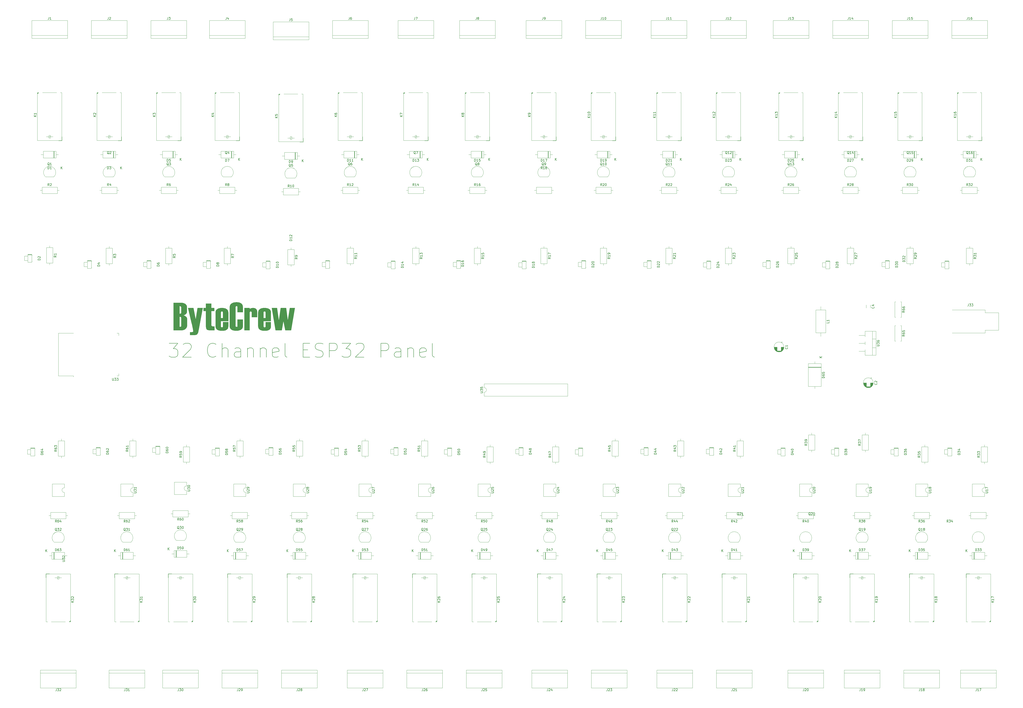
<source format=gbr>
%TF.GenerationSoftware,KiCad,Pcbnew,7.0.7*%
%TF.CreationDate,2023-09-03T02:21:54+05:00*%
%TF.ProjectId,MCUPCB,4d435550-4342-42e6-9b69-6361645f7063,rev?*%
%TF.SameCoordinates,Original*%
%TF.FileFunction,Legend,Top*%
%TF.FilePolarity,Positive*%
%FSLAX46Y46*%
G04 Gerber Fmt 4.6, Leading zero omitted, Abs format (unit mm)*
G04 Created by KiCad (PCBNEW 7.0.7) date 2023-09-03 02:21:54*
%MOMM*%
%LPD*%
G01*
G04 APERTURE LIST*
%ADD10C,0.150000*%
%ADD11C,0.120000*%
G04 APERTURE END LIST*
D10*
X163515826Y-201537914D02*
X167230112Y-201537914D01*
X167230112Y-201537914D02*
X165230112Y-203823628D01*
X165230112Y-203823628D02*
X166087255Y-203823628D01*
X166087255Y-203823628D02*
X166658684Y-204109342D01*
X166658684Y-204109342D02*
X166944398Y-204395057D01*
X166944398Y-204395057D02*
X167230112Y-204966485D01*
X167230112Y-204966485D02*
X167230112Y-206395057D01*
X167230112Y-206395057D02*
X166944398Y-206966485D01*
X166944398Y-206966485D02*
X166658684Y-207252200D01*
X166658684Y-207252200D02*
X166087255Y-207537914D01*
X166087255Y-207537914D02*
X164372969Y-207537914D01*
X164372969Y-207537914D02*
X163801541Y-207252200D01*
X163801541Y-207252200D02*
X163515826Y-206966485D01*
X169515827Y-202109342D02*
X169801541Y-201823628D01*
X169801541Y-201823628D02*
X170372970Y-201537914D01*
X170372970Y-201537914D02*
X171801541Y-201537914D01*
X171801541Y-201537914D02*
X172372970Y-201823628D01*
X172372970Y-201823628D02*
X172658684Y-202109342D01*
X172658684Y-202109342D02*
X172944398Y-202680771D01*
X172944398Y-202680771D02*
X172944398Y-203252200D01*
X172944398Y-203252200D02*
X172658684Y-204109342D01*
X172658684Y-204109342D02*
X169230112Y-207537914D01*
X169230112Y-207537914D02*
X172944398Y-207537914D01*
X183515827Y-206966485D02*
X183230113Y-207252200D01*
X183230113Y-207252200D02*
X182372970Y-207537914D01*
X182372970Y-207537914D02*
X181801542Y-207537914D01*
X181801542Y-207537914D02*
X180944399Y-207252200D01*
X180944399Y-207252200D02*
X180372970Y-206680771D01*
X180372970Y-206680771D02*
X180087256Y-206109342D01*
X180087256Y-206109342D02*
X179801542Y-204966485D01*
X179801542Y-204966485D02*
X179801542Y-204109342D01*
X179801542Y-204109342D02*
X180087256Y-202966485D01*
X180087256Y-202966485D02*
X180372970Y-202395057D01*
X180372970Y-202395057D02*
X180944399Y-201823628D01*
X180944399Y-201823628D02*
X181801542Y-201537914D01*
X181801542Y-201537914D02*
X182372970Y-201537914D01*
X182372970Y-201537914D02*
X183230113Y-201823628D01*
X183230113Y-201823628D02*
X183515827Y-202109342D01*
X186087256Y-207537914D02*
X186087256Y-201537914D01*
X188658685Y-207537914D02*
X188658685Y-204395057D01*
X188658685Y-204395057D02*
X188372970Y-203823628D01*
X188372970Y-203823628D02*
X187801542Y-203537914D01*
X187801542Y-203537914D02*
X186944399Y-203537914D01*
X186944399Y-203537914D02*
X186372970Y-203823628D01*
X186372970Y-203823628D02*
X186087256Y-204109342D01*
X194087256Y-207537914D02*
X194087256Y-204395057D01*
X194087256Y-204395057D02*
X193801541Y-203823628D01*
X193801541Y-203823628D02*
X193230113Y-203537914D01*
X193230113Y-203537914D02*
X192087256Y-203537914D01*
X192087256Y-203537914D02*
X191515827Y-203823628D01*
X194087256Y-207252200D02*
X193515827Y-207537914D01*
X193515827Y-207537914D02*
X192087256Y-207537914D01*
X192087256Y-207537914D02*
X191515827Y-207252200D01*
X191515827Y-207252200D02*
X191230113Y-206680771D01*
X191230113Y-206680771D02*
X191230113Y-206109342D01*
X191230113Y-206109342D02*
X191515827Y-205537914D01*
X191515827Y-205537914D02*
X192087256Y-205252200D01*
X192087256Y-205252200D02*
X193515827Y-205252200D01*
X193515827Y-205252200D02*
X194087256Y-204966485D01*
X196944398Y-203537914D02*
X196944398Y-207537914D01*
X196944398Y-204109342D02*
X197230112Y-203823628D01*
X197230112Y-203823628D02*
X197801541Y-203537914D01*
X197801541Y-203537914D02*
X198658684Y-203537914D01*
X198658684Y-203537914D02*
X199230112Y-203823628D01*
X199230112Y-203823628D02*
X199515827Y-204395057D01*
X199515827Y-204395057D02*
X199515827Y-207537914D01*
X202372969Y-203537914D02*
X202372969Y-207537914D01*
X202372969Y-204109342D02*
X202658683Y-203823628D01*
X202658683Y-203823628D02*
X203230112Y-203537914D01*
X203230112Y-203537914D02*
X204087255Y-203537914D01*
X204087255Y-203537914D02*
X204658683Y-203823628D01*
X204658683Y-203823628D02*
X204944398Y-204395057D01*
X204944398Y-204395057D02*
X204944398Y-207537914D01*
X210087254Y-207252200D02*
X209515826Y-207537914D01*
X209515826Y-207537914D02*
X208372969Y-207537914D01*
X208372969Y-207537914D02*
X207801540Y-207252200D01*
X207801540Y-207252200D02*
X207515826Y-206680771D01*
X207515826Y-206680771D02*
X207515826Y-204395057D01*
X207515826Y-204395057D02*
X207801540Y-203823628D01*
X207801540Y-203823628D02*
X208372969Y-203537914D01*
X208372969Y-203537914D02*
X209515826Y-203537914D01*
X209515826Y-203537914D02*
X210087254Y-203823628D01*
X210087254Y-203823628D02*
X210372969Y-204395057D01*
X210372969Y-204395057D02*
X210372969Y-204966485D01*
X210372969Y-204966485D02*
X207515826Y-205537914D01*
X213801540Y-207537914D02*
X213230111Y-207252200D01*
X213230111Y-207252200D02*
X212944397Y-206680771D01*
X212944397Y-206680771D02*
X212944397Y-201537914D01*
X220658683Y-204395057D02*
X222658683Y-204395057D01*
X223515826Y-207537914D02*
X220658683Y-207537914D01*
X220658683Y-207537914D02*
X220658683Y-201537914D01*
X220658683Y-201537914D02*
X223515826Y-201537914D01*
X225801540Y-207252200D02*
X226658683Y-207537914D01*
X226658683Y-207537914D02*
X228087254Y-207537914D01*
X228087254Y-207537914D02*
X228658683Y-207252200D01*
X228658683Y-207252200D02*
X228944397Y-206966485D01*
X228944397Y-206966485D02*
X229230111Y-206395057D01*
X229230111Y-206395057D02*
X229230111Y-205823628D01*
X229230111Y-205823628D02*
X228944397Y-205252200D01*
X228944397Y-205252200D02*
X228658683Y-204966485D01*
X228658683Y-204966485D02*
X228087254Y-204680771D01*
X228087254Y-204680771D02*
X226944397Y-204395057D01*
X226944397Y-204395057D02*
X226372968Y-204109342D01*
X226372968Y-204109342D02*
X226087254Y-203823628D01*
X226087254Y-203823628D02*
X225801540Y-203252200D01*
X225801540Y-203252200D02*
X225801540Y-202680771D01*
X225801540Y-202680771D02*
X226087254Y-202109342D01*
X226087254Y-202109342D02*
X226372968Y-201823628D01*
X226372968Y-201823628D02*
X226944397Y-201537914D01*
X226944397Y-201537914D02*
X228372968Y-201537914D01*
X228372968Y-201537914D02*
X229230111Y-201823628D01*
X231801540Y-207537914D02*
X231801540Y-201537914D01*
X231801540Y-201537914D02*
X234087254Y-201537914D01*
X234087254Y-201537914D02*
X234658683Y-201823628D01*
X234658683Y-201823628D02*
X234944397Y-202109342D01*
X234944397Y-202109342D02*
X235230111Y-202680771D01*
X235230111Y-202680771D02*
X235230111Y-203537914D01*
X235230111Y-203537914D02*
X234944397Y-204109342D01*
X234944397Y-204109342D02*
X234658683Y-204395057D01*
X234658683Y-204395057D02*
X234087254Y-204680771D01*
X234087254Y-204680771D02*
X231801540Y-204680771D01*
X237230111Y-201537914D02*
X240944397Y-201537914D01*
X240944397Y-201537914D02*
X238944397Y-203823628D01*
X238944397Y-203823628D02*
X239801540Y-203823628D01*
X239801540Y-203823628D02*
X240372969Y-204109342D01*
X240372969Y-204109342D02*
X240658683Y-204395057D01*
X240658683Y-204395057D02*
X240944397Y-204966485D01*
X240944397Y-204966485D02*
X240944397Y-206395057D01*
X240944397Y-206395057D02*
X240658683Y-206966485D01*
X240658683Y-206966485D02*
X240372969Y-207252200D01*
X240372969Y-207252200D02*
X239801540Y-207537914D01*
X239801540Y-207537914D02*
X238087254Y-207537914D01*
X238087254Y-207537914D02*
X237515826Y-207252200D01*
X237515826Y-207252200D02*
X237230111Y-206966485D01*
X243230112Y-202109342D02*
X243515826Y-201823628D01*
X243515826Y-201823628D02*
X244087255Y-201537914D01*
X244087255Y-201537914D02*
X245515826Y-201537914D01*
X245515826Y-201537914D02*
X246087255Y-201823628D01*
X246087255Y-201823628D02*
X246372969Y-202109342D01*
X246372969Y-202109342D02*
X246658683Y-202680771D01*
X246658683Y-202680771D02*
X246658683Y-203252200D01*
X246658683Y-203252200D02*
X246372969Y-204109342D01*
X246372969Y-204109342D02*
X242944397Y-207537914D01*
X242944397Y-207537914D02*
X246658683Y-207537914D01*
X253801541Y-207537914D02*
X253801541Y-201537914D01*
X253801541Y-201537914D02*
X256087255Y-201537914D01*
X256087255Y-201537914D02*
X256658684Y-201823628D01*
X256658684Y-201823628D02*
X256944398Y-202109342D01*
X256944398Y-202109342D02*
X257230112Y-202680771D01*
X257230112Y-202680771D02*
X257230112Y-203537914D01*
X257230112Y-203537914D02*
X256944398Y-204109342D01*
X256944398Y-204109342D02*
X256658684Y-204395057D01*
X256658684Y-204395057D02*
X256087255Y-204680771D01*
X256087255Y-204680771D02*
X253801541Y-204680771D01*
X262372970Y-207537914D02*
X262372970Y-204395057D01*
X262372970Y-204395057D02*
X262087255Y-203823628D01*
X262087255Y-203823628D02*
X261515827Y-203537914D01*
X261515827Y-203537914D02*
X260372970Y-203537914D01*
X260372970Y-203537914D02*
X259801541Y-203823628D01*
X262372970Y-207252200D02*
X261801541Y-207537914D01*
X261801541Y-207537914D02*
X260372970Y-207537914D01*
X260372970Y-207537914D02*
X259801541Y-207252200D01*
X259801541Y-207252200D02*
X259515827Y-206680771D01*
X259515827Y-206680771D02*
X259515827Y-206109342D01*
X259515827Y-206109342D02*
X259801541Y-205537914D01*
X259801541Y-205537914D02*
X260372970Y-205252200D01*
X260372970Y-205252200D02*
X261801541Y-205252200D01*
X261801541Y-205252200D02*
X262372970Y-204966485D01*
X265230112Y-203537914D02*
X265230112Y-207537914D01*
X265230112Y-204109342D02*
X265515826Y-203823628D01*
X265515826Y-203823628D02*
X266087255Y-203537914D01*
X266087255Y-203537914D02*
X266944398Y-203537914D01*
X266944398Y-203537914D02*
X267515826Y-203823628D01*
X267515826Y-203823628D02*
X267801541Y-204395057D01*
X267801541Y-204395057D02*
X267801541Y-207537914D01*
X272944397Y-207252200D02*
X272372969Y-207537914D01*
X272372969Y-207537914D02*
X271230112Y-207537914D01*
X271230112Y-207537914D02*
X270658683Y-207252200D01*
X270658683Y-207252200D02*
X270372969Y-206680771D01*
X270372969Y-206680771D02*
X270372969Y-204395057D01*
X270372969Y-204395057D02*
X270658683Y-203823628D01*
X270658683Y-203823628D02*
X271230112Y-203537914D01*
X271230112Y-203537914D02*
X272372969Y-203537914D01*
X272372969Y-203537914D02*
X272944397Y-203823628D01*
X272944397Y-203823628D02*
X273230112Y-204395057D01*
X273230112Y-204395057D02*
X273230112Y-204966485D01*
X273230112Y-204966485D02*
X270372969Y-205537914D01*
X276658683Y-207537914D02*
X276087254Y-207252200D01*
X276087254Y-207252200D02*
X275801540Y-206680771D01*
X275801540Y-206680771D02*
X275801540Y-201537914D01*
G36*
X168568336Y-184264477D02*
G01*
X168701956Y-184270247D01*
X168833309Y-184279864D01*
X168962395Y-184293328D01*
X169089214Y-184310639D01*
X169213767Y-184331796D01*
X169336052Y-184356801D01*
X169456071Y-184385652D01*
X169573822Y-184418350D01*
X169689307Y-184454895D01*
X169802525Y-184495286D01*
X169913476Y-184539525D01*
X170022161Y-184587610D01*
X170128578Y-184639542D01*
X170232729Y-184695321D01*
X170334612Y-184754947D01*
X170479177Y-184852423D01*
X170609523Y-184960203D01*
X170725649Y-185078287D01*
X170827555Y-185206674D01*
X170915242Y-185345366D01*
X170988710Y-185494362D01*
X171047958Y-185653662D01*
X171092986Y-185823265D01*
X171115105Y-185942059D01*
X171130905Y-186065432D01*
X171140385Y-186193385D01*
X171143545Y-186325917D01*
X171143545Y-187943782D01*
X171137614Y-188094461D01*
X171119822Y-188239484D01*
X171090170Y-188378851D01*
X171048656Y-188512562D01*
X170995281Y-188640618D01*
X170930046Y-188763018D01*
X170852949Y-188879762D01*
X170763991Y-188990851D01*
X170663172Y-189096284D01*
X170550492Y-189196061D01*
X170425951Y-189290182D01*
X170289549Y-189378647D01*
X170141286Y-189461457D01*
X169981162Y-189538611D01*
X169809177Y-189610110D01*
X169625331Y-189675952D01*
X169819115Y-189729750D01*
X170000396Y-189790761D01*
X170169176Y-189858985D01*
X170325453Y-189934422D01*
X170469228Y-190017072D01*
X170600501Y-190106934D01*
X170719272Y-190204009D01*
X170825540Y-190308297D01*
X170919307Y-190419797D01*
X171000571Y-190538511D01*
X171069333Y-190664437D01*
X171125593Y-190797576D01*
X171169350Y-190937928D01*
X171200606Y-191085493D01*
X171219359Y-191240270D01*
X171225610Y-191402260D01*
X171225610Y-193720614D01*
X171222633Y-193866301D01*
X171213703Y-194007339D01*
X171198820Y-194143730D01*
X171177983Y-194275472D01*
X171151192Y-194402566D01*
X171118449Y-194525012D01*
X171079751Y-194642810D01*
X171035101Y-194755959D01*
X170984497Y-194864460D01*
X170927939Y-194968313D01*
X170865428Y-195067517D01*
X170760499Y-195207609D01*
X170642175Y-195337242D01*
X170555850Y-195417853D01*
X170463572Y-195493817D01*
X170367173Y-195564800D01*
X170268483Y-195631203D01*
X170167504Y-195693027D01*
X170064235Y-195750272D01*
X169958677Y-195802937D01*
X169850828Y-195851022D01*
X169740690Y-195894528D01*
X169628262Y-195933454D01*
X169513544Y-195967800D01*
X169396536Y-195997568D01*
X169277239Y-196022755D01*
X169155652Y-196043363D01*
X169031775Y-196059392D01*
X168905608Y-196070840D01*
X168777152Y-196077710D01*
X168646406Y-196080000D01*
X165372575Y-196080000D01*
X165372575Y-190265066D01*
X167969364Y-190265066D01*
X167969364Y-194579371D01*
X168098740Y-194573756D01*
X168215390Y-194556909D01*
X168351127Y-194516975D01*
X168464242Y-194457074D01*
X168554734Y-194377207D01*
X168622603Y-194277373D01*
X168667849Y-194157572D01*
X168690472Y-194017804D01*
X168693300Y-193940432D01*
X168693300Y-190895212D01*
X168681989Y-190747522D01*
X168648054Y-190619523D01*
X168591497Y-190511217D01*
X168512316Y-190422602D01*
X168410513Y-190353680D01*
X168286086Y-190304450D01*
X168139037Y-190274912D01*
X168013903Y-190265681D01*
X167969364Y-190265066D01*
X165372575Y-190265066D01*
X165372575Y-185763182D01*
X167969364Y-185763182D01*
X167969364Y-188952016D01*
X168098740Y-188946632D01*
X168215390Y-188930481D01*
X168351127Y-188892196D01*
X168464242Y-188834768D01*
X168554734Y-188758198D01*
X168622603Y-188662485D01*
X168667849Y-188547630D01*
X168690472Y-188413633D01*
X168693300Y-188339455D01*
X168693300Y-186369881D01*
X168681989Y-186227686D01*
X168648054Y-186104450D01*
X168591497Y-186000174D01*
X168488986Y-185896490D01*
X168381527Y-185834872D01*
X168251445Y-185792213D01*
X168098740Y-185768514D01*
X167969364Y-185763182D01*
X165372575Y-185763182D01*
X165372575Y-184262554D01*
X168432449Y-184262554D01*
X168568336Y-184264477D01*
G37*
G36*
X177919818Y-186513496D02*
G01*
X176099720Y-196100516D01*
X176063794Y-196275604D01*
X176026356Y-196441830D01*
X175987407Y-196599195D01*
X175946946Y-196747698D01*
X175904975Y-196887340D01*
X175861492Y-197018121D01*
X175816498Y-197140040D01*
X175769993Y-197253098D01*
X175697401Y-197406069D01*
X175621409Y-197539102D01*
X175542017Y-197652197D01*
X175459224Y-197745354D01*
X175343545Y-197838548D01*
X175219805Y-197909989D01*
X175084525Y-197971905D01*
X174937704Y-198024295D01*
X174820016Y-198057336D01*
X174695835Y-198085020D01*
X174565164Y-198107345D01*
X174428000Y-198124312D01*
X174284345Y-198135921D01*
X174134199Y-198142172D01*
X174030495Y-198143363D01*
X172389183Y-198143363D01*
X172389183Y-196830314D01*
X172556134Y-196829592D01*
X172710771Y-196827428D01*
X172853095Y-196823822D01*
X172983105Y-196818773D01*
X173100803Y-196812282D01*
X173238579Y-196801382D01*
X173380015Y-196784152D01*
X173504591Y-196758186D01*
X173535170Y-196748248D01*
X173642847Y-196677047D01*
X173708976Y-196571718D01*
X173743998Y-196447096D01*
X173757050Y-196316167D01*
X173757920Y-196267578D01*
X173749007Y-196150293D01*
X173722268Y-195966598D01*
X173694539Y-195807241D01*
X173658887Y-195618369D01*
X173615313Y-195399982D01*
X173590554Y-195279720D01*
X173563816Y-195152079D01*
X173535096Y-195017059D01*
X173504396Y-194874661D01*
X173471715Y-194724884D01*
X173437054Y-194567728D01*
X173400411Y-194403193D01*
X173361789Y-194231280D01*
X173321185Y-194051987D01*
X173278601Y-193865316D01*
X173234036Y-193671266D01*
X173187491Y-193469837D01*
X173138965Y-193261030D01*
X173088458Y-193044843D01*
X173035971Y-192821278D01*
X172981502Y-192590334D01*
X172925054Y-192352011D01*
X172866624Y-192106310D01*
X172806214Y-191853229D01*
X172743824Y-191592770D01*
X171524563Y-186513496D01*
X173872226Y-186513496D01*
X174854082Y-191343642D01*
X175627843Y-186513496D01*
X177919818Y-186513496D01*
G37*
G36*
X182861339Y-196080000D02*
G01*
X181378297Y-196080000D01*
X181184353Y-196078110D01*
X181000392Y-196072443D01*
X180826415Y-196062998D01*
X180662421Y-196049774D01*
X180508411Y-196032773D01*
X180364384Y-196011993D01*
X180230340Y-195987435D01*
X180106280Y-195959099D01*
X179992203Y-195926985D01*
X179839807Y-195871730D01*
X179709874Y-195807974D01*
X179602403Y-195735717D01*
X179517395Y-195654960D01*
X179473203Y-195596399D01*
X179399701Y-195461531D01*
X179351006Y-195342047D01*
X179307823Y-195206850D01*
X179270154Y-195055940D01*
X179237997Y-194889316D01*
X179219621Y-194769503D01*
X179203696Y-194642707D01*
X179190221Y-194508926D01*
X179179195Y-194368162D01*
X179170620Y-194220415D01*
X179164495Y-194065683D01*
X179160820Y-193903967D01*
X179159595Y-193735268D01*
X179159595Y-187826545D01*
X178113258Y-187826545D01*
X178113258Y-186513496D01*
X179159595Y-186513496D01*
X179159595Y-184637711D01*
X181510188Y-184637711D01*
X181510188Y-186513496D01*
X182779274Y-186513496D01*
X182779274Y-187826545D01*
X181510188Y-187826545D01*
X181510188Y-193679581D01*
X181516270Y-193804746D01*
X181539626Y-193937186D01*
X181580498Y-194050256D01*
X181650322Y-194157686D01*
X181743988Y-194238750D01*
X181759316Y-194248178D01*
X181874858Y-194296985D01*
X182003257Y-194329943D01*
X182126997Y-194351261D01*
X182269421Y-194368091D01*
X182388500Y-194377768D01*
X182518090Y-194384921D01*
X182658190Y-194389549D01*
X182808800Y-194391653D01*
X182861339Y-194391793D01*
X182861339Y-196080000D01*
G37*
G36*
X186184864Y-186515402D02*
G01*
X186349333Y-186521121D01*
X186508410Y-186530652D01*
X186662094Y-186543995D01*
X186810386Y-186561152D01*
X186953285Y-186582120D01*
X187090792Y-186606901D01*
X187222906Y-186635495D01*
X187349628Y-186667901D01*
X187470957Y-186704120D01*
X187586895Y-186744151D01*
X187697439Y-186787994D01*
X187902351Y-186887119D01*
X188085694Y-187001493D01*
X188247467Y-187131117D01*
X188387670Y-187275991D01*
X188506303Y-187436115D01*
X188603367Y-187611489D01*
X188678860Y-187802113D01*
X188732785Y-188007987D01*
X188765139Y-188229111D01*
X188775924Y-188465484D01*
X188775924Y-192140851D01*
X185619330Y-192140851D01*
X185619330Y-194298004D01*
X185629347Y-194433101D01*
X185667816Y-194564992D01*
X185735135Y-194663910D01*
X185850139Y-194737641D01*
X185979969Y-194765118D01*
X186029658Y-194766950D01*
X186167113Y-194750979D01*
X186276129Y-194703065D01*
X186367371Y-194606794D01*
X186414769Y-194489672D01*
X186432544Y-194367670D01*
X186434124Y-194312658D01*
X186434124Y-192516008D01*
X188775924Y-192516008D01*
X188775924Y-194394724D01*
X188765139Y-194621515D01*
X188732785Y-194833674D01*
X188678860Y-195031202D01*
X188603367Y-195214098D01*
X188506303Y-195382362D01*
X188387670Y-195535994D01*
X188247467Y-195674995D01*
X188085694Y-195799364D01*
X187902351Y-195909102D01*
X187697439Y-196004208D01*
X187586895Y-196046274D01*
X187470957Y-196084682D01*
X187349628Y-196119432D01*
X187222906Y-196150525D01*
X187090792Y-196177959D01*
X186953285Y-196201735D01*
X186810386Y-196221854D01*
X186662094Y-196238315D01*
X186508410Y-196251117D01*
X186349333Y-196260262D01*
X186184864Y-196265749D01*
X186015003Y-196267578D01*
X185846584Y-196265609D01*
X185683512Y-196259701D01*
X185525786Y-196249855D01*
X185373408Y-196236071D01*
X185226375Y-196218348D01*
X185084690Y-196196687D01*
X184948351Y-196171087D01*
X184817358Y-196141549D01*
X184691712Y-196108072D01*
X184571413Y-196070657D01*
X184456461Y-196029304D01*
X184346855Y-195984012D01*
X184143683Y-195881613D01*
X183961898Y-195763461D01*
X183801499Y-195629555D01*
X183662486Y-195479895D01*
X183544861Y-195314481D01*
X183448621Y-195133314D01*
X183373768Y-194936393D01*
X183320302Y-194723719D01*
X183288222Y-194495291D01*
X183280202Y-194375169D01*
X183277529Y-194251109D01*
X183277529Y-190827801D01*
X185619330Y-190827801D01*
X186434124Y-190827801D01*
X186434124Y-188509448D01*
X186424249Y-188366752D01*
X186394625Y-188248242D01*
X186333007Y-188137955D01*
X186242950Y-188062495D01*
X186124454Y-188021863D01*
X186029658Y-188014124D01*
X185911448Y-188026217D01*
X185796043Y-188072653D01*
X185709490Y-188153917D01*
X185651787Y-188270009D01*
X185625741Y-188393357D01*
X185619330Y-188509448D01*
X185619330Y-190827801D01*
X183277529Y-190827801D01*
X183277529Y-188529965D01*
X183280202Y-188405905D01*
X183288222Y-188285783D01*
X183320302Y-188057355D01*
X183373768Y-187844680D01*
X183448621Y-187647759D01*
X183544861Y-187466592D01*
X183662486Y-187301179D01*
X183801499Y-187151519D01*
X183961898Y-187017613D01*
X184143683Y-186899460D01*
X184346855Y-186797062D01*
X184456461Y-186751770D01*
X184571413Y-186710416D01*
X184691712Y-186673002D01*
X184817358Y-186639525D01*
X184948351Y-186609987D01*
X185084690Y-186584387D01*
X185226375Y-186562726D01*
X185373408Y-186545003D01*
X185525786Y-186531219D01*
X185683512Y-186521372D01*
X185846584Y-186515465D01*
X186015003Y-186513496D01*
X186184864Y-186515402D01*
G37*
G36*
X194971877Y-188389281D02*
G01*
X192606629Y-188389281D01*
X192606629Y-186050411D01*
X192584464Y-185924748D01*
X192506540Y-185826294D01*
X192390173Y-185776926D01*
X192251988Y-185763182D01*
X192126486Y-185773383D01*
X192012884Y-185811069D01*
X191918757Y-185900328D01*
X191884136Y-186018206D01*
X191882693Y-186053342D01*
X191882693Y-194289211D01*
X191905774Y-194416156D01*
X191986918Y-194515615D01*
X192108093Y-194565487D01*
X192229268Y-194579088D01*
X192251988Y-194579371D01*
X192372511Y-194569274D01*
X192494418Y-194524394D01*
X192578576Y-194430988D01*
X192606283Y-194309813D01*
X192606629Y-194292142D01*
X192606629Y-191390537D01*
X194971877Y-191390537D01*
X194971877Y-194403517D01*
X194964638Y-194559373D01*
X194942922Y-194709305D01*
X194906730Y-194853312D01*
X194856060Y-194991394D01*
X194790913Y-195123551D01*
X194711289Y-195249784D01*
X194617187Y-195370091D01*
X194508609Y-195484474D01*
X194385554Y-195592933D01*
X194248021Y-195695466D01*
X194148290Y-195760530D01*
X194044494Y-195821930D01*
X193939004Y-195879369D01*
X193831820Y-195932847D01*
X193722941Y-195982363D01*
X193612368Y-196027919D01*
X193500100Y-196069512D01*
X193386138Y-196107145D01*
X193270481Y-196140816D01*
X193153130Y-196170526D01*
X193034084Y-196196274D01*
X192913345Y-196218062D01*
X192790910Y-196235887D01*
X192666781Y-196249752D01*
X192540958Y-196259655D01*
X192413440Y-196265597D01*
X192284228Y-196267578D01*
X192099761Y-196265474D01*
X191921150Y-196259163D01*
X191748395Y-196248644D01*
X191581496Y-196233918D01*
X191420453Y-196214985D01*
X191265266Y-196191844D01*
X191115936Y-196164495D01*
X190972461Y-196132939D01*
X190834843Y-196097176D01*
X190703080Y-196057205D01*
X190577174Y-196013026D01*
X190457124Y-195964641D01*
X190342930Y-195912047D01*
X190234592Y-195855246D01*
X190132110Y-195794238D01*
X189944715Y-195659599D01*
X189780744Y-195508131D01*
X189640197Y-195339832D01*
X189523075Y-195154704D01*
X189429378Y-194952745D01*
X189359104Y-194733957D01*
X189332752Y-194618252D01*
X189312256Y-194498339D01*
X189297615Y-194374219D01*
X189288831Y-194245891D01*
X189285903Y-194113356D01*
X189285903Y-186405052D01*
X189288831Y-186261698D01*
X189297615Y-186122894D01*
X189312256Y-185988642D01*
X189332752Y-185858940D01*
X189359104Y-185733789D01*
X189391313Y-185613190D01*
X189429378Y-185497141D01*
X189473299Y-185385643D01*
X189523075Y-185278696D01*
X189640197Y-185078455D01*
X189780744Y-184896418D01*
X189944715Y-184732585D01*
X190035484Y-184657494D01*
X190132110Y-184586955D01*
X190234592Y-184520966D01*
X190342930Y-184459529D01*
X190457124Y-184402642D01*
X190577174Y-184350306D01*
X190703080Y-184302522D01*
X190834843Y-184259288D01*
X190972461Y-184220605D01*
X191115936Y-184186473D01*
X191265266Y-184156892D01*
X191420453Y-184131862D01*
X191581496Y-184111383D01*
X191748395Y-184095454D01*
X191921150Y-184084077D01*
X192099761Y-184077251D01*
X192284228Y-184074975D01*
X192449582Y-184077056D01*
X192609686Y-184083298D01*
X192764541Y-184093703D01*
X192914146Y-184108268D01*
X193058502Y-184126996D01*
X193197609Y-184149885D01*
X193331466Y-184176936D01*
X193460075Y-184208148D01*
X193583433Y-184243523D01*
X193701543Y-184283059D01*
X193814403Y-184326756D01*
X193922014Y-184374615D01*
X194121488Y-184482819D01*
X194299965Y-184607669D01*
X194457444Y-184749165D01*
X194593926Y-184907309D01*
X194709411Y-185082099D01*
X194803899Y-185273536D01*
X194877389Y-185481619D01*
X194929882Y-185706349D01*
X194948255Y-185824957D01*
X194961378Y-185947726D01*
X194969252Y-186074657D01*
X194971877Y-186205750D01*
X194971877Y-188389281D01*
G37*
G36*
X201044731Y-190514193D02*
G01*
X198697069Y-190514193D01*
X198697069Y-188447899D01*
X198687194Y-188322934D01*
X198649275Y-188200935D01*
X198569093Y-188097151D01*
X198450202Y-188034881D01*
X198317487Y-188014547D01*
X198292602Y-188014124D01*
X198155147Y-188028755D01*
X198046131Y-188072650D01*
X197954889Y-188160847D01*
X197907491Y-188268146D01*
X197888531Y-188404708D01*
X197888136Y-188430314D01*
X197888136Y-196080000D01*
X195540474Y-196080000D01*
X195540474Y-186513496D01*
X197888136Y-186513496D01*
X197888136Y-186897445D01*
X198013387Y-186807457D01*
X198117844Y-186747840D01*
X198231317Y-186694972D01*
X198353805Y-186648853D01*
X198485310Y-186609483D01*
X198625831Y-186576862D01*
X198775367Y-186550991D01*
X198933920Y-186531868D01*
X199101489Y-186519495D01*
X199278074Y-186513871D01*
X199338939Y-186513496D01*
X199468529Y-186516767D01*
X199594615Y-186526582D01*
X199717198Y-186542939D01*
X199836278Y-186565840D01*
X199951855Y-186595284D01*
X200063928Y-186631270D01*
X200207909Y-186689431D01*
X200345662Y-186759223D01*
X200477187Y-186840648D01*
X200540614Y-186885722D01*
X200658766Y-186982442D01*
X200761165Y-187086489D01*
X200847810Y-187197864D01*
X200918702Y-187316566D01*
X200973839Y-187442595D01*
X201013224Y-187575952D01*
X201036854Y-187716636D01*
X201044731Y-187864647D01*
X201044731Y-190514193D01*
G37*
G36*
X204368256Y-186515402D02*
G01*
X204532725Y-186521121D01*
X204691801Y-186530652D01*
X204845485Y-186543995D01*
X204993777Y-186561152D01*
X205136676Y-186582120D01*
X205274183Y-186606901D01*
X205406297Y-186635495D01*
X205533019Y-186667901D01*
X205654349Y-186704120D01*
X205770286Y-186744151D01*
X205880831Y-186787994D01*
X206085743Y-186887119D01*
X206269085Y-187001493D01*
X206430858Y-187131117D01*
X206571061Y-187275991D01*
X206689694Y-187436115D01*
X206786758Y-187611489D01*
X206862252Y-187802113D01*
X206916176Y-188007987D01*
X206948531Y-188229111D01*
X206959316Y-188465484D01*
X206959316Y-192140851D01*
X203802721Y-192140851D01*
X203802721Y-194298004D01*
X203812739Y-194433101D01*
X203851207Y-194564992D01*
X203918527Y-194663910D01*
X204033531Y-194737641D01*
X204163361Y-194765118D01*
X204213049Y-194766950D01*
X204350504Y-194750979D01*
X204459521Y-194703065D01*
X204550762Y-194606794D01*
X204598161Y-194489672D01*
X204615935Y-194367670D01*
X204617515Y-194312658D01*
X204617515Y-192516008D01*
X206959316Y-192516008D01*
X206959316Y-194394724D01*
X206948531Y-194621515D01*
X206916176Y-194833674D01*
X206862252Y-195031202D01*
X206786758Y-195214098D01*
X206689694Y-195382362D01*
X206571061Y-195535994D01*
X206430858Y-195674995D01*
X206269085Y-195799364D01*
X206085743Y-195909102D01*
X205880831Y-196004208D01*
X205770286Y-196046274D01*
X205654349Y-196084682D01*
X205533019Y-196119432D01*
X205406297Y-196150525D01*
X205274183Y-196177959D01*
X205136676Y-196201735D01*
X204993777Y-196221854D01*
X204845485Y-196238315D01*
X204691801Y-196251117D01*
X204532725Y-196260262D01*
X204368256Y-196265749D01*
X204198394Y-196267578D01*
X204029976Y-196265609D01*
X203866904Y-196259701D01*
X203709178Y-196249855D01*
X203556799Y-196236071D01*
X203409767Y-196218348D01*
X203268081Y-196196687D01*
X203131742Y-196171087D01*
X203000750Y-196141549D01*
X202875104Y-196108072D01*
X202754805Y-196070657D01*
X202639852Y-196029304D01*
X202530246Y-195984012D01*
X202327074Y-195881613D01*
X202145289Y-195763461D01*
X201984890Y-195629555D01*
X201845878Y-195479895D01*
X201728252Y-195314481D01*
X201632013Y-195133314D01*
X201557160Y-194936393D01*
X201503694Y-194723719D01*
X201471614Y-194495291D01*
X201463594Y-194375169D01*
X201460921Y-194251109D01*
X201460921Y-190827801D01*
X203802721Y-190827801D01*
X204617515Y-190827801D01*
X204617515Y-188509448D01*
X204607641Y-188366752D01*
X204578017Y-188248242D01*
X204516399Y-188137955D01*
X204426342Y-188062495D01*
X204307846Y-188021863D01*
X204213049Y-188014124D01*
X204094839Y-188026217D01*
X203979435Y-188072653D01*
X203892881Y-188153917D01*
X203835179Y-188270009D01*
X203809132Y-188393357D01*
X203802721Y-188509448D01*
X203802721Y-190827801D01*
X201460921Y-190827801D01*
X201460921Y-188529965D01*
X201463594Y-188405905D01*
X201471614Y-188285783D01*
X201503694Y-188057355D01*
X201557160Y-187844680D01*
X201632013Y-187647759D01*
X201728252Y-187466592D01*
X201845878Y-187301179D01*
X201984890Y-187151519D01*
X202145289Y-187017613D01*
X202327074Y-186899460D01*
X202530246Y-186797062D01*
X202639852Y-186751770D01*
X202754805Y-186710416D01*
X202875104Y-186673002D01*
X203000750Y-186639525D01*
X203131742Y-186609987D01*
X203268081Y-186584387D01*
X203409767Y-186562726D01*
X203556799Y-186545003D01*
X203709178Y-186531219D01*
X203866904Y-186521372D01*
X204029976Y-186515465D01*
X204198394Y-186513496D01*
X204368256Y-186515402D01*
G37*
G36*
X217211653Y-186513496D02*
G01*
X215570341Y-196080000D01*
X212991137Y-196080000D01*
X212258408Y-192167229D01*
X211590160Y-196080000D01*
X208887857Y-196080000D01*
X207246545Y-186513496D01*
X209512142Y-186513496D01*
X210321074Y-191712937D01*
X211045010Y-186513496D01*
X213410258Y-186513496D01*
X214137124Y-191712937D01*
X214943126Y-186513496D01*
X217211653Y-186513496D01*
G37*
X375485714Y-124064819D02*
X375485714Y-123064819D01*
X375485714Y-123064819D02*
X375723809Y-123064819D01*
X375723809Y-123064819D02*
X375866666Y-123112438D01*
X375866666Y-123112438D02*
X375961904Y-123207676D01*
X375961904Y-123207676D02*
X376009523Y-123302914D01*
X376009523Y-123302914D02*
X376057142Y-123493390D01*
X376057142Y-123493390D02*
X376057142Y-123636247D01*
X376057142Y-123636247D02*
X376009523Y-123826723D01*
X376009523Y-123826723D02*
X375961904Y-123921961D01*
X375961904Y-123921961D02*
X375866666Y-124017200D01*
X375866666Y-124017200D02*
X375723809Y-124064819D01*
X375723809Y-124064819D02*
X375485714Y-124064819D01*
X376438095Y-123160057D02*
X376485714Y-123112438D01*
X376485714Y-123112438D02*
X376580952Y-123064819D01*
X376580952Y-123064819D02*
X376819047Y-123064819D01*
X376819047Y-123064819D02*
X376914285Y-123112438D01*
X376914285Y-123112438D02*
X376961904Y-123160057D01*
X376961904Y-123160057D02*
X377009523Y-123255295D01*
X377009523Y-123255295D02*
X377009523Y-123350533D01*
X377009523Y-123350533D02*
X376961904Y-123493390D01*
X376961904Y-123493390D02*
X376390476Y-124064819D01*
X376390476Y-124064819D02*
X377009523Y-124064819D01*
X377961904Y-124064819D02*
X377390476Y-124064819D01*
X377676190Y-124064819D02*
X377676190Y-123064819D01*
X377676190Y-123064819D02*
X377580952Y-123207676D01*
X377580952Y-123207676D02*
X377485714Y-123302914D01*
X377485714Y-123302914D02*
X377390476Y-123350533D01*
X381518095Y-123694819D02*
X381518095Y-122694819D01*
X382089523Y-123694819D02*
X381660952Y-123123390D01*
X382089523Y-122694819D02*
X381518095Y-123266247D01*
X396412319Y-105434285D02*
X395412319Y-105434285D01*
X396412319Y-104862857D02*
X395840890Y-105291428D01*
X395412319Y-104862857D02*
X395983747Y-105434285D01*
X396412319Y-103910476D02*
X396412319Y-104481904D01*
X396412319Y-104196190D02*
X395412319Y-104196190D01*
X395412319Y-104196190D02*
X395555176Y-104291428D01*
X395555176Y-104291428D02*
X395650414Y-104386666D01*
X395650414Y-104386666D02*
X395698033Y-104481904D01*
X395507557Y-103529523D02*
X395459938Y-103481904D01*
X395459938Y-103481904D02*
X395412319Y-103386666D01*
X395412319Y-103386666D02*
X395412319Y-103148571D01*
X395412319Y-103148571D02*
X395459938Y-103053333D01*
X395459938Y-103053333D02*
X395507557Y-103005714D01*
X395507557Y-103005714D02*
X395602795Y-102958095D01*
X395602795Y-102958095D02*
X395698033Y-102958095D01*
X395698033Y-102958095D02*
X395840890Y-103005714D01*
X395840890Y-103005714D02*
X396412319Y-103577142D01*
X396412319Y-103577142D02*
X396412319Y-102958095D01*
X293748214Y-124064819D02*
X293748214Y-123064819D01*
X293748214Y-123064819D02*
X293986309Y-123064819D01*
X293986309Y-123064819D02*
X294129166Y-123112438D01*
X294129166Y-123112438D02*
X294224404Y-123207676D01*
X294224404Y-123207676D02*
X294272023Y-123302914D01*
X294272023Y-123302914D02*
X294319642Y-123493390D01*
X294319642Y-123493390D02*
X294319642Y-123636247D01*
X294319642Y-123636247D02*
X294272023Y-123826723D01*
X294272023Y-123826723D02*
X294224404Y-123921961D01*
X294224404Y-123921961D02*
X294129166Y-124017200D01*
X294129166Y-124017200D02*
X293986309Y-124064819D01*
X293986309Y-124064819D02*
X293748214Y-124064819D01*
X295272023Y-124064819D02*
X294700595Y-124064819D01*
X294986309Y-124064819D02*
X294986309Y-123064819D01*
X294986309Y-123064819D02*
X294891071Y-123207676D01*
X294891071Y-123207676D02*
X294795833Y-123302914D01*
X294795833Y-123302914D02*
X294700595Y-123350533D01*
X296176785Y-123064819D02*
X295700595Y-123064819D01*
X295700595Y-123064819D02*
X295652976Y-123541009D01*
X295652976Y-123541009D02*
X295700595Y-123493390D01*
X295700595Y-123493390D02*
X295795833Y-123445771D01*
X295795833Y-123445771D02*
X296033928Y-123445771D01*
X296033928Y-123445771D02*
X296129166Y-123493390D01*
X296129166Y-123493390D02*
X296176785Y-123541009D01*
X296176785Y-123541009D02*
X296224404Y-123636247D01*
X296224404Y-123636247D02*
X296224404Y-123874342D01*
X296224404Y-123874342D02*
X296176785Y-123969580D01*
X296176785Y-123969580D02*
X296129166Y-124017200D01*
X296129166Y-124017200D02*
X296033928Y-124064819D01*
X296033928Y-124064819D02*
X295795833Y-124064819D01*
X295795833Y-124064819D02*
X295700595Y-124017200D01*
X295700595Y-124017200D02*
X295652976Y-123969580D01*
X299780595Y-123694819D02*
X299780595Y-122694819D01*
X300352023Y-123694819D02*
X299923452Y-123123390D01*
X300352023Y-122694819D02*
X299780595Y-123266247D01*
X448429819Y-105434285D02*
X447429819Y-105434285D01*
X448429819Y-104862857D02*
X447858390Y-105291428D01*
X447429819Y-104862857D02*
X448001247Y-105434285D01*
X448429819Y-103910476D02*
X448429819Y-104481904D01*
X448429819Y-104196190D02*
X447429819Y-104196190D01*
X447429819Y-104196190D02*
X447572676Y-104291428D01*
X447572676Y-104291428D02*
X447667914Y-104386666D01*
X447667914Y-104386666D02*
X447715533Y-104481904D01*
X447763152Y-103053333D02*
X448429819Y-103053333D01*
X447382200Y-103291428D02*
X448096485Y-103529523D01*
X448096485Y-103529523D02*
X448096485Y-102910476D01*
X294867261Y-125750057D02*
X294772023Y-125702438D01*
X294772023Y-125702438D02*
X294676785Y-125607200D01*
X294676785Y-125607200D02*
X294533928Y-125464342D01*
X294533928Y-125464342D02*
X294438690Y-125416723D01*
X294438690Y-125416723D02*
X294343452Y-125416723D01*
X294391071Y-125654819D02*
X294295833Y-125607200D01*
X294295833Y-125607200D02*
X294200595Y-125511961D01*
X294200595Y-125511961D02*
X294152976Y-125321485D01*
X294152976Y-125321485D02*
X294152976Y-124988152D01*
X294152976Y-124988152D02*
X294200595Y-124797676D01*
X294200595Y-124797676D02*
X294295833Y-124702438D01*
X294295833Y-124702438D02*
X294391071Y-124654819D01*
X294391071Y-124654819D02*
X294581547Y-124654819D01*
X294581547Y-124654819D02*
X294676785Y-124702438D01*
X294676785Y-124702438D02*
X294772023Y-124797676D01*
X294772023Y-124797676D02*
X294819642Y-124988152D01*
X294819642Y-124988152D02*
X294819642Y-125321485D01*
X294819642Y-125321485D02*
X294772023Y-125511961D01*
X294772023Y-125511961D02*
X294676785Y-125607200D01*
X294676785Y-125607200D02*
X294581547Y-125654819D01*
X294581547Y-125654819D02*
X294391071Y-125654819D01*
X295391071Y-125083390D02*
X295295833Y-125035771D01*
X295295833Y-125035771D02*
X295248214Y-124988152D01*
X295248214Y-124988152D02*
X295200595Y-124892914D01*
X295200595Y-124892914D02*
X295200595Y-124845295D01*
X295200595Y-124845295D02*
X295248214Y-124750057D01*
X295248214Y-124750057D02*
X295295833Y-124702438D01*
X295295833Y-124702438D02*
X295391071Y-124654819D01*
X295391071Y-124654819D02*
X295581547Y-124654819D01*
X295581547Y-124654819D02*
X295676785Y-124702438D01*
X295676785Y-124702438D02*
X295724404Y-124750057D01*
X295724404Y-124750057D02*
X295772023Y-124845295D01*
X295772023Y-124845295D02*
X295772023Y-124892914D01*
X295772023Y-124892914D02*
X295724404Y-124988152D01*
X295724404Y-124988152D02*
X295676785Y-125035771D01*
X295676785Y-125035771D02*
X295581547Y-125083390D01*
X295581547Y-125083390D02*
X295391071Y-125083390D01*
X295391071Y-125083390D02*
X295295833Y-125131009D01*
X295295833Y-125131009D02*
X295248214Y-125178628D01*
X295248214Y-125178628D02*
X295200595Y-125273866D01*
X295200595Y-125273866D02*
X295200595Y-125464342D01*
X295200595Y-125464342D02*
X295248214Y-125559580D01*
X295248214Y-125559580D02*
X295295833Y-125607200D01*
X295295833Y-125607200D02*
X295391071Y-125654819D01*
X295391071Y-125654819D02*
X295581547Y-125654819D01*
X295581547Y-125654819D02*
X295676785Y-125607200D01*
X295676785Y-125607200D02*
X295724404Y-125559580D01*
X295724404Y-125559580D02*
X295772023Y-125464342D01*
X295772023Y-125464342D02*
X295772023Y-125273866D01*
X295772023Y-125273866D02*
X295724404Y-125178628D01*
X295724404Y-125178628D02*
X295676785Y-125131009D01*
X295676785Y-125131009D02*
X295581547Y-125083390D01*
X473829819Y-105434285D02*
X472829819Y-105434285D01*
X473829819Y-104862857D02*
X473258390Y-105291428D01*
X472829819Y-104862857D02*
X473401247Y-105434285D01*
X473829819Y-103910476D02*
X473829819Y-104481904D01*
X473829819Y-104196190D02*
X472829819Y-104196190D01*
X472829819Y-104196190D02*
X472972676Y-104291428D01*
X472972676Y-104291428D02*
X473067914Y-104386666D01*
X473067914Y-104386666D02*
X473115533Y-104481904D01*
X472829819Y-103005714D02*
X472829819Y-103481904D01*
X472829819Y-103481904D02*
X473306009Y-103529523D01*
X473306009Y-103529523D02*
X473258390Y-103481904D01*
X473258390Y-103481904D02*
X473210771Y-103386666D01*
X473210771Y-103386666D02*
X473210771Y-103148571D01*
X473210771Y-103148571D02*
X473258390Y-103053333D01*
X473258390Y-103053333D02*
X473306009Y-103005714D01*
X473306009Y-103005714D02*
X473401247Y-102958095D01*
X473401247Y-102958095D02*
X473639342Y-102958095D01*
X473639342Y-102958095D02*
X473734580Y-103005714D01*
X473734580Y-103005714D02*
X473782200Y-103053333D01*
X473782200Y-103053333D02*
X473829819Y-103148571D01*
X473829819Y-103148571D02*
X473829819Y-103386666D01*
X473829819Y-103386666D02*
X473782200Y-103481904D01*
X473782200Y-103481904D02*
X473734580Y-103529523D01*
X499229819Y-105434285D02*
X498229819Y-105434285D01*
X499229819Y-104862857D02*
X498658390Y-105291428D01*
X498229819Y-104862857D02*
X498801247Y-105434285D01*
X499229819Y-103910476D02*
X499229819Y-104481904D01*
X499229819Y-104196190D02*
X498229819Y-104196190D01*
X498229819Y-104196190D02*
X498372676Y-104291428D01*
X498372676Y-104291428D02*
X498467914Y-104386666D01*
X498467914Y-104386666D02*
X498515533Y-104481904D01*
X498229819Y-103053333D02*
X498229819Y-103243809D01*
X498229819Y-103243809D02*
X498277438Y-103339047D01*
X498277438Y-103339047D02*
X498325057Y-103386666D01*
X498325057Y-103386666D02*
X498467914Y-103481904D01*
X498467914Y-103481904D02*
X498658390Y-103529523D01*
X498658390Y-103529523D02*
X499039342Y-103529523D01*
X499039342Y-103529523D02*
X499134580Y-103481904D01*
X499134580Y-103481904D02*
X499182200Y-103434285D01*
X499182200Y-103434285D02*
X499229819Y-103339047D01*
X499229819Y-103339047D02*
X499229819Y-103148571D01*
X499229819Y-103148571D02*
X499182200Y-103053333D01*
X499182200Y-103053333D02*
X499134580Y-103005714D01*
X499134580Y-103005714D02*
X499039342Y-102958095D01*
X499039342Y-102958095D02*
X498801247Y-102958095D01*
X498801247Y-102958095D02*
X498706009Y-103005714D01*
X498706009Y-103005714D02*
X498658390Y-103053333D01*
X498658390Y-103053333D02*
X498610771Y-103148571D01*
X498610771Y-103148571D02*
X498610771Y-103339047D01*
X498610771Y-103339047D02*
X498658390Y-103434285D01*
X498658390Y-103434285D02*
X498706009Y-103481904D01*
X498706009Y-103481904D02*
X498801247Y-103529523D01*
X209752319Y-105518094D02*
X208752319Y-105518094D01*
X209752319Y-104946666D02*
X209180890Y-105375237D01*
X208752319Y-104946666D02*
X209323747Y-105518094D01*
X208752319Y-104041904D02*
X208752319Y-104518094D01*
X208752319Y-104518094D02*
X209228509Y-104565713D01*
X209228509Y-104565713D02*
X209180890Y-104518094D01*
X209180890Y-104518094D02*
X209133271Y-104422856D01*
X209133271Y-104422856D02*
X209133271Y-104184761D01*
X209133271Y-104184761D02*
X209180890Y-104089523D01*
X209180890Y-104089523D02*
X209228509Y-104041904D01*
X209228509Y-104041904D02*
X209323747Y-103994285D01*
X209323747Y-103994285D02*
X209561842Y-103994285D01*
X209561842Y-103994285D02*
X209657080Y-104041904D01*
X209657080Y-104041904D02*
X209704700Y-104089523D01*
X209704700Y-104089523D02*
X209752319Y-104184761D01*
X209752319Y-104184761D02*
X209752319Y-104422856D01*
X209752319Y-104422856D02*
X209704700Y-104518094D01*
X209704700Y-104518094D02*
X209657080Y-104565713D01*
X453277976Y-62604819D02*
X453277976Y-63319104D01*
X453277976Y-63319104D02*
X453230357Y-63461961D01*
X453230357Y-63461961D02*
X453135119Y-63557200D01*
X453135119Y-63557200D02*
X452992262Y-63604819D01*
X452992262Y-63604819D02*
X452897024Y-63604819D01*
X454277976Y-63604819D02*
X453706548Y-63604819D01*
X453992262Y-63604819D02*
X453992262Y-62604819D01*
X453992262Y-62604819D02*
X453897024Y-62747676D01*
X453897024Y-62747676D02*
X453801786Y-62842914D01*
X453801786Y-62842914D02*
X453706548Y-62890533D01*
X455135119Y-62938152D02*
X455135119Y-63604819D01*
X454897024Y-62557200D02*
X454658929Y-63271485D01*
X454658929Y-63271485D02*
X455277976Y-63271485D01*
X348188571Y-125750057D02*
X348093333Y-125702438D01*
X348093333Y-125702438D02*
X347998095Y-125607200D01*
X347998095Y-125607200D02*
X347855238Y-125464342D01*
X347855238Y-125464342D02*
X347760000Y-125416723D01*
X347760000Y-125416723D02*
X347664762Y-125416723D01*
X347712381Y-125654819D02*
X347617143Y-125607200D01*
X347617143Y-125607200D02*
X347521905Y-125511961D01*
X347521905Y-125511961D02*
X347474286Y-125321485D01*
X347474286Y-125321485D02*
X347474286Y-124988152D01*
X347474286Y-124988152D02*
X347521905Y-124797676D01*
X347521905Y-124797676D02*
X347617143Y-124702438D01*
X347617143Y-124702438D02*
X347712381Y-124654819D01*
X347712381Y-124654819D02*
X347902857Y-124654819D01*
X347902857Y-124654819D02*
X347998095Y-124702438D01*
X347998095Y-124702438D02*
X348093333Y-124797676D01*
X348093333Y-124797676D02*
X348140952Y-124988152D01*
X348140952Y-124988152D02*
X348140952Y-125321485D01*
X348140952Y-125321485D02*
X348093333Y-125511961D01*
X348093333Y-125511961D02*
X347998095Y-125607200D01*
X347998095Y-125607200D02*
X347902857Y-125654819D01*
X347902857Y-125654819D02*
X347712381Y-125654819D01*
X349093333Y-125654819D02*
X348521905Y-125654819D01*
X348807619Y-125654819D02*
X348807619Y-124654819D01*
X348807619Y-124654819D02*
X348712381Y-124797676D01*
X348712381Y-124797676D02*
X348617143Y-124892914D01*
X348617143Y-124892914D02*
X348521905Y-124940533D01*
X349712381Y-124654819D02*
X349807619Y-124654819D01*
X349807619Y-124654819D02*
X349902857Y-124702438D01*
X349902857Y-124702438D02*
X349950476Y-124750057D01*
X349950476Y-124750057D02*
X349998095Y-124845295D01*
X349998095Y-124845295D02*
X350045714Y-125035771D01*
X350045714Y-125035771D02*
X350045714Y-125273866D01*
X350045714Y-125273866D02*
X349998095Y-125464342D01*
X349998095Y-125464342D02*
X349950476Y-125559580D01*
X349950476Y-125559580D02*
X349902857Y-125607200D01*
X349902857Y-125607200D02*
X349807619Y-125654819D01*
X349807619Y-125654819D02*
X349712381Y-125654819D01*
X349712381Y-125654819D02*
X349617143Y-125607200D01*
X349617143Y-125607200D02*
X349569524Y-125559580D01*
X349569524Y-125559580D02*
X349521905Y-125464342D01*
X349521905Y-125464342D02*
X349474286Y-125273866D01*
X349474286Y-125273866D02*
X349474286Y-125035771D01*
X349474286Y-125035771D02*
X349521905Y-124845295D01*
X349521905Y-124845295D02*
X349569524Y-124750057D01*
X349569524Y-124750057D02*
X349617143Y-124702438D01*
X349617143Y-124702438D02*
X349712381Y-124654819D01*
X343072319Y-105434285D02*
X342072319Y-105434285D01*
X343072319Y-104862857D02*
X342500890Y-105291428D01*
X342072319Y-104862857D02*
X342643747Y-105434285D01*
X343072319Y-103910476D02*
X343072319Y-104481904D01*
X343072319Y-104196190D02*
X342072319Y-104196190D01*
X342072319Y-104196190D02*
X342215176Y-104291428D01*
X342215176Y-104291428D02*
X342310414Y-104386666D01*
X342310414Y-104386666D02*
X342358033Y-104481904D01*
X342072319Y-103291428D02*
X342072319Y-103196190D01*
X342072319Y-103196190D02*
X342119938Y-103100952D01*
X342119938Y-103100952D02*
X342167557Y-103053333D01*
X342167557Y-103053333D02*
X342262795Y-103005714D01*
X342262795Y-103005714D02*
X342453271Y-102958095D01*
X342453271Y-102958095D02*
X342691366Y-102958095D01*
X342691366Y-102958095D02*
X342881842Y-103005714D01*
X342881842Y-103005714D02*
X342977080Y-103053333D01*
X342977080Y-103053333D02*
X343024700Y-103100952D01*
X343024700Y-103100952D02*
X343072319Y-103196190D01*
X343072319Y-103196190D02*
X343072319Y-103291428D01*
X343072319Y-103291428D02*
X343024700Y-103386666D01*
X343024700Y-103386666D02*
X342977080Y-103434285D01*
X342977080Y-103434285D02*
X342881842Y-103481904D01*
X342881842Y-103481904D02*
X342691366Y-103529523D01*
X342691366Y-103529523D02*
X342453271Y-103529523D01*
X342453271Y-103529523D02*
X342262795Y-103481904D01*
X342262795Y-103481904D02*
X342167557Y-103434285D01*
X342167557Y-103434285D02*
X342119938Y-103386666D01*
X342119938Y-103386666D02*
X342072319Y-103291428D01*
X404924819Y-164962857D02*
X404448628Y-165296190D01*
X404924819Y-165534285D02*
X403924819Y-165534285D01*
X403924819Y-165534285D02*
X403924819Y-165153333D01*
X403924819Y-165153333D02*
X403972438Y-165058095D01*
X403972438Y-165058095D02*
X404020057Y-165010476D01*
X404020057Y-165010476D02*
X404115295Y-164962857D01*
X404115295Y-164962857D02*
X404258152Y-164962857D01*
X404258152Y-164962857D02*
X404353390Y-165010476D01*
X404353390Y-165010476D02*
X404401009Y-165058095D01*
X404401009Y-165058095D02*
X404448628Y-165153333D01*
X404448628Y-165153333D02*
X404448628Y-165534285D01*
X404020057Y-164581904D02*
X403972438Y-164534285D01*
X403972438Y-164534285D02*
X403924819Y-164439047D01*
X403924819Y-164439047D02*
X403924819Y-164200952D01*
X403924819Y-164200952D02*
X403972438Y-164105714D01*
X403972438Y-164105714D02*
X404020057Y-164058095D01*
X404020057Y-164058095D02*
X404115295Y-164010476D01*
X404115295Y-164010476D02*
X404210533Y-164010476D01*
X404210533Y-164010476D02*
X404353390Y-164058095D01*
X404353390Y-164058095D02*
X404924819Y-164629523D01*
X404924819Y-164629523D02*
X404924819Y-164010476D01*
X403924819Y-163677142D02*
X403924819Y-163058095D01*
X403924819Y-163058095D02*
X404305771Y-163391428D01*
X404305771Y-163391428D02*
X404305771Y-163248571D01*
X404305771Y-163248571D02*
X404353390Y-163153333D01*
X404353390Y-163153333D02*
X404401009Y-163105714D01*
X404401009Y-163105714D02*
X404496247Y-163058095D01*
X404496247Y-163058095D02*
X404734342Y-163058095D01*
X404734342Y-163058095D02*
X404829580Y-163105714D01*
X404829580Y-163105714D02*
X404877200Y-163153333D01*
X404877200Y-163153333D02*
X404924819Y-163248571D01*
X404924819Y-163248571D02*
X404924819Y-163534285D01*
X404924819Y-163534285D02*
X404877200Y-163629523D01*
X404877200Y-163629523D02*
X404829580Y-163677142D01*
X400885714Y-124064819D02*
X400885714Y-123064819D01*
X400885714Y-123064819D02*
X401123809Y-123064819D01*
X401123809Y-123064819D02*
X401266666Y-123112438D01*
X401266666Y-123112438D02*
X401361904Y-123207676D01*
X401361904Y-123207676D02*
X401409523Y-123302914D01*
X401409523Y-123302914D02*
X401457142Y-123493390D01*
X401457142Y-123493390D02*
X401457142Y-123636247D01*
X401457142Y-123636247D02*
X401409523Y-123826723D01*
X401409523Y-123826723D02*
X401361904Y-123921961D01*
X401361904Y-123921961D02*
X401266666Y-124017200D01*
X401266666Y-124017200D02*
X401123809Y-124064819D01*
X401123809Y-124064819D02*
X400885714Y-124064819D01*
X401838095Y-123160057D02*
X401885714Y-123112438D01*
X401885714Y-123112438D02*
X401980952Y-123064819D01*
X401980952Y-123064819D02*
X402219047Y-123064819D01*
X402219047Y-123064819D02*
X402314285Y-123112438D01*
X402314285Y-123112438D02*
X402361904Y-123160057D01*
X402361904Y-123160057D02*
X402409523Y-123255295D01*
X402409523Y-123255295D02*
X402409523Y-123350533D01*
X402409523Y-123350533D02*
X402361904Y-123493390D01*
X402361904Y-123493390D02*
X401790476Y-124064819D01*
X401790476Y-124064819D02*
X402409523Y-124064819D01*
X402742857Y-123064819D02*
X403361904Y-123064819D01*
X403361904Y-123064819D02*
X403028571Y-123445771D01*
X403028571Y-123445771D02*
X403171428Y-123445771D01*
X403171428Y-123445771D02*
X403266666Y-123493390D01*
X403266666Y-123493390D02*
X403314285Y-123541009D01*
X403314285Y-123541009D02*
X403361904Y-123636247D01*
X403361904Y-123636247D02*
X403361904Y-123874342D01*
X403361904Y-123874342D02*
X403314285Y-123969580D01*
X403314285Y-123969580D02*
X403266666Y-124017200D01*
X403266666Y-124017200D02*
X403171428Y-124064819D01*
X403171428Y-124064819D02*
X402885714Y-124064819D01*
X402885714Y-124064819D02*
X402790476Y-124017200D01*
X402790476Y-124017200D02*
X402742857Y-123969580D01*
X406918095Y-123694819D02*
X406918095Y-122694819D01*
X407489523Y-123694819D02*
X407060952Y-123123390D01*
X407489523Y-122694819D02*
X406918095Y-123266247D01*
X371012319Y-105434285D02*
X370012319Y-105434285D01*
X371012319Y-104862857D02*
X370440890Y-105291428D01*
X370012319Y-104862857D02*
X370583747Y-105434285D01*
X371012319Y-103910476D02*
X371012319Y-104481904D01*
X371012319Y-104196190D02*
X370012319Y-104196190D01*
X370012319Y-104196190D02*
X370155176Y-104291428D01*
X370155176Y-104291428D02*
X370250414Y-104386666D01*
X370250414Y-104386666D02*
X370298033Y-104481904D01*
X371012319Y-102958095D02*
X371012319Y-103529523D01*
X371012319Y-103243809D02*
X370012319Y-103243809D01*
X370012319Y-103243809D02*
X370155176Y-103339047D01*
X370155176Y-103339047D02*
X370250414Y-103434285D01*
X370250414Y-103434285D02*
X370298033Y-103529523D01*
X398112319Y-169344285D02*
X397112319Y-169344285D01*
X397112319Y-169344285D02*
X397112319Y-169106190D01*
X397112319Y-169106190D02*
X397159938Y-168963333D01*
X397159938Y-168963333D02*
X397255176Y-168868095D01*
X397255176Y-168868095D02*
X397350414Y-168820476D01*
X397350414Y-168820476D02*
X397540890Y-168772857D01*
X397540890Y-168772857D02*
X397683747Y-168772857D01*
X397683747Y-168772857D02*
X397874223Y-168820476D01*
X397874223Y-168820476D02*
X397969461Y-168868095D01*
X397969461Y-168868095D02*
X398064700Y-168963333D01*
X398064700Y-168963333D02*
X398112319Y-169106190D01*
X398112319Y-169106190D02*
X398112319Y-169344285D01*
X397207557Y-168391904D02*
X397159938Y-168344285D01*
X397159938Y-168344285D02*
X397112319Y-168249047D01*
X397112319Y-168249047D02*
X397112319Y-168010952D01*
X397112319Y-168010952D02*
X397159938Y-167915714D01*
X397159938Y-167915714D02*
X397207557Y-167868095D01*
X397207557Y-167868095D02*
X397302795Y-167820476D01*
X397302795Y-167820476D02*
X397398033Y-167820476D01*
X397398033Y-167820476D02*
X397540890Y-167868095D01*
X397540890Y-167868095D02*
X398112319Y-168439523D01*
X398112319Y-168439523D02*
X398112319Y-167820476D01*
X397445652Y-166963333D02*
X398112319Y-166963333D01*
X397064700Y-167201428D02*
X397778985Y-167439523D01*
X397778985Y-167439523D02*
X397778985Y-166820476D01*
X504346071Y-120913307D02*
X504250833Y-120865688D01*
X504250833Y-120865688D02*
X504155595Y-120770450D01*
X504155595Y-120770450D02*
X504012738Y-120627592D01*
X504012738Y-120627592D02*
X503917500Y-120579973D01*
X503917500Y-120579973D02*
X503822262Y-120579973D01*
X503869881Y-120818069D02*
X503774643Y-120770450D01*
X503774643Y-120770450D02*
X503679405Y-120675211D01*
X503679405Y-120675211D02*
X503631786Y-120484735D01*
X503631786Y-120484735D02*
X503631786Y-120151402D01*
X503631786Y-120151402D02*
X503679405Y-119960926D01*
X503679405Y-119960926D02*
X503774643Y-119865688D01*
X503774643Y-119865688D02*
X503869881Y-119818069D01*
X503869881Y-119818069D02*
X504060357Y-119818069D01*
X504060357Y-119818069D02*
X504155595Y-119865688D01*
X504155595Y-119865688D02*
X504250833Y-119960926D01*
X504250833Y-119960926D02*
X504298452Y-120151402D01*
X504298452Y-120151402D02*
X504298452Y-120484735D01*
X504298452Y-120484735D02*
X504250833Y-120675211D01*
X504250833Y-120675211D02*
X504155595Y-120770450D01*
X504155595Y-120770450D02*
X504060357Y-120818069D01*
X504060357Y-120818069D02*
X503869881Y-120818069D01*
X505250833Y-120818069D02*
X504679405Y-120818069D01*
X504965119Y-120818069D02*
X504965119Y-119818069D01*
X504965119Y-119818069D02*
X504869881Y-119960926D01*
X504869881Y-119960926D02*
X504774643Y-120056164D01*
X504774643Y-120056164D02*
X504679405Y-120103783D01*
X506107976Y-119818069D02*
X505917500Y-119818069D01*
X505917500Y-119818069D02*
X505822262Y-119865688D01*
X505822262Y-119865688D02*
X505774643Y-119913307D01*
X505774643Y-119913307D02*
X505679405Y-120056164D01*
X505679405Y-120056164D02*
X505631786Y-120246640D01*
X505631786Y-120246640D02*
X505631786Y-120627592D01*
X505631786Y-120627592D02*
X505679405Y-120722830D01*
X505679405Y-120722830D02*
X505727024Y-120770450D01*
X505727024Y-120770450D02*
X505822262Y-120818069D01*
X505822262Y-120818069D02*
X506012738Y-120818069D01*
X506012738Y-120818069D02*
X506107976Y-120770450D01*
X506107976Y-120770450D02*
X506155595Y-120722830D01*
X506155595Y-120722830D02*
X506203214Y-120627592D01*
X506203214Y-120627592D02*
X506203214Y-120389497D01*
X506203214Y-120389497D02*
X506155595Y-120294259D01*
X506155595Y-120294259D02*
X506107976Y-120246640D01*
X506107976Y-120246640D02*
X506012738Y-120199021D01*
X506012738Y-120199021D02*
X505822262Y-120199021D01*
X505822262Y-120199021D02*
X505727024Y-120246640D01*
X505727024Y-120246640D02*
X505679405Y-120294259D01*
X505679405Y-120294259D02*
X505631786Y-120389497D01*
X423029819Y-105434285D02*
X422029819Y-105434285D01*
X423029819Y-104862857D02*
X422458390Y-105291428D01*
X422029819Y-104862857D02*
X422601247Y-105434285D01*
X423029819Y-103910476D02*
X423029819Y-104481904D01*
X423029819Y-104196190D02*
X422029819Y-104196190D01*
X422029819Y-104196190D02*
X422172676Y-104291428D01*
X422172676Y-104291428D02*
X422267914Y-104386666D01*
X422267914Y-104386666D02*
X422315533Y-104481904D01*
X422029819Y-103577142D02*
X422029819Y-102958095D01*
X422029819Y-102958095D02*
X422410771Y-103291428D01*
X422410771Y-103291428D02*
X422410771Y-103148571D01*
X422410771Y-103148571D02*
X422458390Y-103053333D01*
X422458390Y-103053333D02*
X422506009Y-103005714D01*
X422506009Y-103005714D02*
X422601247Y-102958095D01*
X422601247Y-102958095D02*
X422839342Y-102958095D01*
X422839342Y-102958095D02*
X422934580Y-103005714D01*
X422934580Y-103005714D02*
X422982200Y-103053333D01*
X422982200Y-103053333D02*
X423029819Y-103148571D01*
X423029819Y-103148571D02*
X423029819Y-103434285D01*
X423029819Y-103434285D02*
X422982200Y-103529523D01*
X422982200Y-103529523D02*
X422934580Y-103577142D01*
X423512319Y-169184285D02*
X422512319Y-169184285D01*
X422512319Y-169184285D02*
X422512319Y-168946190D01*
X422512319Y-168946190D02*
X422559938Y-168803333D01*
X422559938Y-168803333D02*
X422655176Y-168708095D01*
X422655176Y-168708095D02*
X422750414Y-168660476D01*
X422750414Y-168660476D02*
X422940890Y-168612857D01*
X422940890Y-168612857D02*
X423083747Y-168612857D01*
X423083747Y-168612857D02*
X423274223Y-168660476D01*
X423274223Y-168660476D02*
X423369461Y-168708095D01*
X423369461Y-168708095D02*
X423464700Y-168803333D01*
X423464700Y-168803333D02*
X423512319Y-168946190D01*
X423512319Y-168946190D02*
X423512319Y-169184285D01*
X422607557Y-168231904D02*
X422559938Y-168184285D01*
X422559938Y-168184285D02*
X422512319Y-168089047D01*
X422512319Y-168089047D02*
X422512319Y-167850952D01*
X422512319Y-167850952D02*
X422559938Y-167755714D01*
X422559938Y-167755714D02*
X422607557Y-167708095D01*
X422607557Y-167708095D02*
X422702795Y-167660476D01*
X422702795Y-167660476D02*
X422798033Y-167660476D01*
X422798033Y-167660476D02*
X422940890Y-167708095D01*
X422940890Y-167708095D02*
X423512319Y-168279523D01*
X423512319Y-168279523D02*
X423512319Y-167660476D01*
X422512319Y-166803333D02*
X422512319Y-166993809D01*
X422512319Y-166993809D02*
X422559938Y-167089047D01*
X422559938Y-167089047D02*
X422607557Y-167136666D01*
X422607557Y-167136666D02*
X422750414Y-167231904D01*
X422750414Y-167231904D02*
X422940890Y-167279523D01*
X422940890Y-167279523D02*
X423321842Y-167279523D01*
X423321842Y-167279523D02*
X423417080Y-167231904D01*
X423417080Y-167231904D02*
X423464700Y-167184285D01*
X423464700Y-167184285D02*
X423512319Y-167089047D01*
X423512319Y-167089047D02*
X423512319Y-166898571D01*
X423512319Y-166898571D02*
X423464700Y-166803333D01*
X423464700Y-166803333D02*
X423417080Y-166755714D01*
X423417080Y-166755714D02*
X423321842Y-166708095D01*
X423321842Y-166708095D02*
X423083747Y-166708095D01*
X423083747Y-166708095D02*
X422988509Y-166755714D01*
X422988509Y-166755714D02*
X422940890Y-166803333D01*
X422940890Y-166803333D02*
X422893271Y-166898571D01*
X422893271Y-166898571D02*
X422893271Y-167089047D01*
X422893271Y-167089047D02*
X422940890Y-167184285D01*
X422940890Y-167184285D02*
X422988509Y-167231904D01*
X422988509Y-167231904D02*
X423083747Y-167279523D01*
X376128571Y-125750057D02*
X376033333Y-125702438D01*
X376033333Y-125702438D02*
X375938095Y-125607200D01*
X375938095Y-125607200D02*
X375795238Y-125464342D01*
X375795238Y-125464342D02*
X375700000Y-125416723D01*
X375700000Y-125416723D02*
X375604762Y-125416723D01*
X375652381Y-125654819D02*
X375557143Y-125607200D01*
X375557143Y-125607200D02*
X375461905Y-125511961D01*
X375461905Y-125511961D02*
X375414286Y-125321485D01*
X375414286Y-125321485D02*
X375414286Y-124988152D01*
X375414286Y-124988152D02*
X375461905Y-124797676D01*
X375461905Y-124797676D02*
X375557143Y-124702438D01*
X375557143Y-124702438D02*
X375652381Y-124654819D01*
X375652381Y-124654819D02*
X375842857Y-124654819D01*
X375842857Y-124654819D02*
X375938095Y-124702438D01*
X375938095Y-124702438D02*
X376033333Y-124797676D01*
X376033333Y-124797676D02*
X376080952Y-124988152D01*
X376080952Y-124988152D02*
X376080952Y-125321485D01*
X376080952Y-125321485D02*
X376033333Y-125511961D01*
X376033333Y-125511961D02*
X375938095Y-125607200D01*
X375938095Y-125607200D02*
X375842857Y-125654819D01*
X375842857Y-125654819D02*
X375652381Y-125654819D01*
X377033333Y-125654819D02*
X376461905Y-125654819D01*
X376747619Y-125654819D02*
X376747619Y-124654819D01*
X376747619Y-124654819D02*
X376652381Y-124797676D01*
X376652381Y-124797676D02*
X376557143Y-124892914D01*
X376557143Y-124892914D02*
X376461905Y-124940533D01*
X377985714Y-125654819D02*
X377414286Y-125654819D01*
X377700000Y-125654819D02*
X377700000Y-124654819D01*
X377700000Y-124654819D02*
X377604762Y-124797676D01*
X377604762Y-124797676D02*
X377509524Y-124892914D01*
X377509524Y-124892914D02*
X377414286Y-124940533D01*
X482342319Y-164962857D02*
X481866128Y-165296190D01*
X482342319Y-165534285D02*
X481342319Y-165534285D01*
X481342319Y-165534285D02*
X481342319Y-165153333D01*
X481342319Y-165153333D02*
X481389938Y-165058095D01*
X481389938Y-165058095D02*
X481437557Y-165010476D01*
X481437557Y-165010476D02*
X481532795Y-164962857D01*
X481532795Y-164962857D02*
X481675652Y-164962857D01*
X481675652Y-164962857D02*
X481770890Y-165010476D01*
X481770890Y-165010476D02*
X481818509Y-165058095D01*
X481818509Y-165058095D02*
X481866128Y-165153333D01*
X481866128Y-165153333D02*
X481866128Y-165534285D01*
X481437557Y-164581904D02*
X481389938Y-164534285D01*
X481389938Y-164534285D02*
X481342319Y-164439047D01*
X481342319Y-164439047D02*
X481342319Y-164200952D01*
X481342319Y-164200952D02*
X481389938Y-164105714D01*
X481389938Y-164105714D02*
X481437557Y-164058095D01*
X481437557Y-164058095D02*
X481532795Y-164010476D01*
X481532795Y-164010476D02*
X481628033Y-164010476D01*
X481628033Y-164010476D02*
X481770890Y-164058095D01*
X481770890Y-164058095D02*
X482342319Y-164629523D01*
X482342319Y-164629523D02*
X482342319Y-164010476D01*
X482342319Y-163534285D02*
X482342319Y-163343809D01*
X482342319Y-163343809D02*
X482294700Y-163248571D01*
X482294700Y-163248571D02*
X482247080Y-163200952D01*
X482247080Y-163200952D02*
X482104223Y-163105714D01*
X482104223Y-163105714D02*
X481913747Y-163058095D01*
X481913747Y-163058095D02*
X481532795Y-163058095D01*
X481532795Y-163058095D02*
X481437557Y-163105714D01*
X481437557Y-163105714D02*
X481389938Y-163153333D01*
X481389938Y-163153333D02*
X481342319Y-163248571D01*
X481342319Y-163248571D02*
X481342319Y-163439047D01*
X481342319Y-163439047D02*
X481389938Y-163534285D01*
X481389938Y-163534285D02*
X481437557Y-163581904D01*
X481437557Y-163581904D02*
X481532795Y-163629523D01*
X481532795Y-163629523D02*
X481770890Y-163629523D01*
X481770890Y-163629523D02*
X481866128Y-163581904D01*
X481866128Y-163581904D02*
X481913747Y-163534285D01*
X481913747Y-163534285D02*
X481961366Y-163439047D01*
X481961366Y-163439047D02*
X481961366Y-163248571D01*
X481961366Y-163248571D02*
X481913747Y-163153333D01*
X481913747Y-163153333D02*
X481866128Y-163105714D01*
X481866128Y-163105714D02*
X481770890Y-163058095D01*
X428146071Y-125750057D02*
X428050833Y-125702438D01*
X428050833Y-125702438D02*
X427955595Y-125607200D01*
X427955595Y-125607200D02*
X427812738Y-125464342D01*
X427812738Y-125464342D02*
X427717500Y-125416723D01*
X427717500Y-125416723D02*
X427622262Y-125416723D01*
X427669881Y-125654819D02*
X427574643Y-125607200D01*
X427574643Y-125607200D02*
X427479405Y-125511961D01*
X427479405Y-125511961D02*
X427431786Y-125321485D01*
X427431786Y-125321485D02*
X427431786Y-124988152D01*
X427431786Y-124988152D02*
X427479405Y-124797676D01*
X427479405Y-124797676D02*
X427574643Y-124702438D01*
X427574643Y-124702438D02*
X427669881Y-124654819D01*
X427669881Y-124654819D02*
X427860357Y-124654819D01*
X427860357Y-124654819D02*
X427955595Y-124702438D01*
X427955595Y-124702438D02*
X428050833Y-124797676D01*
X428050833Y-124797676D02*
X428098452Y-124988152D01*
X428098452Y-124988152D02*
X428098452Y-125321485D01*
X428098452Y-125321485D02*
X428050833Y-125511961D01*
X428050833Y-125511961D02*
X427955595Y-125607200D01*
X427955595Y-125607200D02*
X427860357Y-125654819D01*
X427860357Y-125654819D02*
X427669881Y-125654819D01*
X429050833Y-125654819D02*
X428479405Y-125654819D01*
X428765119Y-125654819D02*
X428765119Y-124654819D01*
X428765119Y-124654819D02*
X428669881Y-124797676D01*
X428669881Y-124797676D02*
X428574643Y-124892914D01*
X428574643Y-124892914D02*
X428479405Y-124940533D01*
X429384167Y-124654819D02*
X430003214Y-124654819D01*
X430003214Y-124654819D02*
X429669881Y-125035771D01*
X429669881Y-125035771D02*
X429812738Y-125035771D01*
X429812738Y-125035771D02*
X429907976Y-125083390D01*
X429907976Y-125083390D02*
X429955595Y-125131009D01*
X429955595Y-125131009D02*
X430003214Y-125226247D01*
X430003214Y-125226247D02*
X430003214Y-125464342D01*
X430003214Y-125464342D02*
X429955595Y-125559580D01*
X429955595Y-125559580D02*
X429907976Y-125607200D01*
X429907976Y-125607200D02*
X429812738Y-125654819D01*
X429812738Y-125654819D02*
X429527024Y-125654819D01*
X429527024Y-125654819D02*
X429431786Y-125607200D01*
X429431786Y-125607200D02*
X429384167Y-125559580D01*
X240662261Y-125750057D02*
X240567023Y-125702438D01*
X240567023Y-125702438D02*
X240471785Y-125607200D01*
X240471785Y-125607200D02*
X240328928Y-125464342D01*
X240328928Y-125464342D02*
X240233690Y-125416723D01*
X240233690Y-125416723D02*
X240138452Y-125416723D01*
X240186071Y-125654819D02*
X240090833Y-125607200D01*
X240090833Y-125607200D02*
X239995595Y-125511961D01*
X239995595Y-125511961D02*
X239947976Y-125321485D01*
X239947976Y-125321485D02*
X239947976Y-124988152D01*
X239947976Y-124988152D02*
X239995595Y-124797676D01*
X239995595Y-124797676D02*
X240090833Y-124702438D01*
X240090833Y-124702438D02*
X240186071Y-124654819D01*
X240186071Y-124654819D02*
X240376547Y-124654819D01*
X240376547Y-124654819D02*
X240471785Y-124702438D01*
X240471785Y-124702438D02*
X240567023Y-124797676D01*
X240567023Y-124797676D02*
X240614642Y-124988152D01*
X240614642Y-124988152D02*
X240614642Y-125321485D01*
X240614642Y-125321485D02*
X240567023Y-125511961D01*
X240567023Y-125511961D02*
X240471785Y-125607200D01*
X240471785Y-125607200D02*
X240376547Y-125654819D01*
X240376547Y-125654819D02*
X240186071Y-125654819D01*
X241471785Y-124654819D02*
X241281309Y-124654819D01*
X241281309Y-124654819D02*
X241186071Y-124702438D01*
X241186071Y-124702438D02*
X241138452Y-124750057D01*
X241138452Y-124750057D02*
X241043214Y-124892914D01*
X241043214Y-124892914D02*
X240995595Y-125083390D01*
X240995595Y-125083390D02*
X240995595Y-125464342D01*
X240995595Y-125464342D02*
X241043214Y-125559580D01*
X241043214Y-125559580D02*
X241090833Y-125607200D01*
X241090833Y-125607200D02*
X241186071Y-125654819D01*
X241186071Y-125654819D02*
X241376547Y-125654819D01*
X241376547Y-125654819D02*
X241471785Y-125607200D01*
X241471785Y-125607200D02*
X241519404Y-125559580D01*
X241519404Y-125559580D02*
X241567023Y-125464342D01*
X241567023Y-125464342D02*
X241567023Y-125226247D01*
X241567023Y-125226247D02*
X241519404Y-125131009D01*
X241519404Y-125131009D02*
X241471785Y-125083390D01*
X241471785Y-125083390D02*
X241376547Y-125035771D01*
X241376547Y-125035771D02*
X241186071Y-125035771D01*
X241186071Y-125035771D02*
X241090833Y-125083390D01*
X241090833Y-125083390D02*
X241043214Y-125131009D01*
X241043214Y-125131009D02*
X240995595Y-125226247D01*
X188187261Y-120913307D02*
X188092023Y-120865688D01*
X188092023Y-120865688D02*
X187996785Y-120770450D01*
X187996785Y-120770450D02*
X187853928Y-120627592D01*
X187853928Y-120627592D02*
X187758690Y-120579973D01*
X187758690Y-120579973D02*
X187663452Y-120579973D01*
X187711071Y-120818069D02*
X187615833Y-120770450D01*
X187615833Y-120770450D02*
X187520595Y-120675211D01*
X187520595Y-120675211D02*
X187472976Y-120484735D01*
X187472976Y-120484735D02*
X187472976Y-120151402D01*
X187472976Y-120151402D02*
X187520595Y-119960926D01*
X187520595Y-119960926D02*
X187615833Y-119865688D01*
X187615833Y-119865688D02*
X187711071Y-119818069D01*
X187711071Y-119818069D02*
X187901547Y-119818069D01*
X187901547Y-119818069D02*
X187996785Y-119865688D01*
X187996785Y-119865688D02*
X188092023Y-119960926D01*
X188092023Y-119960926D02*
X188139642Y-120151402D01*
X188139642Y-120151402D02*
X188139642Y-120484735D01*
X188139642Y-120484735D02*
X188092023Y-120675211D01*
X188092023Y-120675211D02*
X187996785Y-120770450D01*
X187996785Y-120770450D02*
X187901547Y-120818069D01*
X187901547Y-120818069D02*
X187711071Y-120818069D01*
X188996785Y-120151402D02*
X188996785Y-120818069D01*
X188758690Y-119770450D02*
X188520595Y-120484735D01*
X188520595Y-120484735D02*
X189139642Y-120484735D01*
X401528571Y-120913307D02*
X401433333Y-120865688D01*
X401433333Y-120865688D02*
X401338095Y-120770450D01*
X401338095Y-120770450D02*
X401195238Y-120627592D01*
X401195238Y-120627592D02*
X401100000Y-120579973D01*
X401100000Y-120579973D02*
X401004762Y-120579973D01*
X401052381Y-120818069D02*
X400957143Y-120770450D01*
X400957143Y-120770450D02*
X400861905Y-120675211D01*
X400861905Y-120675211D02*
X400814286Y-120484735D01*
X400814286Y-120484735D02*
X400814286Y-120151402D01*
X400814286Y-120151402D02*
X400861905Y-119960926D01*
X400861905Y-119960926D02*
X400957143Y-119865688D01*
X400957143Y-119865688D02*
X401052381Y-119818069D01*
X401052381Y-119818069D02*
X401242857Y-119818069D01*
X401242857Y-119818069D02*
X401338095Y-119865688D01*
X401338095Y-119865688D02*
X401433333Y-119960926D01*
X401433333Y-119960926D02*
X401480952Y-120151402D01*
X401480952Y-120151402D02*
X401480952Y-120484735D01*
X401480952Y-120484735D02*
X401433333Y-120675211D01*
X401433333Y-120675211D02*
X401338095Y-120770450D01*
X401338095Y-120770450D02*
X401242857Y-120818069D01*
X401242857Y-120818069D02*
X401052381Y-120818069D01*
X402433333Y-120818069D02*
X401861905Y-120818069D01*
X402147619Y-120818069D02*
X402147619Y-119818069D01*
X402147619Y-119818069D02*
X402052381Y-119960926D01*
X402052381Y-119960926D02*
X401957143Y-120056164D01*
X401957143Y-120056164D02*
X401861905Y-120103783D01*
X402814286Y-119913307D02*
X402861905Y-119865688D01*
X402861905Y-119865688D02*
X402957143Y-119818069D01*
X402957143Y-119818069D02*
X403195238Y-119818069D01*
X403195238Y-119818069D02*
X403290476Y-119865688D01*
X403290476Y-119865688D02*
X403338095Y-119913307D01*
X403338095Y-119913307D02*
X403385714Y-120008545D01*
X403385714Y-120008545D02*
X403385714Y-120103783D01*
X403385714Y-120103783D02*
X403338095Y-120246640D01*
X403338095Y-120246640D02*
X402766667Y-120818069D01*
X402766667Y-120818069D02*
X403385714Y-120818069D01*
X344772319Y-169184285D02*
X343772319Y-169184285D01*
X343772319Y-169184285D02*
X343772319Y-168946190D01*
X343772319Y-168946190D02*
X343819938Y-168803333D01*
X343819938Y-168803333D02*
X343915176Y-168708095D01*
X343915176Y-168708095D02*
X344010414Y-168660476D01*
X344010414Y-168660476D02*
X344200890Y-168612857D01*
X344200890Y-168612857D02*
X344343747Y-168612857D01*
X344343747Y-168612857D02*
X344534223Y-168660476D01*
X344534223Y-168660476D02*
X344629461Y-168708095D01*
X344629461Y-168708095D02*
X344724700Y-168803333D01*
X344724700Y-168803333D02*
X344772319Y-168946190D01*
X344772319Y-168946190D02*
X344772319Y-169184285D01*
X343867557Y-168231904D02*
X343819938Y-168184285D01*
X343819938Y-168184285D02*
X343772319Y-168089047D01*
X343772319Y-168089047D02*
X343772319Y-167850952D01*
X343772319Y-167850952D02*
X343819938Y-167755714D01*
X343819938Y-167755714D02*
X343867557Y-167708095D01*
X343867557Y-167708095D02*
X343962795Y-167660476D01*
X343962795Y-167660476D02*
X344058033Y-167660476D01*
X344058033Y-167660476D02*
X344200890Y-167708095D01*
X344200890Y-167708095D02*
X344772319Y-168279523D01*
X344772319Y-168279523D02*
X344772319Y-167660476D01*
X343772319Y-167041428D02*
X343772319Y-166946190D01*
X343772319Y-166946190D02*
X343819938Y-166850952D01*
X343819938Y-166850952D02*
X343867557Y-166803333D01*
X343867557Y-166803333D02*
X343962795Y-166755714D01*
X343962795Y-166755714D02*
X344153271Y-166708095D01*
X344153271Y-166708095D02*
X344391366Y-166708095D01*
X344391366Y-166708095D02*
X344581842Y-166755714D01*
X344581842Y-166755714D02*
X344677080Y-166803333D01*
X344677080Y-166803333D02*
X344724700Y-166850952D01*
X344724700Y-166850952D02*
X344772319Y-166946190D01*
X344772319Y-166946190D02*
X344772319Y-167041428D01*
X344772319Y-167041428D02*
X344724700Y-167136666D01*
X344724700Y-167136666D02*
X344677080Y-167184285D01*
X344677080Y-167184285D02*
X344581842Y-167231904D01*
X344581842Y-167231904D02*
X344391366Y-167279523D01*
X344391366Y-167279523D02*
X344153271Y-167279523D01*
X344153271Y-167279523D02*
X343962795Y-167231904D01*
X343962795Y-167231904D02*
X343867557Y-167184285D01*
X343867557Y-167184285D02*
X343819938Y-167136666D01*
X343819938Y-167136666D02*
X343772319Y-167041428D01*
X163244761Y-125750057D02*
X163149523Y-125702438D01*
X163149523Y-125702438D02*
X163054285Y-125607200D01*
X163054285Y-125607200D02*
X162911428Y-125464342D01*
X162911428Y-125464342D02*
X162816190Y-125416723D01*
X162816190Y-125416723D02*
X162720952Y-125416723D01*
X162768571Y-125654819D02*
X162673333Y-125607200D01*
X162673333Y-125607200D02*
X162578095Y-125511961D01*
X162578095Y-125511961D02*
X162530476Y-125321485D01*
X162530476Y-125321485D02*
X162530476Y-124988152D01*
X162530476Y-124988152D02*
X162578095Y-124797676D01*
X162578095Y-124797676D02*
X162673333Y-124702438D01*
X162673333Y-124702438D02*
X162768571Y-124654819D01*
X162768571Y-124654819D02*
X162959047Y-124654819D01*
X162959047Y-124654819D02*
X163054285Y-124702438D01*
X163054285Y-124702438D02*
X163149523Y-124797676D01*
X163149523Y-124797676D02*
X163197142Y-124988152D01*
X163197142Y-124988152D02*
X163197142Y-125321485D01*
X163197142Y-125321485D02*
X163149523Y-125511961D01*
X163149523Y-125511961D02*
X163054285Y-125607200D01*
X163054285Y-125607200D02*
X162959047Y-125654819D01*
X162959047Y-125654819D02*
X162768571Y-125654819D01*
X163530476Y-124654819D02*
X164149523Y-124654819D01*
X164149523Y-124654819D02*
X163816190Y-125035771D01*
X163816190Y-125035771D02*
X163959047Y-125035771D01*
X163959047Y-125035771D02*
X164054285Y-125083390D01*
X164054285Y-125083390D02*
X164101904Y-125131009D01*
X164101904Y-125131009D02*
X164149523Y-125226247D01*
X164149523Y-125226247D02*
X164149523Y-125464342D01*
X164149523Y-125464342D02*
X164101904Y-125559580D01*
X164101904Y-125559580D02*
X164054285Y-125607200D01*
X164054285Y-125607200D02*
X163959047Y-125654819D01*
X163959047Y-125654819D02*
X163673333Y-125654819D01*
X163673333Y-125654819D02*
X163578095Y-125607200D01*
X163578095Y-125607200D02*
X163530476Y-125559580D01*
X112444761Y-125750057D02*
X112349523Y-125702438D01*
X112349523Y-125702438D02*
X112254285Y-125607200D01*
X112254285Y-125607200D02*
X112111428Y-125464342D01*
X112111428Y-125464342D02*
X112016190Y-125416723D01*
X112016190Y-125416723D02*
X111920952Y-125416723D01*
X111968571Y-125654819D02*
X111873333Y-125607200D01*
X111873333Y-125607200D02*
X111778095Y-125511961D01*
X111778095Y-125511961D02*
X111730476Y-125321485D01*
X111730476Y-125321485D02*
X111730476Y-124988152D01*
X111730476Y-124988152D02*
X111778095Y-124797676D01*
X111778095Y-124797676D02*
X111873333Y-124702438D01*
X111873333Y-124702438D02*
X111968571Y-124654819D01*
X111968571Y-124654819D02*
X112159047Y-124654819D01*
X112159047Y-124654819D02*
X112254285Y-124702438D01*
X112254285Y-124702438D02*
X112349523Y-124797676D01*
X112349523Y-124797676D02*
X112397142Y-124988152D01*
X112397142Y-124988152D02*
X112397142Y-125321485D01*
X112397142Y-125321485D02*
X112349523Y-125511961D01*
X112349523Y-125511961D02*
X112254285Y-125607200D01*
X112254285Y-125607200D02*
X112159047Y-125654819D01*
X112159047Y-125654819D02*
X111968571Y-125654819D01*
X113349523Y-125654819D02*
X112778095Y-125654819D01*
X113063809Y-125654819D02*
X113063809Y-124654819D01*
X113063809Y-124654819D02*
X112968571Y-124797676D01*
X112968571Y-124797676D02*
X112873333Y-124892914D01*
X112873333Y-124892914D02*
X112778095Y-124940533D01*
X215344761Y-126310057D02*
X215249523Y-126262438D01*
X215249523Y-126262438D02*
X215154285Y-126167200D01*
X215154285Y-126167200D02*
X215011428Y-126024342D01*
X215011428Y-126024342D02*
X214916190Y-125976723D01*
X214916190Y-125976723D02*
X214820952Y-125976723D01*
X214868571Y-126214819D02*
X214773333Y-126167200D01*
X214773333Y-126167200D02*
X214678095Y-126071961D01*
X214678095Y-126071961D02*
X214630476Y-125881485D01*
X214630476Y-125881485D02*
X214630476Y-125548152D01*
X214630476Y-125548152D02*
X214678095Y-125357676D01*
X214678095Y-125357676D02*
X214773333Y-125262438D01*
X214773333Y-125262438D02*
X214868571Y-125214819D01*
X214868571Y-125214819D02*
X215059047Y-125214819D01*
X215059047Y-125214819D02*
X215154285Y-125262438D01*
X215154285Y-125262438D02*
X215249523Y-125357676D01*
X215249523Y-125357676D02*
X215297142Y-125548152D01*
X215297142Y-125548152D02*
X215297142Y-125881485D01*
X215297142Y-125881485D02*
X215249523Y-126071961D01*
X215249523Y-126071961D02*
X215154285Y-126167200D01*
X215154285Y-126167200D02*
X215059047Y-126214819D01*
X215059047Y-126214819D02*
X214868571Y-126214819D01*
X216201904Y-125214819D02*
X215725714Y-125214819D01*
X215725714Y-125214819D02*
X215678095Y-125691009D01*
X215678095Y-125691009D02*
X215725714Y-125643390D01*
X215725714Y-125643390D02*
X215820952Y-125595771D01*
X215820952Y-125595771D02*
X216059047Y-125595771D01*
X216059047Y-125595771D02*
X216154285Y-125643390D01*
X216154285Y-125643390D02*
X216201904Y-125691009D01*
X216201904Y-125691009D02*
X216249523Y-125786247D01*
X216249523Y-125786247D02*
X216249523Y-126024342D01*
X216249523Y-126024342D02*
X216201904Y-126119580D01*
X216201904Y-126119580D02*
X216154285Y-126167200D01*
X216154285Y-126167200D02*
X216059047Y-126214819D01*
X216059047Y-126214819D02*
X215820952Y-126214819D01*
X215820952Y-126214819D02*
X215725714Y-126167200D01*
X215725714Y-126167200D02*
X215678095Y-126119580D01*
X137844761Y-120913307D02*
X137749523Y-120865688D01*
X137749523Y-120865688D02*
X137654285Y-120770450D01*
X137654285Y-120770450D02*
X137511428Y-120627592D01*
X137511428Y-120627592D02*
X137416190Y-120579973D01*
X137416190Y-120579973D02*
X137320952Y-120579973D01*
X137368571Y-120818069D02*
X137273333Y-120770450D01*
X137273333Y-120770450D02*
X137178095Y-120675211D01*
X137178095Y-120675211D02*
X137130476Y-120484735D01*
X137130476Y-120484735D02*
X137130476Y-120151402D01*
X137130476Y-120151402D02*
X137178095Y-119960926D01*
X137178095Y-119960926D02*
X137273333Y-119865688D01*
X137273333Y-119865688D02*
X137368571Y-119818069D01*
X137368571Y-119818069D02*
X137559047Y-119818069D01*
X137559047Y-119818069D02*
X137654285Y-119865688D01*
X137654285Y-119865688D02*
X137749523Y-119960926D01*
X137749523Y-119960926D02*
X137797142Y-120151402D01*
X137797142Y-120151402D02*
X137797142Y-120484735D01*
X137797142Y-120484735D02*
X137749523Y-120675211D01*
X137749523Y-120675211D02*
X137654285Y-120770450D01*
X137654285Y-120770450D02*
X137559047Y-120818069D01*
X137559047Y-120818069D02*
X137368571Y-120818069D01*
X138178095Y-119913307D02*
X138225714Y-119865688D01*
X138225714Y-119865688D02*
X138320952Y-119818069D01*
X138320952Y-119818069D02*
X138559047Y-119818069D01*
X138559047Y-119818069D02*
X138654285Y-119865688D01*
X138654285Y-119865688D02*
X138701904Y-119913307D01*
X138701904Y-119913307D02*
X138749523Y-120008545D01*
X138749523Y-120008545D02*
X138749523Y-120103783D01*
X138749523Y-120103783D02*
X138701904Y-120246640D01*
X138701904Y-120246640D02*
X138130476Y-120818069D01*
X138130476Y-120818069D02*
X138749523Y-120818069D01*
X240114642Y-134464819D02*
X239781309Y-133988628D01*
X239543214Y-134464819D02*
X239543214Y-133464819D01*
X239543214Y-133464819D02*
X239924166Y-133464819D01*
X239924166Y-133464819D02*
X240019404Y-133512438D01*
X240019404Y-133512438D02*
X240067023Y-133560057D01*
X240067023Y-133560057D02*
X240114642Y-133655295D01*
X240114642Y-133655295D02*
X240114642Y-133798152D01*
X240114642Y-133798152D02*
X240067023Y-133893390D01*
X240067023Y-133893390D02*
X240019404Y-133941009D01*
X240019404Y-133941009D02*
X239924166Y-133988628D01*
X239924166Y-133988628D02*
X239543214Y-133988628D01*
X241067023Y-134464819D02*
X240495595Y-134464819D01*
X240781309Y-134464819D02*
X240781309Y-133464819D01*
X240781309Y-133464819D02*
X240686071Y-133607676D01*
X240686071Y-133607676D02*
X240590833Y-133702914D01*
X240590833Y-133702914D02*
X240495595Y-133750533D01*
X241447976Y-133560057D02*
X241495595Y-133512438D01*
X241495595Y-133512438D02*
X241590833Y-133464819D01*
X241590833Y-133464819D02*
X241828928Y-133464819D01*
X241828928Y-133464819D02*
X241924166Y-133512438D01*
X241924166Y-133512438D02*
X241971785Y-133560057D01*
X241971785Y-133560057D02*
X242019404Y-133655295D01*
X242019404Y-133655295D02*
X242019404Y-133750533D01*
X242019404Y-133750533D02*
X241971785Y-133893390D01*
X241971785Y-133893390D02*
X241400357Y-134464819D01*
X241400357Y-134464819D02*
X242019404Y-134464819D01*
X323264761Y-125750057D02*
X323169523Y-125702438D01*
X323169523Y-125702438D02*
X323074285Y-125607200D01*
X323074285Y-125607200D02*
X322931428Y-125464342D01*
X322931428Y-125464342D02*
X322836190Y-125416723D01*
X322836190Y-125416723D02*
X322740952Y-125416723D01*
X322788571Y-125654819D02*
X322693333Y-125607200D01*
X322693333Y-125607200D02*
X322598095Y-125511961D01*
X322598095Y-125511961D02*
X322550476Y-125321485D01*
X322550476Y-125321485D02*
X322550476Y-124988152D01*
X322550476Y-124988152D02*
X322598095Y-124797676D01*
X322598095Y-124797676D02*
X322693333Y-124702438D01*
X322693333Y-124702438D02*
X322788571Y-124654819D01*
X322788571Y-124654819D02*
X322979047Y-124654819D01*
X322979047Y-124654819D02*
X323074285Y-124702438D01*
X323074285Y-124702438D02*
X323169523Y-124797676D01*
X323169523Y-124797676D02*
X323217142Y-124988152D01*
X323217142Y-124988152D02*
X323217142Y-125321485D01*
X323217142Y-125321485D02*
X323169523Y-125511961D01*
X323169523Y-125511961D02*
X323074285Y-125607200D01*
X323074285Y-125607200D02*
X322979047Y-125654819D01*
X322979047Y-125654819D02*
X322788571Y-125654819D01*
X323693333Y-125654819D02*
X323883809Y-125654819D01*
X323883809Y-125654819D02*
X323979047Y-125607200D01*
X323979047Y-125607200D02*
X324026666Y-125559580D01*
X324026666Y-125559580D02*
X324121904Y-125416723D01*
X324121904Y-125416723D02*
X324169523Y-125226247D01*
X324169523Y-125226247D02*
X324169523Y-124845295D01*
X324169523Y-124845295D02*
X324121904Y-124750057D01*
X324121904Y-124750057D02*
X324074285Y-124702438D01*
X324074285Y-124702438D02*
X323979047Y-124654819D01*
X323979047Y-124654819D02*
X323788571Y-124654819D01*
X323788571Y-124654819D02*
X323693333Y-124702438D01*
X323693333Y-124702438D02*
X323645714Y-124750057D01*
X323645714Y-124750057D02*
X323598095Y-124845295D01*
X323598095Y-124845295D02*
X323598095Y-125083390D01*
X323598095Y-125083390D02*
X323645714Y-125178628D01*
X323645714Y-125178628D02*
X323693333Y-125226247D01*
X323693333Y-125226247D02*
X323788571Y-125273866D01*
X323788571Y-125273866D02*
X323979047Y-125273866D01*
X323979047Y-125273866D02*
X324074285Y-125226247D01*
X324074285Y-125226247D02*
X324121904Y-125178628D01*
X324121904Y-125178628D02*
X324169523Y-125083390D01*
X478946071Y-120913307D02*
X478850833Y-120865688D01*
X478850833Y-120865688D02*
X478755595Y-120770450D01*
X478755595Y-120770450D02*
X478612738Y-120627592D01*
X478612738Y-120627592D02*
X478517500Y-120579973D01*
X478517500Y-120579973D02*
X478422262Y-120579973D01*
X478469881Y-120818069D02*
X478374643Y-120770450D01*
X478374643Y-120770450D02*
X478279405Y-120675211D01*
X478279405Y-120675211D02*
X478231786Y-120484735D01*
X478231786Y-120484735D02*
X478231786Y-120151402D01*
X478231786Y-120151402D02*
X478279405Y-119960926D01*
X478279405Y-119960926D02*
X478374643Y-119865688D01*
X478374643Y-119865688D02*
X478469881Y-119818069D01*
X478469881Y-119818069D02*
X478660357Y-119818069D01*
X478660357Y-119818069D02*
X478755595Y-119865688D01*
X478755595Y-119865688D02*
X478850833Y-119960926D01*
X478850833Y-119960926D02*
X478898452Y-120151402D01*
X478898452Y-120151402D02*
X478898452Y-120484735D01*
X478898452Y-120484735D02*
X478850833Y-120675211D01*
X478850833Y-120675211D02*
X478755595Y-120770450D01*
X478755595Y-120770450D02*
X478660357Y-120818069D01*
X478660357Y-120818069D02*
X478469881Y-120818069D01*
X479850833Y-120818069D02*
X479279405Y-120818069D01*
X479565119Y-120818069D02*
X479565119Y-119818069D01*
X479565119Y-119818069D02*
X479469881Y-119960926D01*
X479469881Y-119960926D02*
X479374643Y-120056164D01*
X479374643Y-120056164D02*
X479279405Y-120103783D01*
X480755595Y-119818069D02*
X480279405Y-119818069D01*
X480279405Y-119818069D02*
X480231786Y-120294259D01*
X480231786Y-120294259D02*
X480279405Y-120246640D01*
X480279405Y-120246640D02*
X480374643Y-120199021D01*
X480374643Y-120199021D02*
X480612738Y-120199021D01*
X480612738Y-120199021D02*
X480707976Y-120246640D01*
X480707976Y-120246640D02*
X480755595Y-120294259D01*
X480755595Y-120294259D02*
X480803214Y-120389497D01*
X480803214Y-120389497D02*
X480803214Y-120627592D01*
X480803214Y-120627592D02*
X480755595Y-120722830D01*
X480755595Y-120722830D02*
X480707976Y-120770450D01*
X480707976Y-120770450D02*
X480612738Y-120818069D01*
X480612738Y-120818069D02*
X480374643Y-120818069D01*
X480374643Y-120818069D02*
X480279405Y-120770450D01*
X480279405Y-120770450D02*
X480231786Y-120722830D01*
X214797142Y-135024819D02*
X214463809Y-134548628D01*
X214225714Y-135024819D02*
X214225714Y-134024819D01*
X214225714Y-134024819D02*
X214606666Y-134024819D01*
X214606666Y-134024819D02*
X214701904Y-134072438D01*
X214701904Y-134072438D02*
X214749523Y-134120057D01*
X214749523Y-134120057D02*
X214797142Y-134215295D01*
X214797142Y-134215295D02*
X214797142Y-134358152D01*
X214797142Y-134358152D02*
X214749523Y-134453390D01*
X214749523Y-134453390D02*
X214701904Y-134501009D01*
X214701904Y-134501009D02*
X214606666Y-134548628D01*
X214606666Y-134548628D02*
X214225714Y-134548628D01*
X215749523Y-135024819D02*
X215178095Y-135024819D01*
X215463809Y-135024819D02*
X215463809Y-134024819D01*
X215463809Y-134024819D02*
X215368571Y-134167676D01*
X215368571Y-134167676D02*
X215273333Y-134262914D01*
X215273333Y-134262914D02*
X215178095Y-134310533D01*
X216368571Y-134024819D02*
X216463809Y-134024819D01*
X216463809Y-134024819D02*
X216559047Y-134072438D01*
X216559047Y-134072438D02*
X216606666Y-134120057D01*
X216606666Y-134120057D02*
X216654285Y-134215295D01*
X216654285Y-134215295D02*
X216701904Y-134405771D01*
X216701904Y-134405771D02*
X216701904Y-134643866D01*
X216701904Y-134643866D02*
X216654285Y-134834342D01*
X216654285Y-134834342D02*
X216606666Y-134929580D01*
X216606666Y-134929580D02*
X216559047Y-134977200D01*
X216559047Y-134977200D02*
X216463809Y-135024819D01*
X216463809Y-135024819D02*
X216368571Y-135024819D01*
X216368571Y-135024819D02*
X216273333Y-134977200D01*
X216273333Y-134977200D02*
X216225714Y-134929580D01*
X216225714Y-134929580D02*
X216178095Y-134834342D01*
X216178095Y-134834342D02*
X216130476Y-134643866D01*
X216130476Y-134643866D02*
X216130476Y-134405771D01*
X216130476Y-134405771D02*
X216178095Y-134215295D01*
X216178095Y-134215295D02*
X216225714Y-134120057D01*
X216225714Y-134120057D02*
X216273333Y-134072438D01*
X216273333Y-134072438D02*
X216368571Y-134024819D01*
X289167319Y-168804285D02*
X288167319Y-168804285D01*
X288167319Y-168804285D02*
X288167319Y-168566190D01*
X288167319Y-168566190D02*
X288214938Y-168423333D01*
X288214938Y-168423333D02*
X288310176Y-168328095D01*
X288310176Y-168328095D02*
X288405414Y-168280476D01*
X288405414Y-168280476D02*
X288595890Y-168232857D01*
X288595890Y-168232857D02*
X288738747Y-168232857D01*
X288738747Y-168232857D02*
X288929223Y-168280476D01*
X288929223Y-168280476D02*
X289024461Y-168328095D01*
X289024461Y-168328095D02*
X289119700Y-168423333D01*
X289119700Y-168423333D02*
X289167319Y-168566190D01*
X289167319Y-168566190D02*
X289167319Y-168804285D01*
X289167319Y-167280476D02*
X289167319Y-167851904D01*
X289167319Y-167566190D02*
X288167319Y-167566190D01*
X288167319Y-167566190D02*
X288310176Y-167661428D01*
X288310176Y-167661428D02*
X288405414Y-167756666D01*
X288405414Y-167756666D02*
X288453033Y-167851904D01*
X288167319Y-166423333D02*
X288167319Y-166613809D01*
X288167319Y-166613809D02*
X288214938Y-166709047D01*
X288214938Y-166709047D02*
X288262557Y-166756666D01*
X288262557Y-166756666D02*
X288405414Y-166851904D01*
X288405414Y-166851904D02*
X288595890Y-166899523D01*
X288595890Y-166899523D02*
X288976842Y-166899523D01*
X288976842Y-166899523D02*
X289072080Y-166851904D01*
X289072080Y-166851904D02*
X289119700Y-166804285D01*
X289119700Y-166804285D02*
X289167319Y-166709047D01*
X289167319Y-166709047D02*
X289167319Y-166518571D01*
X289167319Y-166518571D02*
X289119700Y-166423333D01*
X289119700Y-166423333D02*
X289072080Y-166375714D01*
X289072080Y-166375714D02*
X288976842Y-166328095D01*
X288976842Y-166328095D02*
X288738747Y-166328095D01*
X288738747Y-166328095D02*
X288643509Y-166375714D01*
X288643509Y-166375714D02*
X288595890Y-166423333D01*
X288595890Y-166423333D02*
X288548271Y-166518571D01*
X288548271Y-166518571D02*
X288548271Y-166709047D01*
X288548271Y-166709047D02*
X288595890Y-166804285D01*
X288595890Y-166804285D02*
X288643509Y-166851904D01*
X288643509Y-166851904D02*
X288738747Y-166899523D01*
X268607261Y-120913307D02*
X268512023Y-120865688D01*
X268512023Y-120865688D02*
X268416785Y-120770450D01*
X268416785Y-120770450D02*
X268273928Y-120627592D01*
X268273928Y-120627592D02*
X268178690Y-120579973D01*
X268178690Y-120579973D02*
X268083452Y-120579973D01*
X268131071Y-120818069D02*
X268035833Y-120770450D01*
X268035833Y-120770450D02*
X267940595Y-120675211D01*
X267940595Y-120675211D02*
X267892976Y-120484735D01*
X267892976Y-120484735D02*
X267892976Y-120151402D01*
X267892976Y-120151402D02*
X267940595Y-119960926D01*
X267940595Y-119960926D02*
X268035833Y-119865688D01*
X268035833Y-119865688D02*
X268131071Y-119818069D01*
X268131071Y-119818069D02*
X268321547Y-119818069D01*
X268321547Y-119818069D02*
X268416785Y-119865688D01*
X268416785Y-119865688D02*
X268512023Y-119960926D01*
X268512023Y-119960926D02*
X268559642Y-120151402D01*
X268559642Y-120151402D02*
X268559642Y-120484735D01*
X268559642Y-120484735D02*
X268512023Y-120675211D01*
X268512023Y-120675211D02*
X268416785Y-120770450D01*
X268416785Y-120770450D02*
X268321547Y-120818069D01*
X268321547Y-120818069D02*
X268131071Y-120818069D01*
X268892976Y-119818069D02*
X269559642Y-119818069D01*
X269559642Y-119818069D02*
X269131071Y-120818069D01*
X453546071Y-120913307D02*
X453450833Y-120865688D01*
X453450833Y-120865688D02*
X453355595Y-120770450D01*
X453355595Y-120770450D02*
X453212738Y-120627592D01*
X453212738Y-120627592D02*
X453117500Y-120579973D01*
X453117500Y-120579973D02*
X453022262Y-120579973D01*
X453069881Y-120818069D02*
X452974643Y-120770450D01*
X452974643Y-120770450D02*
X452879405Y-120675211D01*
X452879405Y-120675211D02*
X452831786Y-120484735D01*
X452831786Y-120484735D02*
X452831786Y-120151402D01*
X452831786Y-120151402D02*
X452879405Y-119960926D01*
X452879405Y-119960926D02*
X452974643Y-119865688D01*
X452974643Y-119865688D02*
X453069881Y-119818069D01*
X453069881Y-119818069D02*
X453260357Y-119818069D01*
X453260357Y-119818069D02*
X453355595Y-119865688D01*
X453355595Y-119865688D02*
X453450833Y-119960926D01*
X453450833Y-119960926D02*
X453498452Y-120151402D01*
X453498452Y-120151402D02*
X453498452Y-120484735D01*
X453498452Y-120484735D02*
X453450833Y-120675211D01*
X453450833Y-120675211D02*
X453355595Y-120770450D01*
X453355595Y-120770450D02*
X453260357Y-120818069D01*
X453260357Y-120818069D02*
X453069881Y-120818069D01*
X454450833Y-120818069D02*
X453879405Y-120818069D01*
X454165119Y-120818069D02*
X454165119Y-119818069D01*
X454165119Y-119818069D02*
X454069881Y-119960926D01*
X454069881Y-119960926D02*
X453974643Y-120056164D01*
X453974643Y-120056164D02*
X453879405Y-120103783D01*
X455307976Y-120151402D02*
X455307976Y-120818069D01*
X455069881Y-119770450D02*
X454831786Y-120484735D01*
X454831786Y-120484735D02*
X455450833Y-120484735D01*
X239543214Y-124064819D02*
X239543214Y-123064819D01*
X239543214Y-123064819D02*
X239781309Y-123064819D01*
X239781309Y-123064819D02*
X239924166Y-123112438D01*
X239924166Y-123112438D02*
X240019404Y-123207676D01*
X240019404Y-123207676D02*
X240067023Y-123302914D01*
X240067023Y-123302914D02*
X240114642Y-123493390D01*
X240114642Y-123493390D02*
X240114642Y-123636247D01*
X240114642Y-123636247D02*
X240067023Y-123826723D01*
X240067023Y-123826723D02*
X240019404Y-123921961D01*
X240019404Y-123921961D02*
X239924166Y-124017200D01*
X239924166Y-124017200D02*
X239781309Y-124064819D01*
X239781309Y-124064819D02*
X239543214Y-124064819D01*
X241067023Y-124064819D02*
X240495595Y-124064819D01*
X240781309Y-124064819D02*
X240781309Y-123064819D01*
X240781309Y-123064819D02*
X240686071Y-123207676D01*
X240686071Y-123207676D02*
X240590833Y-123302914D01*
X240590833Y-123302914D02*
X240495595Y-123350533D01*
X242019404Y-124064819D02*
X241447976Y-124064819D01*
X241733690Y-124064819D02*
X241733690Y-123064819D01*
X241733690Y-123064819D02*
X241638452Y-123207676D01*
X241638452Y-123207676D02*
X241543214Y-123302914D01*
X241543214Y-123302914D02*
X241447976Y-123350533D01*
X245575595Y-123694819D02*
X245575595Y-122694819D01*
X246147023Y-123694819D02*
X245718452Y-123123390D01*
X246147023Y-122694819D02*
X245575595Y-123266247D01*
X112373333Y-134464819D02*
X112040000Y-133988628D01*
X111801905Y-134464819D02*
X111801905Y-133464819D01*
X111801905Y-133464819D02*
X112182857Y-133464819D01*
X112182857Y-133464819D02*
X112278095Y-133512438D01*
X112278095Y-133512438D02*
X112325714Y-133560057D01*
X112325714Y-133560057D02*
X112373333Y-133655295D01*
X112373333Y-133655295D02*
X112373333Y-133798152D01*
X112373333Y-133798152D02*
X112325714Y-133893390D01*
X112325714Y-133893390D02*
X112278095Y-133941009D01*
X112278095Y-133941009D02*
X112182857Y-133988628D01*
X112182857Y-133988628D02*
X111801905Y-133988628D01*
X112754286Y-133560057D02*
X112801905Y-133512438D01*
X112801905Y-133512438D02*
X112897143Y-133464819D01*
X112897143Y-133464819D02*
X113135238Y-133464819D01*
X113135238Y-133464819D02*
X113230476Y-133512438D01*
X113230476Y-133512438D02*
X113278095Y-133560057D01*
X113278095Y-133560057D02*
X113325714Y-133655295D01*
X113325714Y-133655295D02*
X113325714Y-133750533D01*
X113325714Y-133750533D02*
X113278095Y-133893390D01*
X113278095Y-133893390D02*
X112706667Y-134464819D01*
X112706667Y-134464819D02*
X113325714Y-134464819D01*
X140764819Y-164486666D02*
X140288628Y-164819999D01*
X140764819Y-165058094D02*
X139764819Y-165058094D01*
X139764819Y-165058094D02*
X139764819Y-164677142D01*
X139764819Y-164677142D02*
X139812438Y-164581904D01*
X139812438Y-164581904D02*
X139860057Y-164534285D01*
X139860057Y-164534285D02*
X139955295Y-164486666D01*
X139955295Y-164486666D02*
X140098152Y-164486666D01*
X140098152Y-164486666D02*
X140193390Y-164534285D01*
X140193390Y-164534285D02*
X140241009Y-164581904D01*
X140241009Y-164581904D02*
X140288628Y-164677142D01*
X140288628Y-164677142D02*
X140288628Y-165058094D01*
X139764819Y-164153332D02*
X139764819Y-163534285D01*
X139764819Y-163534285D02*
X140145771Y-163867618D01*
X140145771Y-163867618D02*
X140145771Y-163724761D01*
X140145771Y-163724761D02*
X140193390Y-163629523D01*
X140193390Y-163629523D02*
X140241009Y-163581904D01*
X140241009Y-163581904D02*
X140336247Y-163534285D01*
X140336247Y-163534285D02*
X140574342Y-163534285D01*
X140574342Y-163534285D02*
X140669580Y-163581904D01*
X140669580Y-163581904D02*
X140717200Y-163629523D01*
X140717200Y-163629523D02*
X140764819Y-163724761D01*
X140764819Y-163724761D02*
X140764819Y-164010475D01*
X140764819Y-164010475D02*
X140717200Y-164105713D01*
X140717200Y-164105713D02*
X140669580Y-164153332D01*
X137773333Y-134464819D02*
X137440000Y-133988628D01*
X137201905Y-134464819D02*
X137201905Y-133464819D01*
X137201905Y-133464819D02*
X137582857Y-133464819D01*
X137582857Y-133464819D02*
X137678095Y-133512438D01*
X137678095Y-133512438D02*
X137725714Y-133560057D01*
X137725714Y-133560057D02*
X137773333Y-133655295D01*
X137773333Y-133655295D02*
X137773333Y-133798152D01*
X137773333Y-133798152D02*
X137725714Y-133893390D01*
X137725714Y-133893390D02*
X137678095Y-133941009D01*
X137678095Y-133941009D02*
X137582857Y-133988628D01*
X137582857Y-133988628D02*
X137201905Y-133988628D01*
X138630476Y-133798152D02*
X138630476Y-134464819D01*
X138392381Y-133417200D02*
X138154286Y-134131485D01*
X138154286Y-134131485D02*
X138773333Y-134131485D01*
X477432319Y-166804285D02*
X476432319Y-166804285D01*
X476432319Y-166804285D02*
X476432319Y-166566190D01*
X476432319Y-166566190D02*
X476479938Y-166423333D01*
X476479938Y-166423333D02*
X476575176Y-166328095D01*
X476575176Y-166328095D02*
X476670414Y-166280476D01*
X476670414Y-166280476D02*
X476860890Y-166232857D01*
X476860890Y-166232857D02*
X477003747Y-166232857D01*
X477003747Y-166232857D02*
X477194223Y-166280476D01*
X477194223Y-166280476D02*
X477289461Y-166328095D01*
X477289461Y-166328095D02*
X477384700Y-166423333D01*
X477384700Y-166423333D02*
X477432319Y-166566190D01*
X477432319Y-166566190D02*
X477432319Y-166804285D01*
X476432319Y-165899523D02*
X476432319Y-165280476D01*
X476432319Y-165280476D02*
X476813271Y-165613809D01*
X476813271Y-165613809D02*
X476813271Y-165470952D01*
X476813271Y-165470952D02*
X476860890Y-165375714D01*
X476860890Y-165375714D02*
X476908509Y-165328095D01*
X476908509Y-165328095D02*
X477003747Y-165280476D01*
X477003747Y-165280476D02*
X477241842Y-165280476D01*
X477241842Y-165280476D02*
X477337080Y-165328095D01*
X477337080Y-165328095D02*
X477384700Y-165375714D01*
X477384700Y-165375714D02*
X477432319Y-165470952D01*
X477432319Y-165470952D02*
X477432319Y-165756666D01*
X477432319Y-165756666D02*
X477384700Y-165851904D01*
X477384700Y-165851904D02*
X477337080Y-165899523D01*
X476527557Y-164899523D02*
X476479938Y-164851904D01*
X476479938Y-164851904D02*
X476432319Y-164756666D01*
X476432319Y-164756666D02*
X476432319Y-164518571D01*
X476432319Y-164518571D02*
X476479938Y-164423333D01*
X476479938Y-164423333D02*
X476527557Y-164375714D01*
X476527557Y-164375714D02*
X476622795Y-164328095D01*
X476622795Y-164328095D02*
X476718033Y-164328095D01*
X476718033Y-164328095D02*
X476860890Y-164375714D01*
X476860890Y-164375714D02*
X477432319Y-164947142D01*
X477432319Y-164947142D02*
X477432319Y-164328095D01*
X166164819Y-164486666D02*
X165688628Y-164819999D01*
X166164819Y-165058094D02*
X165164819Y-165058094D01*
X165164819Y-165058094D02*
X165164819Y-164677142D01*
X165164819Y-164677142D02*
X165212438Y-164581904D01*
X165212438Y-164581904D02*
X165260057Y-164534285D01*
X165260057Y-164534285D02*
X165355295Y-164486666D01*
X165355295Y-164486666D02*
X165498152Y-164486666D01*
X165498152Y-164486666D02*
X165593390Y-164534285D01*
X165593390Y-164534285D02*
X165641009Y-164581904D01*
X165641009Y-164581904D02*
X165688628Y-164677142D01*
X165688628Y-164677142D02*
X165688628Y-165058094D01*
X165164819Y-163581904D02*
X165164819Y-164058094D01*
X165164819Y-164058094D02*
X165641009Y-164105713D01*
X165641009Y-164105713D02*
X165593390Y-164058094D01*
X165593390Y-164058094D02*
X165545771Y-163962856D01*
X165545771Y-163962856D02*
X165545771Y-163724761D01*
X165545771Y-163724761D02*
X165593390Y-163629523D01*
X165593390Y-163629523D02*
X165641009Y-163581904D01*
X165641009Y-163581904D02*
X165736247Y-163534285D01*
X165736247Y-163534285D02*
X165974342Y-163534285D01*
X165974342Y-163534285D02*
X166069580Y-163581904D01*
X166069580Y-163581904D02*
X166117200Y-163629523D01*
X166117200Y-163629523D02*
X166164819Y-163724761D01*
X166164819Y-163724761D02*
X166164819Y-163962856D01*
X166164819Y-163962856D02*
X166117200Y-164058094D01*
X166117200Y-164058094D02*
X166069580Y-164105713D01*
X214701905Y-124624819D02*
X214701905Y-123624819D01*
X214701905Y-123624819D02*
X214940000Y-123624819D01*
X214940000Y-123624819D02*
X215082857Y-123672438D01*
X215082857Y-123672438D02*
X215178095Y-123767676D01*
X215178095Y-123767676D02*
X215225714Y-123862914D01*
X215225714Y-123862914D02*
X215273333Y-124053390D01*
X215273333Y-124053390D02*
X215273333Y-124196247D01*
X215273333Y-124196247D02*
X215225714Y-124386723D01*
X215225714Y-124386723D02*
X215178095Y-124481961D01*
X215178095Y-124481961D02*
X215082857Y-124577200D01*
X215082857Y-124577200D02*
X214940000Y-124624819D01*
X214940000Y-124624819D02*
X214701905Y-124624819D01*
X215749524Y-124624819D02*
X215940000Y-124624819D01*
X215940000Y-124624819D02*
X216035238Y-124577200D01*
X216035238Y-124577200D02*
X216082857Y-124529580D01*
X216082857Y-124529580D02*
X216178095Y-124386723D01*
X216178095Y-124386723D02*
X216225714Y-124196247D01*
X216225714Y-124196247D02*
X216225714Y-123815295D01*
X216225714Y-123815295D02*
X216178095Y-123720057D01*
X216178095Y-123720057D02*
X216130476Y-123672438D01*
X216130476Y-123672438D02*
X216035238Y-123624819D01*
X216035238Y-123624819D02*
X215844762Y-123624819D01*
X215844762Y-123624819D02*
X215749524Y-123672438D01*
X215749524Y-123672438D02*
X215701905Y-123720057D01*
X215701905Y-123720057D02*
X215654286Y-123815295D01*
X215654286Y-123815295D02*
X215654286Y-124053390D01*
X215654286Y-124053390D02*
X215701905Y-124148628D01*
X215701905Y-124148628D02*
X215749524Y-124196247D01*
X215749524Y-124196247D02*
X215844762Y-124243866D01*
X215844762Y-124243866D02*
X216035238Y-124243866D01*
X216035238Y-124243866D02*
X216130476Y-124196247D01*
X216130476Y-124196247D02*
X216178095Y-124148628D01*
X216178095Y-124148628D02*
X216225714Y-124053390D01*
X220258095Y-124254819D02*
X220258095Y-123254819D01*
X220829523Y-124254819D02*
X220400952Y-123683390D01*
X220829523Y-123254819D02*
X220258095Y-123826247D01*
X163173333Y-134464819D02*
X162840000Y-133988628D01*
X162601905Y-134464819D02*
X162601905Y-133464819D01*
X162601905Y-133464819D02*
X162982857Y-133464819D01*
X162982857Y-133464819D02*
X163078095Y-133512438D01*
X163078095Y-133512438D02*
X163125714Y-133560057D01*
X163125714Y-133560057D02*
X163173333Y-133655295D01*
X163173333Y-133655295D02*
X163173333Y-133798152D01*
X163173333Y-133798152D02*
X163125714Y-133893390D01*
X163125714Y-133893390D02*
X163078095Y-133941009D01*
X163078095Y-133941009D02*
X162982857Y-133988628D01*
X162982857Y-133988628D02*
X162601905Y-133988628D01*
X164030476Y-133464819D02*
X163840000Y-133464819D01*
X163840000Y-133464819D02*
X163744762Y-133512438D01*
X163744762Y-133512438D02*
X163697143Y-133560057D01*
X163697143Y-133560057D02*
X163601905Y-133702914D01*
X163601905Y-133702914D02*
X163554286Y-133893390D01*
X163554286Y-133893390D02*
X163554286Y-134274342D01*
X163554286Y-134274342D02*
X163601905Y-134369580D01*
X163601905Y-134369580D02*
X163649524Y-134417200D01*
X163649524Y-134417200D02*
X163744762Y-134464819D01*
X163744762Y-134464819D02*
X163935238Y-134464819D01*
X163935238Y-134464819D02*
X164030476Y-134417200D01*
X164030476Y-134417200D02*
X164078095Y-134369580D01*
X164078095Y-134369580D02*
X164125714Y-134274342D01*
X164125714Y-134274342D02*
X164125714Y-134036247D01*
X164125714Y-134036247D02*
X164078095Y-133941009D01*
X164078095Y-133941009D02*
X164030476Y-133893390D01*
X164030476Y-133893390D02*
X163935238Y-133845771D01*
X163935238Y-133845771D02*
X163744762Y-133845771D01*
X163744762Y-133845771D02*
X163649524Y-133893390D01*
X163649524Y-133893390D02*
X163601905Y-133941009D01*
X163601905Y-133941009D02*
X163554286Y-134036247D01*
X191107319Y-164486666D02*
X190631128Y-164819999D01*
X191107319Y-165058094D02*
X190107319Y-165058094D01*
X190107319Y-165058094D02*
X190107319Y-164677142D01*
X190107319Y-164677142D02*
X190154938Y-164581904D01*
X190154938Y-164581904D02*
X190202557Y-164534285D01*
X190202557Y-164534285D02*
X190297795Y-164486666D01*
X190297795Y-164486666D02*
X190440652Y-164486666D01*
X190440652Y-164486666D02*
X190535890Y-164534285D01*
X190535890Y-164534285D02*
X190583509Y-164581904D01*
X190583509Y-164581904D02*
X190631128Y-164677142D01*
X190631128Y-164677142D02*
X190631128Y-165058094D01*
X190107319Y-164153332D02*
X190107319Y-163486666D01*
X190107319Y-163486666D02*
X191107319Y-163915237D01*
X188115833Y-134464819D02*
X187782500Y-133988628D01*
X187544405Y-134464819D02*
X187544405Y-133464819D01*
X187544405Y-133464819D02*
X187925357Y-133464819D01*
X187925357Y-133464819D02*
X188020595Y-133512438D01*
X188020595Y-133512438D02*
X188068214Y-133560057D01*
X188068214Y-133560057D02*
X188115833Y-133655295D01*
X188115833Y-133655295D02*
X188115833Y-133798152D01*
X188115833Y-133798152D02*
X188068214Y-133893390D01*
X188068214Y-133893390D02*
X188020595Y-133941009D01*
X188020595Y-133941009D02*
X187925357Y-133988628D01*
X187925357Y-133988628D02*
X187544405Y-133988628D01*
X188687262Y-133893390D02*
X188592024Y-133845771D01*
X188592024Y-133845771D02*
X188544405Y-133798152D01*
X188544405Y-133798152D02*
X188496786Y-133702914D01*
X188496786Y-133702914D02*
X188496786Y-133655295D01*
X188496786Y-133655295D02*
X188544405Y-133560057D01*
X188544405Y-133560057D02*
X188592024Y-133512438D01*
X188592024Y-133512438D02*
X188687262Y-133464819D01*
X188687262Y-133464819D02*
X188877738Y-133464819D01*
X188877738Y-133464819D02*
X188972976Y-133512438D01*
X188972976Y-133512438D02*
X189020595Y-133560057D01*
X189020595Y-133560057D02*
X189068214Y-133655295D01*
X189068214Y-133655295D02*
X189068214Y-133702914D01*
X189068214Y-133702914D02*
X189020595Y-133798152D01*
X189020595Y-133798152D02*
X188972976Y-133845771D01*
X188972976Y-133845771D02*
X188877738Y-133893390D01*
X188877738Y-133893390D02*
X188687262Y-133893390D01*
X188687262Y-133893390D02*
X188592024Y-133941009D01*
X188592024Y-133941009D02*
X188544405Y-133988628D01*
X188544405Y-133988628D02*
X188496786Y-134083866D01*
X188496786Y-134083866D02*
X188496786Y-134274342D01*
X188496786Y-134274342D02*
X188544405Y-134369580D01*
X188544405Y-134369580D02*
X188592024Y-134417200D01*
X188592024Y-134417200D02*
X188687262Y-134464819D01*
X188687262Y-134464819D02*
X188877738Y-134464819D01*
X188877738Y-134464819D02*
X188972976Y-134417200D01*
X188972976Y-134417200D02*
X189020595Y-134369580D01*
X189020595Y-134369580D02*
X189068214Y-134274342D01*
X189068214Y-134274342D02*
X189068214Y-134083866D01*
X189068214Y-134083866D02*
X189020595Y-133988628D01*
X189020595Y-133988628D02*
X188972976Y-133941009D01*
X188972976Y-133941009D02*
X188877738Y-133893390D01*
X478677976Y-62604819D02*
X478677976Y-63319104D01*
X478677976Y-63319104D02*
X478630357Y-63461961D01*
X478630357Y-63461961D02*
X478535119Y-63557200D01*
X478535119Y-63557200D02*
X478392262Y-63604819D01*
X478392262Y-63604819D02*
X478297024Y-63604819D01*
X479677976Y-63604819D02*
X479106548Y-63604819D01*
X479392262Y-63604819D02*
X479392262Y-62604819D01*
X479392262Y-62604819D02*
X479297024Y-62747676D01*
X479297024Y-62747676D02*
X479201786Y-62842914D01*
X479201786Y-62842914D02*
X479106548Y-62890533D01*
X480582738Y-62604819D02*
X480106548Y-62604819D01*
X480106548Y-62604819D02*
X480058929Y-63081009D01*
X480058929Y-63081009D02*
X480106548Y-63033390D01*
X480106548Y-63033390D02*
X480201786Y-62985771D01*
X480201786Y-62985771D02*
X480439881Y-62985771D01*
X480439881Y-62985771D02*
X480535119Y-63033390D01*
X480535119Y-63033390D02*
X480582738Y-63081009D01*
X480582738Y-63081009D02*
X480630357Y-63176247D01*
X480630357Y-63176247D02*
X480630357Y-63414342D01*
X480630357Y-63414342D02*
X480582738Y-63509580D01*
X480582738Y-63509580D02*
X480535119Y-63557200D01*
X480535119Y-63557200D02*
X480439881Y-63604819D01*
X480439881Y-63604819D02*
X480201786Y-63604819D01*
X480201786Y-63604819D02*
X480106548Y-63557200D01*
X480106548Y-63557200D02*
X480058929Y-63509580D01*
X184752319Y-168708094D02*
X183752319Y-168708094D01*
X183752319Y-168708094D02*
X183752319Y-168469999D01*
X183752319Y-168469999D02*
X183799938Y-168327142D01*
X183799938Y-168327142D02*
X183895176Y-168231904D01*
X183895176Y-168231904D02*
X183990414Y-168184285D01*
X183990414Y-168184285D02*
X184180890Y-168136666D01*
X184180890Y-168136666D02*
X184323747Y-168136666D01*
X184323747Y-168136666D02*
X184514223Y-168184285D01*
X184514223Y-168184285D02*
X184609461Y-168231904D01*
X184609461Y-168231904D02*
X184704700Y-168327142D01*
X184704700Y-168327142D02*
X184752319Y-168469999D01*
X184752319Y-168469999D02*
X184752319Y-168708094D01*
X184180890Y-167565237D02*
X184133271Y-167660475D01*
X184133271Y-167660475D02*
X184085652Y-167708094D01*
X184085652Y-167708094D02*
X183990414Y-167755713D01*
X183990414Y-167755713D02*
X183942795Y-167755713D01*
X183942795Y-167755713D02*
X183847557Y-167708094D01*
X183847557Y-167708094D02*
X183799938Y-167660475D01*
X183799938Y-167660475D02*
X183752319Y-167565237D01*
X183752319Y-167565237D02*
X183752319Y-167374761D01*
X183752319Y-167374761D02*
X183799938Y-167279523D01*
X183799938Y-167279523D02*
X183847557Y-167231904D01*
X183847557Y-167231904D02*
X183942795Y-167184285D01*
X183942795Y-167184285D02*
X183990414Y-167184285D01*
X183990414Y-167184285D02*
X184085652Y-167231904D01*
X184085652Y-167231904D02*
X184133271Y-167279523D01*
X184133271Y-167279523D02*
X184180890Y-167374761D01*
X184180890Y-167374761D02*
X184180890Y-167565237D01*
X184180890Y-167565237D02*
X184228509Y-167660475D01*
X184228509Y-167660475D02*
X184276128Y-167708094D01*
X184276128Y-167708094D02*
X184371366Y-167755713D01*
X184371366Y-167755713D02*
X184561842Y-167755713D01*
X184561842Y-167755713D02*
X184657080Y-167708094D01*
X184657080Y-167708094D02*
X184704700Y-167660475D01*
X184704700Y-167660475D02*
X184752319Y-167565237D01*
X184752319Y-167565237D02*
X184752319Y-167374761D01*
X184752319Y-167374761D02*
X184704700Y-167279523D01*
X184704700Y-167279523D02*
X184657080Y-167231904D01*
X184657080Y-167231904D02*
X184561842Y-167184285D01*
X184561842Y-167184285D02*
X184371366Y-167184285D01*
X184371366Y-167184285D02*
X184276128Y-167231904D01*
X184276128Y-167231904D02*
X184228509Y-167279523D01*
X184228509Y-167279523D02*
X184180890Y-167374761D01*
X267488214Y-124064819D02*
X267488214Y-123064819D01*
X267488214Y-123064819D02*
X267726309Y-123064819D01*
X267726309Y-123064819D02*
X267869166Y-123112438D01*
X267869166Y-123112438D02*
X267964404Y-123207676D01*
X267964404Y-123207676D02*
X268012023Y-123302914D01*
X268012023Y-123302914D02*
X268059642Y-123493390D01*
X268059642Y-123493390D02*
X268059642Y-123636247D01*
X268059642Y-123636247D02*
X268012023Y-123826723D01*
X268012023Y-123826723D02*
X267964404Y-123921961D01*
X267964404Y-123921961D02*
X267869166Y-124017200D01*
X267869166Y-124017200D02*
X267726309Y-124064819D01*
X267726309Y-124064819D02*
X267488214Y-124064819D01*
X269012023Y-124064819D02*
X268440595Y-124064819D01*
X268726309Y-124064819D02*
X268726309Y-123064819D01*
X268726309Y-123064819D02*
X268631071Y-123207676D01*
X268631071Y-123207676D02*
X268535833Y-123302914D01*
X268535833Y-123302914D02*
X268440595Y-123350533D01*
X269345357Y-123064819D02*
X269964404Y-123064819D01*
X269964404Y-123064819D02*
X269631071Y-123445771D01*
X269631071Y-123445771D02*
X269773928Y-123445771D01*
X269773928Y-123445771D02*
X269869166Y-123493390D01*
X269869166Y-123493390D02*
X269916785Y-123541009D01*
X269916785Y-123541009D02*
X269964404Y-123636247D01*
X269964404Y-123636247D02*
X269964404Y-123874342D01*
X269964404Y-123874342D02*
X269916785Y-123969580D01*
X269916785Y-123969580D02*
X269869166Y-124017200D01*
X269869166Y-124017200D02*
X269773928Y-124064819D01*
X269773928Y-124064819D02*
X269488214Y-124064819D01*
X269488214Y-124064819D02*
X269392976Y-124017200D01*
X269392976Y-124017200D02*
X269345357Y-123969580D01*
X273520595Y-123694819D02*
X273520595Y-122694819D01*
X274092023Y-123694819D02*
X273663452Y-123123390D01*
X274092023Y-122694819D02*
X273520595Y-123266247D01*
X319372319Y-169344285D02*
X318372319Y-169344285D01*
X318372319Y-169344285D02*
X318372319Y-169106190D01*
X318372319Y-169106190D02*
X318419938Y-168963333D01*
X318419938Y-168963333D02*
X318515176Y-168868095D01*
X318515176Y-168868095D02*
X318610414Y-168820476D01*
X318610414Y-168820476D02*
X318800890Y-168772857D01*
X318800890Y-168772857D02*
X318943747Y-168772857D01*
X318943747Y-168772857D02*
X319134223Y-168820476D01*
X319134223Y-168820476D02*
X319229461Y-168868095D01*
X319229461Y-168868095D02*
X319324700Y-168963333D01*
X319324700Y-168963333D02*
X319372319Y-169106190D01*
X319372319Y-169106190D02*
X319372319Y-169344285D01*
X319372319Y-167820476D02*
X319372319Y-168391904D01*
X319372319Y-168106190D02*
X318372319Y-168106190D01*
X318372319Y-168106190D02*
X318515176Y-168201428D01*
X318515176Y-168201428D02*
X318610414Y-168296666D01*
X318610414Y-168296666D02*
X318658033Y-168391904D01*
X318800890Y-167249047D02*
X318753271Y-167344285D01*
X318753271Y-167344285D02*
X318705652Y-167391904D01*
X318705652Y-167391904D02*
X318610414Y-167439523D01*
X318610414Y-167439523D02*
X318562795Y-167439523D01*
X318562795Y-167439523D02*
X318467557Y-167391904D01*
X318467557Y-167391904D02*
X318419938Y-167344285D01*
X318419938Y-167344285D02*
X318372319Y-167249047D01*
X318372319Y-167249047D02*
X318372319Y-167058571D01*
X318372319Y-167058571D02*
X318419938Y-166963333D01*
X318419938Y-166963333D02*
X318467557Y-166915714D01*
X318467557Y-166915714D02*
X318562795Y-166868095D01*
X318562795Y-166868095D02*
X318610414Y-166868095D01*
X318610414Y-166868095D02*
X318705652Y-166915714D01*
X318705652Y-166915714D02*
X318753271Y-166963333D01*
X318753271Y-166963333D02*
X318800890Y-167058571D01*
X318800890Y-167058571D02*
X318800890Y-167249047D01*
X318800890Y-167249047D02*
X318848509Y-167344285D01*
X318848509Y-167344285D02*
X318896128Y-167391904D01*
X318896128Y-167391904D02*
X318991366Y-167439523D01*
X318991366Y-167439523D02*
X319181842Y-167439523D01*
X319181842Y-167439523D02*
X319277080Y-167391904D01*
X319277080Y-167391904D02*
X319324700Y-167344285D01*
X319324700Y-167344285D02*
X319372319Y-167249047D01*
X319372319Y-167249047D02*
X319372319Y-167058571D01*
X319372319Y-167058571D02*
X319324700Y-166963333D01*
X319324700Y-166963333D02*
X319277080Y-166915714D01*
X319277080Y-166915714D02*
X319181842Y-166868095D01*
X319181842Y-166868095D02*
X318991366Y-166868095D01*
X318991366Y-166868095D02*
X318896128Y-166915714D01*
X318896128Y-166915714D02*
X318848509Y-166963333D01*
X318848509Y-166963333D02*
X318800890Y-167058571D01*
X137201905Y-127308069D02*
X137201905Y-126308069D01*
X137201905Y-126308069D02*
X137440000Y-126308069D01*
X137440000Y-126308069D02*
X137582857Y-126355688D01*
X137582857Y-126355688D02*
X137678095Y-126450926D01*
X137678095Y-126450926D02*
X137725714Y-126546164D01*
X137725714Y-126546164D02*
X137773333Y-126736640D01*
X137773333Y-126736640D02*
X137773333Y-126879497D01*
X137773333Y-126879497D02*
X137725714Y-127069973D01*
X137725714Y-127069973D02*
X137678095Y-127165211D01*
X137678095Y-127165211D02*
X137582857Y-127260450D01*
X137582857Y-127260450D02*
X137440000Y-127308069D01*
X137440000Y-127308069D02*
X137201905Y-127308069D01*
X138106667Y-126308069D02*
X138725714Y-126308069D01*
X138725714Y-126308069D02*
X138392381Y-126689021D01*
X138392381Y-126689021D02*
X138535238Y-126689021D01*
X138535238Y-126689021D02*
X138630476Y-126736640D01*
X138630476Y-126736640D02*
X138678095Y-126784259D01*
X138678095Y-126784259D02*
X138725714Y-126879497D01*
X138725714Y-126879497D02*
X138725714Y-127117592D01*
X138725714Y-127117592D02*
X138678095Y-127212830D01*
X138678095Y-127212830D02*
X138630476Y-127260450D01*
X138630476Y-127260450D02*
X138535238Y-127308069D01*
X138535238Y-127308069D02*
X138249524Y-127308069D01*
X138249524Y-127308069D02*
X138154286Y-127260450D01*
X138154286Y-127260450D02*
X138106667Y-127212830D01*
X142758095Y-127308069D02*
X142758095Y-126308069D01*
X143329523Y-127308069D02*
X142900952Y-126736640D01*
X143329523Y-126308069D02*
X142758095Y-126879497D01*
X133952319Y-168708094D02*
X132952319Y-168708094D01*
X132952319Y-168708094D02*
X132952319Y-168469999D01*
X132952319Y-168469999D02*
X132999938Y-168327142D01*
X132999938Y-168327142D02*
X133095176Y-168231904D01*
X133095176Y-168231904D02*
X133190414Y-168184285D01*
X133190414Y-168184285D02*
X133380890Y-168136666D01*
X133380890Y-168136666D02*
X133523747Y-168136666D01*
X133523747Y-168136666D02*
X133714223Y-168184285D01*
X133714223Y-168184285D02*
X133809461Y-168231904D01*
X133809461Y-168231904D02*
X133904700Y-168327142D01*
X133904700Y-168327142D02*
X133952319Y-168469999D01*
X133952319Y-168469999D02*
X133952319Y-168708094D01*
X133285652Y-167279523D02*
X133952319Y-167279523D01*
X132904700Y-167517618D02*
X133618985Y-167755713D01*
X133618985Y-167755713D02*
X133618985Y-167136666D01*
X322145714Y-124064819D02*
X322145714Y-123064819D01*
X322145714Y-123064819D02*
X322383809Y-123064819D01*
X322383809Y-123064819D02*
X322526666Y-123112438D01*
X322526666Y-123112438D02*
X322621904Y-123207676D01*
X322621904Y-123207676D02*
X322669523Y-123302914D01*
X322669523Y-123302914D02*
X322717142Y-123493390D01*
X322717142Y-123493390D02*
X322717142Y-123636247D01*
X322717142Y-123636247D02*
X322669523Y-123826723D01*
X322669523Y-123826723D02*
X322621904Y-123921961D01*
X322621904Y-123921961D02*
X322526666Y-124017200D01*
X322526666Y-124017200D02*
X322383809Y-124064819D01*
X322383809Y-124064819D02*
X322145714Y-124064819D01*
X323669523Y-124064819D02*
X323098095Y-124064819D01*
X323383809Y-124064819D02*
X323383809Y-123064819D01*
X323383809Y-123064819D02*
X323288571Y-123207676D01*
X323288571Y-123207676D02*
X323193333Y-123302914D01*
X323193333Y-123302914D02*
X323098095Y-123350533D01*
X324002857Y-123064819D02*
X324669523Y-123064819D01*
X324669523Y-123064819D02*
X324240952Y-124064819D01*
X328178095Y-123694819D02*
X328178095Y-122694819D01*
X328749523Y-123694819D02*
X328320952Y-123123390D01*
X328749523Y-122694819D02*
X328178095Y-123266247D01*
X111801905Y-127308069D02*
X111801905Y-126308069D01*
X111801905Y-126308069D02*
X112040000Y-126308069D01*
X112040000Y-126308069D02*
X112182857Y-126355688D01*
X112182857Y-126355688D02*
X112278095Y-126450926D01*
X112278095Y-126450926D02*
X112325714Y-126546164D01*
X112325714Y-126546164D02*
X112373333Y-126736640D01*
X112373333Y-126736640D02*
X112373333Y-126879497D01*
X112373333Y-126879497D02*
X112325714Y-127069973D01*
X112325714Y-127069973D02*
X112278095Y-127165211D01*
X112278095Y-127165211D02*
X112182857Y-127260450D01*
X112182857Y-127260450D02*
X112040000Y-127308069D01*
X112040000Y-127308069D02*
X111801905Y-127308069D01*
X113325714Y-127308069D02*
X112754286Y-127308069D01*
X113040000Y-127308069D02*
X113040000Y-126308069D01*
X113040000Y-126308069D02*
X112944762Y-126450926D01*
X112944762Y-126450926D02*
X112849524Y-126546164D01*
X112849524Y-126546164D02*
X112754286Y-126593783D01*
X117358095Y-127308069D02*
X117358095Y-126308069D01*
X117929523Y-127308069D02*
X117500952Y-126736640D01*
X117929523Y-126308069D02*
X117358095Y-126879497D01*
X159352319Y-168708094D02*
X158352319Y-168708094D01*
X158352319Y-168708094D02*
X158352319Y-168469999D01*
X158352319Y-168469999D02*
X158399938Y-168327142D01*
X158399938Y-168327142D02*
X158495176Y-168231904D01*
X158495176Y-168231904D02*
X158590414Y-168184285D01*
X158590414Y-168184285D02*
X158780890Y-168136666D01*
X158780890Y-168136666D02*
X158923747Y-168136666D01*
X158923747Y-168136666D02*
X159114223Y-168184285D01*
X159114223Y-168184285D02*
X159209461Y-168231904D01*
X159209461Y-168231904D02*
X159304700Y-168327142D01*
X159304700Y-168327142D02*
X159352319Y-168469999D01*
X159352319Y-168469999D02*
X159352319Y-168708094D01*
X158352319Y-167279523D02*
X158352319Y-167469999D01*
X158352319Y-167469999D02*
X158399938Y-167565237D01*
X158399938Y-167565237D02*
X158447557Y-167612856D01*
X158447557Y-167612856D02*
X158590414Y-167708094D01*
X158590414Y-167708094D02*
X158780890Y-167755713D01*
X158780890Y-167755713D02*
X159161842Y-167755713D01*
X159161842Y-167755713D02*
X159257080Y-167708094D01*
X159257080Y-167708094D02*
X159304700Y-167660475D01*
X159304700Y-167660475D02*
X159352319Y-167565237D01*
X159352319Y-167565237D02*
X159352319Y-167374761D01*
X159352319Y-167374761D02*
X159304700Y-167279523D01*
X159304700Y-167279523D02*
X159257080Y-167231904D01*
X159257080Y-167231904D02*
X159161842Y-167184285D01*
X159161842Y-167184285D02*
X158923747Y-167184285D01*
X158923747Y-167184285D02*
X158828509Y-167231904D01*
X158828509Y-167231904D02*
X158780890Y-167279523D01*
X158780890Y-167279523D02*
X158733271Y-167374761D01*
X158733271Y-167374761D02*
X158733271Y-167565237D01*
X158733271Y-167565237D02*
X158780890Y-167660475D01*
X158780890Y-167660475D02*
X158828509Y-167708094D01*
X158828509Y-167708094D02*
X158923747Y-167755713D01*
X187544405Y-124064819D02*
X187544405Y-123064819D01*
X187544405Y-123064819D02*
X187782500Y-123064819D01*
X187782500Y-123064819D02*
X187925357Y-123112438D01*
X187925357Y-123112438D02*
X188020595Y-123207676D01*
X188020595Y-123207676D02*
X188068214Y-123302914D01*
X188068214Y-123302914D02*
X188115833Y-123493390D01*
X188115833Y-123493390D02*
X188115833Y-123636247D01*
X188115833Y-123636247D02*
X188068214Y-123826723D01*
X188068214Y-123826723D02*
X188020595Y-123921961D01*
X188020595Y-123921961D02*
X187925357Y-124017200D01*
X187925357Y-124017200D02*
X187782500Y-124064819D01*
X187782500Y-124064819D02*
X187544405Y-124064819D01*
X188449167Y-123064819D02*
X189115833Y-123064819D01*
X189115833Y-123064819D02*
X188687262Y-124064819D01*
X193100595Y-123694819D02*
X193100595Y-122694819D01*
X193672023Y-123694819D02*
X193243452Y-123123390D01*
X193672023Y-122694819D02*
X193100595Y-123266247D01*
X162601905Y-124064819D02*
X162601905Y-123064819D01*
X162601905Y-123064819D02*
X162840000Y-123064819D01*
X162840000Y-123064819D02*
X162982857Y-123112438D01*
X162982857Y-123112438D02*
X163078095Y-123207676D01*
X163078095Y-123207676D02*
X163125714Y-123302914D01*
X163125714Y-123302914D02*
X163173333Y-123493390D01*
X163173333Y-123493390D02*
X163173333Y-123636247D01*
X163173333Y-123636247D02*
X163125714Y-123826723D01*
X163125714Y-123826723D02*
X163078095Y-123921961D01*
X163078095Y-123921961D02*
X162982857Y-124017200D01*
X162982857Y-124017200D02*
X162840000Y-124064819D01*
X162840000Y-124064819D02*
X162601905Y-124064819D01*
X164078095Y-123064819D02*
X163601905Y-123064819D01*
X163601905Y-123064819D02*
X163554286Y-123541009D01*
X163554286Y-123541009D02*
X163601905Y-123493390D01*
X163601905Y-123493390D02*
X163697143Y-123445771D01*
X163697143Y-123445771D02*
X163935238Y-123445771D01*
X163935238Y-123445771D02*
X164030476Y-123493390D01*
X164030476Y-123493390D02*
X164078095Y-123541009D01*
X164078095Y-123541009D02*
X164125714Y-123636247D01*
X164125714Y-123636247D02*
X164125714Y-123874342D01*
X164125714Y-123874342D02*
X164078095Y-123969580D01*
X164078095Y-123969580D02*
X164030476Y-124017200D01*
X164030476Y-124017200D02*
X163935238Y-124064819D01*
X163935238Y-124064819D02*
X163697143Y-124064819D01*
X163697143Y-124064819D02*
X163601905Y-124017200D01*
X163601905Y-124017200D02*
X163554286Y-123969580D01*
X168158095Y-123694819D02*
X168158095Y-122694819D01*
X168729523Y-123694819D02*
X168300952Y-123123390D01*
X168729523Y-122694819D02*
X168158095Y-123266247D01*
X210152319Y-169344285D02*
X209152319Y-169344285D01*
X209152319Y-169344285D02*
X209152319Y-169106190D01*
X209152319Y-169106190D02*
X209199938Y-168963333D01*
X209199938Y-168963333D02*
X209295176Y-168868095D01*
X209295176Y-168868095D02*
X209390414Y-168820476D01*
X209390414Y-168820476D02*
X209580890Y-168772857D01*
X209580890Y-168772857D02*
X209723747Y-168772857D01*
X209723747Y-168772857D02*
X209914223Y-168820476D01*
X209914223Y-168820476D02*
X210009461Y-168868095D01*
X210009461Y-168868095D02*
X210104700Y-168963333D01*
X210104700Y-168963333D02*
X210152319Y-169106190D01*
X210152319Y-169106190D02*
X210152319Y-169344285D01*
X210152319Y-167820476D02*
X210152319Y-168391904D01*
X210152319Y-168106190D02*
X209152319Y-168106190D01*
X209152319Y-168106190D02*
X209295176Y-168201428D01*
X209295176Y-168201428D02*
X209390414Y-168296666D01*
X209390414Y-168296666D02*
X209438033Y-168391904D01*
X209152319Y-167201428D02*
X209152319Y-167106190D01*
X209152319Y-167106190D02*
X209199938Y-167010952D01*
X209199938Y-167010952D02*
X209247557Y-166963333D01*
X209247557Y-166963333D02*
X209342795Y-166915714D01*
X209342795Y-166915714D02*
X209533271Y-166868095D01*
X209533271Y-166868095D02*
X209771366Y-166868095D01*
X209771366Y-166868095D02*
X209961842Y-166915714D01*
X209961842Y-166915714D02*
X210057080Y-166963333D01*
X210057080Y-166963333D02*
X210104700Y-167010952D01*
X210104700Y-167010952D02*
X210152319Y-167106190D01*
X210152319Y-167106190D02*
X210152319Y-167201428D01*
X210152319Y-167201428D02*
X210104700Y-167296666D01*
X210104700Y-167296666D02*
X210057080Y-167344285D01*
X210057080Y-167344285D02*
X209961842Y-167391904D01*
X209961842Y-167391904D02*
X209771366Y-167439523D01*
X209771366Y-167439523D02*
X209533271Y-167439523D01*
X209533271Y-167439523D02*
X209342795Y-167391904D01*
X209342795Y-167391904D02*
X209247557Y-167344285D01*
X209247557Y-167344285D02*
X209199938Y-167296666D01*
X209199938Y-167296666D02*
X209152319Y-167201428D01*
X215894819Y-157861904D02*
X214894819Y-157861904D01*
X214894819Y-157861904D02*
X214894819Y-157623809D01*
X214894819Y-157623809D02*
X214942438Y-157480952D01*
X214942438Y-157480952D02*
X215037676Y-157385714D01*
X215037676Y-157385714D02*
X215132914Y-157338095D01*
X215132914Y-157338095D02*
X215323390Y-157290476D01*
X215323390Y-157290476D02*
X215466247Y-157290476D01*
X215466247Y-157290476D02*
X215656723Y-157338095D01*
X215656723Y-157338095D02*
X215751961Y-157385714D01*
X215751961Y-157385714D02*
X215847200Y-157480952D01*
X215847200Y-157480952D02*
X215894819Y-157623809D01*
X215894819Y-157623809D02*
X215894819Y-157861904D01*
X215894819Y-156338095D02*
X215894819Y-156909523D01*
X215894819Y-156623809D02*
X214894819Y-156623809D01*
X214894819Y-156623809D02*
X215037676Y-156719047D01*
X215037676Y-156719047D02*
X215132914Y-156814285D01*
X215132914Y-156814285D02*
X215180533Y-156909523D01*
X214990057Y-155957142D02*
X214942438Y-155909523D01*
X214942438Y-155909523D02*
X214894819Y-155814285D01*
X214894819Y-155814285D02*
X214894819Y-155576190D01*
X214894819Y-155576190D02*
X214942438Y-155480952D01*
X214942438Y-155480952D02*
X214990057Y-155433333D01*
X214990057Y-155433333D02*
X215085295Y-155385714D01*
X215085295Y-155385714D02*
X215180533Y-155385714D01*
X215180533Y-155385714D02*
X215323390Y-155433333D01*
X215323390Y-155433333D02*
X215894819Y-156004761D01*
X215894819Y-156004761D02*
X215894819Y-155385714D01*
X347545714Y-124064819D02*
X347545714Y-123064819D01*
X347545714Y-123064819D02*
X347783809Y-123064819D01*
X347783809Y-123064819D02*
X347926666Y-123112438D01*
X347926666Y-123112438D02*
X348021904Y-123207676D01*
X348021904Y-123207676D02*
X348069523Y-123302914D01*
X348069523Y-123302914D02*
X348117142Y-123493390D01*
X348117142Y-123493390D02*
X348117142Y-123636247D01*
X348117142Y-123636247D02*
X348069523Y-123826723D01*
X348069523Y-123826723D02*
X348021904Y-123921961D01*
X348021904Y-123921961D02*
X347926666Y-124017200D01*
X347926666Y-124017200D02*
X347783809Y-124064819D01*
X347783809Y-124064819D02*
X347545714Y-124064819D01*
X349069523Y-124064819D02*
X348498095Y-124064819D01*
X348783809Y-124064819D02*
X348783809Y-123064819D01*
X348783809Y-123064819D02*
X348688571Y-123207676D01*
X348688571Y-123207676D02*
X348593333Y-123302914D01*
X348593333Y-123302914D02*
X348498095Y-123350533D01*
X349545714Y-124064819D02*
X349736190Y-124064819D01*
X349736190Y-124064819D02*
X349831428Y-124017200D01*
X349831428Y-124017200D02*
X349879047Y-123969580D01*
X349879047Y-123969580D02*
X349974285Y-123826723D01*
X349974285Y-123826723D02*
X350021904Y-123636247D01*
X350021904Y-123636247D02*
X350021904Y-123255295D01*
X350021904Y-123255295D02*
X349974285Y-123160057D01*
X349974285Y-123160057D02*
X349926666Y-123112438D01*
X349926666Y-123112438D02*
X349831428Y-123064819D01*
X349831428Y-123064819D02*
X349640952Y-123064819D01*
X349640952Y-123064819D02*
X349545714Y-123112438D01*
X349545714Y-123112438D02*
X349498095Y-123160057D01*
X349498095Y-123160057D02*
X349450476Y-123255295D01*
X349450476Y-123255295D02*
X349450476Y-123493390D01*
X349450476Y-123493390D02*
X349498095Y-123588628D01*
X349498095Y-123588628D02*
X349545714Y-123636247D01*
X349545714Y-123636247D02*
X349640952Y-123683866D01*
X349640952Y-123683866D02*
X349831428Y-123683866D01*
X349831428Y-123683866D02*
X349926666Y-123636247D01*
X349926666Y-123636247D02*
X349974285Y-123588628D01*
X349974285Y-123588628D02*
X350021904Y-123493390D01*
X353578095Y-123694819D02*
X353578095Y-122694819D01*
X354149523Y-123694819D02*
X353720952Y-123123390D01*
X354149523Y-122694819D02*
X353578095Y-123266247D01*
X263492319Y-169344285D02*
X262492319Y-169344285D01*
X262492319Y-169344285D02*
X262492319Y-169106190D01*
X262492319Y-169106190D02*
X262539938Y-168963333D01*
X262539938Y-168963333D02*
X262635176Y-168868095D01*
X262635176Y-168868095D02*
X262730414Y-168820476D01*
X262730414Y-168820476D02*
X262920890Y-168772857D01*
X262920890Y-168772857D02*
X263063747Y-168772857D01*
X263063747Y-168772857D02*
X263254223Y-168820476D01*
X263254223Y-168820476D02*
X263349461Y-168868095D01*
X263349461Y-168868095D02*
X263444700Y-168963333D01*
X263444700Y-168963333D02*
X263492319Y-169106190D01*
X263492319Y-169106190D02*
X263492319Y-169344285D01*
X263492319Y-167820476D02*
X263492319Y-168391904D01*
X263492319Y-168106190D02*
X262492319Y-168106190D01*
X262492319Y-168106190D02*
X262635176Y-168201428D01*
X262635176Y-168201428D02*
X262730414Y-168296666D01*
X262730414Y-168296666D02*
X262778033Y-168391904D01*
X262825652Y-166963333D02*
X263492319Y-166963333D01*
X262444700Y-167201428D02*
X263158985Y-167439523D01*
X263158985Y-167439523D02*
X263158985Y-166820476D01*
X372712319Y-169184285D02*
X371712319Y-169184285D01*
X371712319Y-169184285D02*
X371712319Y-168946190D01*
X371712319Y-168946190D02*
X371759938Y-168803333D01*
X371759938Y-168803333D02*
X371855176Y-168708095D01*
X371855176Y-168708095D02*
X371950414Y-168660476D01*
X371950414Y-168660476D02*
X372140890Y-168612857D01*
X372140890Y-168612857D02*
X372283747Y-168612857D01*
X372283747Y-168612857D02*
X372474223Y-168660476D01*
X372474223Y-168660476D02*
X372569461Y-168708095D01*
X372569461Y-168708095D02*
X372664700Y-168803333D01*
X372664700Y-168803333D02*
X372712319Y-168946190D01*
X372712319Y-168946190D02*
X372712319Y-169184285D01*
X371807557Y-168231904D02*
X371759938Y-168184285D01*
X371759938Y-168184285D02*
X371712319Y-168089047D01*
X371712319Y-168089047D02*
X371712319Y-167850952D01*
X371712319Y-167850952D02*
X371759938Y-167755714D01*
X371759938Y-167755714D02*
X371807557Y-167708095D01*
X371807557Y-167708095D02*
X371902795Y-167660476D01*
X371902795Y-167660476D02*
X371998033Y-167660476D01*
X371998033Y-167660476D02*
X372140890Y-167708095D01*
X372140890Y-167708095D02*
X372712319Y-168279523D01*
X372712319Y-168279523D02*
X372712319Y-167660476D01*
X371807557Y-167279523D02*
X371759938Y-167231904D01*
X371759938Y-167231904D02*
X371712319Y-167136666D01*
X371712319Y-167136666D02*
X371712319Y-166898571D01*
X371712319Y-166898571D02*
X371759938Y-166803333D01*
X371759938Y-166803333D02*
X371807557Y-166755714D01*
X371807557Y-166755714D02*
X371902795Y-166708095D01*
X371902795Y-166708095D02*
X371998033Y-166708095D01*
X371998033Y-166708095D02*
X372140890Y-166755714D01*
X372140890Y-166755714D02*
X372712319Y-167327142D01*
X372712319Y-167327142D02*
X372712319Y-166708095D01*
X137576666Y-62604819D02*
X137576666Y-63319104D01*
X137576666Y-63319104D02*
X137529047Y-63461961D01*
X137529047Y-63461961D02*
X137433809Y-63557200D01*
X137433809Y-63557200D02*
X137290952Y-63604819D01*
X137290952Y-63604819D02*
X137195714Y-63604819D01*
X138005238Y-62700057D02*
X138052857Y-62652438D01*
X138052857Y-62652438D02*
X138148095Y-62604819D01*
X138148095Y-62604819D02*
X138386190Y-62604819D01*
X138386190Y-62604819D02*
X138481428Y-62652438D01*
X138481428Y-62652438D02*
X138529047Y-62700057D01*
X138529047Y-62700057D02*
X138576666Y-62795295D01*
X138576666Y-62795295D02*
X138576666Y-62890533D01*
X138576666Y-62890533D02*
X138529047Y-63033390D01*
X138529047Y-63033390D02*
X137957619Y-63604819D01*
X137957619Y-63604819D02*
X138576666Y-63604819D01*
X503703214Y-124064819D02*
X503703214Y-123064819D01*
X503703214Y-123064819D02*
X503941309Y-123064819D01*
X503941309Y-123064819D02*
X504084166Y-123112438D01*
X504084166Y-123112438D02*
X504179404Y-123207676D01*
X504179404Y-123207676D02*
X504227023Y-123302914D01*
X504227023Y-123302914D02*
X504274642Y-123493390D01*
X504274642Y-123493390D02*
X504274642Y-123636247D01*
X504274642Y-123636247D02*
X504227023Y-123826723D01*
X504227023Y-123826723D02*
X504179404Y-123921961D01*
X504179404Y-123921961D02*
X504084166Y-124017200D01*
X504084166Y-124017200D02*
X503941309Y-124064819D01*
X503941309Y-124064819D02*
X503703214Y-124064819D01*
X504607976Y-123064819D02*
X505227023Y-123064819D01*
X505227023Y-123064819D02*
X504893690Y-123445771D01*
X504893690Y-123445771D02*
X505036547Y-123445771D01*
X505036547Y-123445771D02*
X505131785Y-123493390D01*
X505131785Y-123493390D02*
X505179404Y-123541009D01*
X505179404Y-123541009D02*
X505227023Y-123636247D01*
X505227023Y-123636247D02*
X505227023Y-123874342D01*
X505227023Y-123874342D02*
X505179404Y-123969580D01*
X505179404Y-123969580D02*
X505131785Y-124017200D01*
X505131785Y-124017200D02*
X505036547Y-124064819D01*
X505036547Y-124064819D02*
X504750833Y-124064819D01*
X504750833Y-124064819D02*
X504655595Y-124017200D01*
X504655595Y-124017200D02*
X504607976Y-123969580D01*
X506179404Y-124064819D02*
X505607976Y-124064819D01*
X505893690Y-124064819D02*
X505893690Y-123064819D01*
X505893690Y-123064819D02*
X505798452Y-123207676D01*
X505798452Y-123207676D02*
X505703214Y-123302914D01*
X505703214Y-123302914D02*
X505607976Y-123350533D01*
X509735595Y-123694819D02*
X509735595Y-122694819D01*
X510307023Y-123694819D02*
X509878452Y-123123390D01*
X510307023Y-122694819D02*
X509735595Y-123266247D01*
X448912319Y-169344285D02*
X447912319Y-169344285D01*
X447912319Y-169344285D02*
X447912319Y-169106190D01*
X447912319Y-169106190D02*
X447959938Y-168963333D01*
X447959938Y-168963333D02*
X448055176Y-168868095D01*
X448055176Y-168868095D02*
X448150414Y-168820476D01*
X448150414Y-168820476D02*
X448340890Y-168772857D01*
X448340890Y-168772857D02*
X448483747Y-168772857D01*
X448483747Y-168772857D02*
X448674223Y-168820476D01*
X448674223Y-168820476D02*
X448769461Y-168868095D01*
X448769461Y-168868095D02*
X448864700Y-168963333D01*
X448864700Y-168963333D02*
X448912319Y-169106190D01*
X448912319Y-169106190D02*
X448912319Y-169344285D01*
X448007557Y-168391904D02*
X447959938Y-168344285D01*
X447959938Y-168344285D02*
X447912319Y-168249047D01*
X447912319Y-168249047D02*
X447912319Y-168010952D01*
X447912319Y-168010952D02*
X447959938Y-167915714D01*
X447959938Y-167915714D02*
X448007557Y-167868095D01*
X448007557Y-167868095D02*
X448102795Y-167820476D01*
X448102795Y-167820476D02*
X448198033Y-167820476D01*
X448198033Y-167820476D02*
X448340890Y-167868095D01*
X448340890Y-167868095D02*
X448912319Y-168439523D01*
X448912319Y-168439523D02*
X448912319Y-167820476D01*
X448340890Y-167249047D02*
X448293271Y-167344285D01*
X448293271Y-167344285D02*
X448245652Y-167391904D01*
X448245652Y-167391904D02*
X448150414Y-167439523D01*
X448150414Y-167439523D02*
X448102795Y-167439523D01*
X448102795Y-167439523D02*
X448007557Y-167391904D01*
X448007557Y-167391904D02*
X447959938Y-167344285D01*
X447959938Y-167344285D02*
X447912319Y-167249047D01*
X447912319Y-167249047D02*
X447912319Y-167058571D01*
X447912319Y-167058571D02*
X447959938Y-166963333D01*
X447959938Y-166963333D02*
X448007557Y-166915714D01*
X448007557Y-166915714D02*
X448102795Y-166868095D01*
X448102795Y-166868095D02*
X448150414Y-166868095D01*
X448150414Y-166868095D02*
X448245652Y-166915714D01*
X448245652Y-166915714D02*
X448293271Y-166963333D01*
X448293271Y-166963333D02*
X448340890Y-167058571D01*
X448340890Y-167058571D02*
X448340890Y-167249047D01*
X448340890Y-167249047D02*
X448388509Y-167344285D01*
X448388509Y-167344285D02*
X448436128Y-167391904D01*
X448436128Y-167391904D02*
X448531366Y-167439523D01*
X448531366Y-167439523D02*
X448721842Y-167439523D01*
X448721842Y-167439523D02*
X448817080Y-167391904D01*
X448817080Y-167391904D02*
X448864700Y-167344285D01*
X448864700Y-167344285D02*
X448912319Y-167249047D01*
X448912319Y-167249047D02*
X448912319Y-167058571D01*
X448912319Y-167058571D02*
X448864700Y-166963333D01*
X448864700Y-166963333D02*
X448817080Y-166915714D01*
X448817080Y-166915714D02*
X448721842Y-166868095D01*
X448721842Y-166868095D02*
X448531366Y-166868095D01*
X448531366Y-166868095D02*
X448436128Y-166915714D01*
X448436128Y-166915714D02*
X448388509Y-166963333D01*
X448388509Y-166963333D02*
X448340890Y-167058571D01*
X478303214Y-124064819D02*
X478303214Y-123064819D01*
X478303214Y-123064819D02*
X478541309Y-123064819D01*
X478541309Y-123064819D02*
X478684166Y-123112438D01*
X478684166Y-123112438D02*
X478779404Y-123207676D01*
X478779404Y-123207676D02*
X478827023Y-123302914D01*
X478827023Y-123302914D02*
X478874642Y-123493390D01*
X478874642Y-123493390D02*
X478874642Y-123636247D01*
X478874642Y-123636247D02*
X478827023Y-123826723D01*
X478827023Y-123826723D02*
X478779404Y-123921961D01*
X478779404Y-123921961D02*
X478684166Y-124017200D01*
X478684166Y-124017200D02*
X478541309Y-124064819D01*
X478541309Y-124064819D02*
X478303214Y-124064819D01*
X479255595Y-123160057D02*
X479303214Y-123112438D01*
X479303214Y-123112438D02*
X479398452Y-123064819D01*
X479398452Y-123064819D02*
X479636547Y-123064819D01*
X479636547Y-123064819D02*
X479731785Y-123112438D01*
X479731785Y-123112438D02*
X479779404Y-123160057D01*
X479779404Y-123160057D02*
X479827023Y-123255295D01*
X479827023Y-123255295D02*
X479827023Y-123350533D01*
X479827023Y-123350533D02*
X479779404Y-123493390D01*
X479779404Y-123493390D02*
X479207976Y-124064819D01*
X479207976Y-124064819D02*
X479827023Y-124064819D01*
X480303214Y-124064819D02*
X480493690Y-124064819D01*
X480493690Y-124064819D02*
X480588928Y-124017200D01*
X480588928Y-124017200D02*
X480636547Y-123969580D01*
X480636547Y-123969580D02*
X480731785Y-123826723D01*
X480731785Y-123826723D02*
X480779404Y-123636247D01*
X480779404Y-123636247D02*
X480779404Y-123255295D01*
X480779404Y-123255295D02*
X480731785Y-123160057D01*
X480731785Y-123160057D02*
X480684166Y-123112438D01*
X480684166Y-123112438D02*
X480588928Y-123064819D01*
X480588928Y-123064819D02*
X480398452Y-123064819D01*
X480398452Y-123064819D02*
X480303214Y-123112438D01*
X480303214Y-123112438D02*
X480255595Y-123160057D01*
X480255595Y-123160057D02*
X480207976Y-123255295D01*
X480207976Y-123255295D02*
X480207976Y-123493390D01*
X480207976Y-123493390D02*
X480255595Y-123588628D01*
X480255595Y-123588628D02*
X480303214Y-123636247D01*
X480303214Y-123636247D02*
X480398452Y-123683866D01*
X480398452Y-123683866D02*
X480588928Y-123683866D01*
X480588928Y-123683866D02*
X480684166Y-123636247D01*
X480684166Y-123636247D02*
X480731785Y-123588628D01*
X480731785Y-123588628D02*
X480779404Y-123493390D01*
X484335595Y-123694819D02*
X484335595Y-122694819D01*
X484907023Y-123694819D02*
X484478452Y-123123390D01*
X484907023Y-122694819D02*
X484335595Y-123266247D01*
X452903214Y-124064819D02*
X452903214Y-123064819D01*
X452903214Y-123064819D02*
X453141309Y-123064819D01*
X453141309Y-123064819D02*
X453284166Y-123112438D01*
X453284166Y-123112438D02*
X453379404Y-123207676D01*
X453379404Y-123207676D02*
X453427023Y-123302914D01*
X453427023Y-123302914D02*
X453474642Y-123493390D01*
X453474642Y-123493390D02*
X453474642Y-123636247D01*
X453474642Y-123636247D02*
X453427023Y-123826723D01*
X453427023Y-123826723D02*
X453379404Y-123921961D01*
X453379404Y-123921961D02*
X453284166Y-124017200D01*
X453284166Y-124017200D02*
X453141309Y-124064819D01*
X453141309Y-124064819D02*
X452903214Y-124064819D01*
X453855595Y-123160057D02*
X453903214Y-123112438D01*
X453903214Y-123112438D02*
X453998452Y-123064819D01*
X453998452Y-123064819D02*
X454236547Y-123064819D01*
X454236547Y-123064819D02*
X454331785Y-123112438D01*
X454331785Y-123112438D02*
X454379404Y-123160057D01*
X454379404Y-123160057D02*
X454427023Y-123255295D01*
X454427023Y-123255295D02*
X454427023Y-123350533D01*
X454427023Y-123350533D02*
X454379404Y-123493390D01*
X454379404Y-123493390D02*
X453807976Y-124064819D01*
X453807976Y-124064819D02*
X454427023Y-124064819D01*
X454760357Y-123064819D02*
X455427023Y-123064819D01*
X455427023Y-123064819D02*
X454998452Y-124064819D01*
X458935595Y-123694819D02*
X458935595Y-122694819D01*
X459507023Y-123694819D02*
X459078452Y-123123390D01*
X459507023Y-122694819D02*
X458935595Y-123266247D01*
X474312319Y-169184285D02*
X473312319Y-169184285D01*
X473312319Y-169184285D02*
X473312319Y-168946190D01*
X473312319Y-168946190D02*
X473359938Y-168803333D01*
X473359938Y-168803333D02*
X473455176Y-168708095D01*
X473455176Y-168708095D02*
X473550414Y-168660476D01*
X473550414Y-168660476D02*
X473740890Y-168612857D01*
X473740890Y-168612857D02*
X473883747Y-168612857D01*
X473883747Y-168612857D02*
X474074223Y-168660476D01*
X474074223Y-168660476D02*
X474169461Y-168708095D01*
X474169461Y-168708095D02*
X474264700Y-168803333D01*
X474264700Y-168803333D02*
X474312319Y-168946190D01*
X474312319Y-168946190D02*
X474312319Y-169184285D01*
X473312319Y-168279523D02*
X473312319Y-167660476D01*
X473312319Y-167660476D02*
X473693271Y-167993809D01*
X473693271Y-167993809D02*
X473693271Y-167850952D01*
X473693271Y-167850952D02*
X473740890Y-167755714D01*
X473740890Y-167755714D02*
X473788509Y-167708095D01*
X473788509Y-167708095D02*
X473883747Y-167660476D01*
X473883747Y-167660476D02*
X474121842Y-167660476D01*
X474121842Y-167660476D02*
X474217080Y-167708095D01*
X474217080Y-167708095D02*
X474264700Y-167755714D01*
X474264700Y-167755714D02*
X474312319Y-167850952D01*
X474312319Y-167850952D02*
X474312319Y-168136666D01*
X474312319Y-168136666D02*
X474264700Y-168231904D01*
X474264700Y-168231904D02*
X474217080Y-168279523D01*
X473312319Y-167041428D02*
X473312319Y-166946190D01*
X473312319Y-166946190D02*
X473359938Y-166850952D01*
X473359938Y-166850952D02*
X473407557Y-166803333D01*
X473407557Y-166803333D02*
X473502795Y-166755714D01*
X473502795Y-166755714D02*
X473693271Y-166708095D01*
X473693271Y-166708095D02*
X473931366Y-166708095D01*
X473931366Y-166708095D02*
X474121842Y-166755714D01*
X474121842Y-166755714D02*
X474217080Y-166803333D01*
X474217080Y-166803333D02*
X474264700Y-166850952D01*
X474264700Y-166850952D02*
X474312319Y-166946190D01*
X474312319Y-166946190D02*
X474312319Y-167041428D01*
X474312319Y-167041428D02*
X474264700Y-167136666D01*
X474264700Y-167136666D02*
X474217080Y-167184285D01*
X474217080Y-167184285D02*
X474121842Y-167231904D01*
X474121842Y-167231904D02*
X473931366Y-167279523D01*
X473931366Y-167279523D02*
X473693271Y-167279523D01*
X473693271Y-167279523D02*
X473502795Y-167231904D01*
X473502795Y-167231904D02*
X473407557Y-167184285D01*
X473407557Y-167184285D02*
X473359938Y-167136666D01*
X473359938Y-167136666D02*
X473312319Y-167041428D01*
X427503214Y-124064819D02*
X427503214Y-123064819D01*
X427503214Y-123064819D02*
X427741309Y-123064819D01*
X427741309Y-123064819D02*
X427884166Y-123112438D01*
X427884166Y-123112438D02*
X427979404Y-123207676D01*
X427979404Y-123207676D02*
X428027023Y-123302914D01*
X428027023Y-123302914D02*
X428074642Y-123493390D01*
X428074642Y-123493390D02*
X428074642Y-123636247D01*
X428074642Y-123636247D02*
X428027023Y-123826723D01*
X428027023Y-123826723D02*
X427979404Y-123921961D01*
X427979404Y-123921961D02*
X427884166Y-124017200D01*
X427884166Y-124017200D02*
X427741309Y-124064819D01*
X427741309Y-124064819D02*
X427503214Y-124064819D01*
X428455595Y-123160057D02*
X428503214Y-123112438D01*
X428503214Y-123112438D02*
X428598452Y-123064819D01*
X428598452Y-123064819D02*
X428836547Y-123064819D01*
X428836547Y-123064819D02*
X428931785Y-123112438D01*
X428931785Y-123112438D02*
X428979404Y-123160057D01*
X428979404Y-123160057D02*
X429027023Y-123255295D01*
X429027023Y-123255295D02*
X429027023Y-123350533D01*
X429027023Y-123350533D02*
X428979404Y-123493390D01*
X428979404Y-123493390D02*
X428407976Y-124064819D01*
X428407976Y-124064819D02*
X429027023Y-124064819D01*
X429931785Y-123064819D02*
X429455595Y-123064819D01*
X429455595Y-123064819D02*
X429407976Y-123541009D01*
X429407976Y-123541009D02*
X429455595Y-123493390D01*
X429455595Y-123493390D02*
X429550833Y-123445771D01*
X429550833Y-123445771D02*
X429788928Y-123445771D01*
X429788928Y-123445771D02*
X429884166Y-123493390D01*
X429884166Y-123493390D02*
X429931785Y-123541009D01*
X429931785Y-123541009D02*
X429979404Y-123636247D01*
X429979404Y-123636247D02*
X429979404Y-123874342D01*
X429979404Y-123874342D02*
X429931785Y-123969580D01*
X429931785Y-123969580D02*
X429884166Y-124017200D01*
X429884166Y-124017200D02*
X429788928Y-124064819D01*
X429788928Y-124064819D02*
X429550833Y-124064819D01*
X429550833Y-124064819D02*
X429455595Y-124017200D01*
X429455595Y-124017200D02*
X429407976Y-123969580D01*
X433535595Y-123694819D02*
X433535595Y-122694819D01*
X434107023Y-123694819D02*
X433678452Y-123123390D01*
X434107023Y-122694819D02*
X433535595Y-123266247D01*
X401260476Y-62604819D02*
X401260476Y-63319104D01*
X401260476Y-63319104D02*
X401212857Y-63461961D01*
X401212857Y-63461961D02*
X401117619Y-63557200D01*
X401117619Y-63557200D02*
X400974762Y-63604819D01*
X400974762Y-63604819D02*
X400879524Y-63604819D01*
X402260476Y-63604819D02*
X401689048Y-63604819D01*
X401974762Y-63604819D02*
X401974762Y-62604819D01*
X401974762Y-62604819D02*
X401879524Y-62747676D01*
X401879524Y-62747676D02*
X401784286Y-62842914D01*
X401784286Y-62842914D02*
X401689048Y-62890533D01*
X402641429Y-62700057D02*
X402689048Y-62652438D01*
X402689048Y-62652438D02*
X402784286Y-62604819D01*
X402784286Y-62604819D02*
X403022381Y-62604819D01*
X403022381Y-62604819D02*
X403117619Y-62652438D01*
X403117619Y-62652438D02*
X403165238Y-62700057D01*
X403165238Y-62700057D02*
X403212857Y-62795295D01*
X403212857Y-62795295D02*
X403212857Y-62890533D01*
X403212857Y-62890533D02*
X403165238Y-63033390D01*
X403165238Y-63033390D02*
X402593810Y-63604819D01*
X402593810Y-63604819D02*
X403212857Y-63604819D01*
X322996666Y-62604819D02*
X322996666Y-63319104D01*
X322996666Y-63319104D02*
X322949047Y-63461961D01*
X322949047Y-63461961D02*
X322853809Y-63557200D01*
X322853809Y-63557200D02*
X322710952Y-63604819D01*
X322710952Y-63604819D02*
X322615714Y-63604819D01*
X323520476Y-63604819D02*
X323710952Y-63604819D01*
X323710952Y-63604819D02*
X323806190Y-63557200D01*
X323806190Y-63557200D02*
X323853809Y-63509580D01*
X323853809Y-63509580D02*
X323949047Y-63366723D01*
X323949047Y-63366723D02*
X323996666Y-63176247D01*
X323996666Y-63176247D02*
X323996666Y-62795295D01*
X323996666Y-62795295D02*
X323949047Y-62700057D01*
X323949047Y-62700057D02*
X323901428Y-62652438D01*
X323901428Y-62652438D02*
X323806190Y-62604819D01*
X323806190Y-62604819D02*
X323615714Y-62604819D01*
X323615714Y-62604819D02*
X323520476Y-62652438D01*
X323520476Y-62652438D02*
X323472857Y-62700057D01*
X323472857Y-62700057D02*
X323425238Y-62795295D01*
X323425238Y-62795295D02*
X323425238Y-63033390D01*
X323425238Y-63033390D02*
X323472857Y-63128628D01*
X323472857Y-63128628D02*
X323520476Y-63176247D01*
X323520476Y-63176247D02*
X323615714Y-63223866D01*
X323615714Y-63223866D02*
X323806190Y-63223866D01*
X323806190Y-63223866D02*
X323901428Y-63176247D01*
X323901428Y-63176247D02*
X323949047Y-63128628D01*
X323949047Y-63128628D02*
X323996666Y-63033390D01*
X268339166Y-62604819D02*
X268339166Y-63319104D01*
X268339166Y-63319104D02*
X268291547Y-63461961D01*
X268291547Y-63461961D02*
X268196309Y-63557200D01*
X268196309Y-63557200D02*
X268053452Y-63604819D01*
X268053452Y-63604819D02*
X267958214Y-63604819D01*
X268720119Y-62604819D02*
X269386785Y-62604819D01*
X269386785Y-62604819D02*
X268958214Y-63604819D01*
X112176666Y-62604819D02*
X112176666Y-63319104D01*
X112176666Y-63319104D02*
X112129047Y-63461961D01*
X112129047Y-63461961D02*
X112033809Y-63557200D01*
X112033809Y-63557200D02*
X111890952Y-63604819D01*
X111890952Y-63604819D02*
X111795714Y-63604819D01*
X113176666Y-63604819D02*
X112605238Y-63604819D01*
X112890952Y-63604819D02*
X112890952Y-62604819D01*
X112890952Y-62604819D02*
X112795714Y-62747676D01*
X112795714Y-62747676D02*
X112700476Y-62842914D01*
X112700476Y-62842914D02*
X112605238Y-62890533D01*
X162976666Y-62604819D02*
X162976666Y-63319104D01*
X162976666Y-63319104D02*
X162929047Y-63461961D01*
X162929047Y-63461961D02*
X162833809Y-63557200D01*
X162833809Y-63557200D02*
X162690952Y-63604819D01*
X162690952Y-63604819D02*
X162595714Y-63604819D01*
X163357619Y-62604819D02*
X163976666Y-62604819D01*
X163976666Y-62604819D02*
X163643333Y-62985771D01*
X163643333Y-62985771D02*
X163786190Y-62985771D01*
X163786190Y-62985771D02*
X163881428Y-63033390D01*
X163881428Y-63033390D02*
X163929047Y-63081009D01*
X163929047Y-63081009D02*
X163976666Y-63176247D01*
X163976666Y-63176247D02*
X163976666Y-63414342D01*
X163976666Y-63414342D02*
X163929047Y-63509580D01*
X163929047Y-63509580D02*
X163881428Y-63557200D01*
X163881428Y-63557200D02*
X163786190Y-63604819D01*
X163786190Y-63604819D02*
X163500476Y-63604819D01*
X163500476Y-63604819D02*
X163405238Y-63557200D01*
X163405238Y-63557200D02*
X163357619Y-63509580D01*
X187919166Y-62604819D02*
X187919166Y-63319104D01*
X187919166Y-63319104D02*
X187871547Y-63461961D01*
X187871547Y-63461961D02*
X187776309Y-63557200D01*
X187776309Y-63557200D02*
X187633452Y-63604819D01*
X187633452Y-63604819D02*
X187538214Y-63604819D01*
X188823928Y-62938152D02*
X188823928Y-63604819D01*
X188585833Y-62557200D02*
X188347738Y-63271485D01*
X188347738Y-63271485D02*
X188966785Y-63271485D01*
X375860476Y-62604819D02*
X375860476Y-63319104D01*
X375860476Y-63319104D02*
X375812857Y-63461961D01*
X375812857Y-63461961D02*
X375717619Y-63557200D01*
X375717619Y-63557200D02*
X375574762Y-63604819D01*
X375574762Y-63604819D02*
X375479524Y-63604819D01*
X376860476Y-63604819D02*
X376289048Y-63604819D01*
X376574762Y-63604819D02*
X376574762Y-62604819D01*
X376574762Y-62604819D02*
X376479524Y-62747676D01*
X376479524Y-62747676D02*
X376384286Y-62842914D01*
X376384286Y-62842914D02*
X376289048Y-62890533D01*
X377812857Y-63604819D02*
X377241429Y-63604819D01*
X377527143Y-63604819D02*
X377527143Y-62604819D01*
X377527143Y-62604819D02*
X377431905Y-62747676D01*
X377431905Y-62747676D02*
X377336667Y-62842914D01*
X377336667Y-62842914D02*
X377241429Y-62890533D01*
X294599166Y-62604819D02*
X294599166Y-63319104D01*
X294599166Y-63319104D02*
X294551547Y-63461961D01*
X294551547Y-63461961D02*
X294456309Y-63557200D01*
X294456309Y-63557200D02*
X294313452Y-63604819D01*
X294313452Y-63604819D02*
X294218214Y-63604819D01*
X295218214Y-63033390D02*
X295122976Y-62985771D01*
X295122976Y-62985771D02*
X295075357Y-62938152D01*
X295075357Y-62938152D02*
X295027738Y-62842914D01*
X295027738Y-62842914D02*
X295027738Y-62795295D01*
X295027738Y-62795295D02*
X295075357Y-62700057D01*
X295075357Y-62700057D02*
X295122976Y-62652438D01*
X295122976Y-62652438D02*
X295218214Y-62604819D01*
X295218214Y-62604819D02*
X295408690Y-62604819D01*
X295408690Y-62604819D02*
X295503928Y-62652438D01*
X295503928Y-62652438D02*
X295551547Y-62700057D01*
X295551547Y-62700057D02*
X295599166Y-62795295D01*
X295599166Y-62795295D02*
X295599166Y-62842914D01*
X295599166Y-62842914D02*
X295551547Y-62938152D01*
X295551547Y-62938152D02*
X295503928Y-62985771D01*
X295503928Y-62985771D02*
X295408690Y-63033390D01*
X295408690Y-63033390D02*
X295218214Y-63033390D01*
X295218214Y-63033390D02*
X295122976Y-63081009D01*
X295122976Y-63081009D02*
X295075357Y-63128628D01*
X295075357Y-63128628D02*
X295027738Y-63223866D01*
X295027738Y-63223866D02*
X295027738Y-63414342D01*
X295027738Y-63414342D02*
X295075357Y-63509580D01*
X295075357Y-63509580D02*
X295122976Y-63557200D01*
X295122976Y-63557200D02*
X295218214Y-63604819D01*
X295218214Y-63604819D02*
X295408690Y-63604819D01*
X295408690Y-63604819D02*
X295503928Y-63557200D01*
X295503928Y-63557200D02*
X295551547Y-63509580D01*
X295551547Y-63509580D02*
X295599166Y-63414342D01*
X295599166Y-63414342D02*
X295599166Y-63223866D01*
X295599166Y-63223866D02*
X295551547Y-63128628D01*
X295551547Y-63128628D02*
X295503928Y-63081009D01*
X295503928Y-63081009D02*
X295408690Y-63033390D01*
X240394166Y-62604819D02*
X240394166Y-63319104D01*
X240394166Y-63319104D02*
X240346547Y-63461961D01*
X240346547Y-63461961D02*
X240251309Y-63557200D01*
X240251309Y-63557200D02*
X240108452Y-63604819D01*
X240108452Y-63604819D02*
X240013214Y-63604819D01*
X241298928Y-62604819D02*
X241108452Y-62604819D01*
X241108452Y-62604819D02*
X241013214Y-62652438D01*
X241013214Y-62652438D02*
X240965595Y-62700057D01*
X240965595Y-62700057D02*
X240870357Y-62842914D01*
X240870357Y-62842914D02*
X240822738Y-63033390D01*
X240822738Y-63033390D02*
X240822738Y-63414342D01*
X240822738Y-63414342D02*
X240870357Y-63509580D01*
X240870357Y-63509580D02*
X240917976Y-63557200D01*
X240917976Y-63557200D02*
X241013214Y-63604819D01*
X241013214Y-63604819D02*
X241203690Y-63604819D01*
X241203690Y-63604819D02*
X241298928Y-63557200D01*
X241298928Y-63557200D02*
X241346547Y-63509580D01*
X241346547Y-63509580D02*
X241394166Y-63414342D01*
X241394166Y-63414342D02*
X241394166Y-63176247D01*
X241394166Y-63176247D02*
X241346547Y-63081009D01*
X241346547Y-63081009D02*
X241298928Y-63033390D01*
X241298928Y-63033390D02*
X241203690Y-62985771D01*
X241203690Y-62985771D02*
X241013214Y-62985771D01*
X241013214Y-62985771D02*
X240917976Y-63033390D01*
X240917976Y-63033390D02*
X240870357Y-63081009D01*
X240870357Y-63081009D02*
X240822738Y-63176247D01*
X347920476Y-62604819D02*
X347920476Y-63319104D01*
X347920476Y-63319104D02*
X347872857Y-63461961D01*
X347872857Y-63461961D02*
X347777619Y-63557200D01*
X347777619Y-63557200D02*
X347634762Y-63604819D01*
X347634762Y-63604819D02*
X347539524Y-63604819D01*
X348920476Y-63604819D02*
X348349048Y-63604819D01*
X348634762Y-63604819D02*
X348634762Y-62604819D01*
X348634762Y-62604819D02*
X348539524Y-62747676D01*
X348539524Y-62747676D02*
X348444286Y-62842914D01*
X348444286Y-62842914D02*
X348349048Y-62890533D01*
X349539524Y-62604819D02*
X349634762Y-62604819D01*
X349634762Y-62604819D02*
X349730000Y-62652438D01*
X349730000Y-62652438D02*
X349777619Y-62700057D01*
X349777619Y-62700057D02*
X349825238Y-62795295D01*
X349825238Y-62795295D02*
X349872857Y-62985771D01*
X349872857Y-62985771D02*
X349872857Y-63223866D01*
X349872857Y-63223866D02*
X349825238Y-63414342D01*
X349825238Y-63414342D02*
X349777619Y-63509580D01*
X349777619Y-63509580D02*
X349730000Y-63557200D01*
X349730000Y-63557200D02*
X349634762Y-63604819D01*
X349634762Y-63604819D02*
X349539524Y-63604819D01*
X349539524Y-63604819D02*
X349444286Y-63557200D01*
X349444286Y-63557200D02*
X349396667Y-63509580D01*
X349396667Y-63509580D02*
X349349048Y-63414342D01*
X349349048Y-63414342D02*
X349301429Y-63223866D01*
X349301429Y-63223866D02*
X349301429Y-62985771D01*
X349301429Y-62985771D02*
X349349048Y-62795295D01*
X349349048Y-62795295D02*
X349396667Y-62700057D01*
X349396667Y-62700057D02*
X349444286Y-62652438D01*
X349444286Y-62652438D02*
X349539524Y-62604819D01*
X215076666Y-63164819D02*
X215076666Y-63879104D01*
X215076666Y-63879104D02*
X215029047Y-64021961D01*
X215029047Y-64021961D02*
X214933809Y-64117200D01*
X214933809Y-64117200D02*
X214790952Y-64164819D01*
X214790952Y-64164819D02*
X214695714Y-64164819D01*
X216029047Y-63164819D02*
X215552857Y-63164819D01*
X215552857Y-63164819D02*
X215505238Y-63641009D01*
X215505238Y-63641009D02*
X215552857Y-63593390D01*
X215552857Y-63593390D02*
X215648095Y-63545771D01*
X215648095Y-63545771D02*
X215886190Y-63545771D01*
X215886190Y-63545771D02*
X215981428Y-63593390D01*
X215981428Y-63593390D02*
X216029047Y-63641009D01*
X216029047Y-63641009D02*
X216076666Y-63736247D01*
X216076666Y-63736247D02*
X216076666Y-63974342D01*
X216076666Y-63974342D02*
X216029047Y-64069580D01*
X216029047Y-64069580D02*
X215981428Y-64117200D01*
X215981428Y-64117200D02*
X215886190Y-64164819D01*
X215886190Y-64164819D02*
X215648095Y-64164819D01*
X215648095Y-64164819D02*
X215552857Y-64117200D01*
X215552857Y-64117200D02*
X215505238Y-64069580D01*
X427877976Y-62604819D02*
X427877976Y-63319104D01*
X427877976Y-63319104D02*
X427830357Y-63461961D01*
X427830357Y-63461961D02*
X427735119Y-63557200D01*
X427735119Y-63557200D02*
X427592262Y-63604819D01*
X427592262Y-63604819D02*
X427497024Y-63604819D01*
X428877976Y-63604819D02*
X428306548Y-63604819D01*
X428592262Y-63604819D02*
X428592262Y-62604819D01*
X428592262Y-62604819D02*
X428497024Y-62747676D01*
X428497024Y-62747676D02*
X428401786Y-62842914D01*
X428401786Y-62842914D02*
X428306548Y-62890533D01*
X429211310Y-62604819D02*
X429830357Y-62604819D01*
X429830357Y-62604819D02*
X429497024Y-62985771D01*
X429497024Y-62985771D02*
X429639881Y-62985771D01*
X429639881Y-62985771D02*
X429735119Y-63033390D01*
X429735119Y-63033390D02*
X429782738Y-63081009D01*
X429782738Y-63081009D02*
X429830357Y-63176247D01*
X429830357Y-63176247D02*
X429830357Y-63414342D01*
X429830357Y-63414342D02*
X429782738Y-63509580D01*
X429782738Y-63509580D02*
X429735119Y-63557200D01*
X429735119Y-63557200D02*
X429639881Y-63604819D01*
X429639881Y-63604819D02*
X429354167Y-63604819D01*
X429354167Y-63604819D02*
X429258929Y-63557200D01*
X429258929Y-63557200D02*
X429211310Y-63509580D01*
X504077976Y-62604819D02*
X504077976Y-63319104D01*
X504077976Y-63319104D02*
X504030357Y-63461961D01*
X504030357Y-63461961D02*
X503935119Y-63557200D01*
X503935119Y-63557200D02*
X503792262Y-63604819D01*
X503792262Y-63604819D02*
X503697024Y-63604819D01*
X505077976Y-63604819D02*
X504506548Y-63604819D01*
X504792262Y-63604819D02*
X504792262Y-62604819D01*
X504792262Y-62604819D02*
X504697024Y-62747676D01*
X504697024Y-62747676D02*
X504601786Y-62842914D01*
X504601786Y-62842914D02*
X504506548Y-62890533D01*
X505935119Y-62604819D02*
X505744643Y-62604819D01*
X505744643Y-62604819D02*
X505649405Y-62652438D01*
X505649405Y-62652438D02*
X505601786Y-62700057D01*
X505601786Y-62700057D02*
X505506548Y-62842914D01*
X505506548Y-62842914D02*
X505458929Y-63033390D01*
X505458929Y-63033390D02*
X505458929Y-63414342D01*
X505458929Y-63414342D02*
X505506548Y-63509580D01*
X505506548Y-63509580D02*
X505554167Y-63557200D01*
X505554167Y-63557200D02*
X505649405Y-63604819D01*
X505649405Y-63604819D02*
X505839881Y-63604819D01*
X505839881Y-63604819D02*
X505935119Y-63557200D01*
X505935119Y-63557200D02*
X505982738Y-63509580D01*
X505982738Y-63509580D02*
X506030357Y-63414342D01*
X506030357Y-63414342D02*
X506030357Y-63176247D01*
X506030357Y-63176247D02*
X505982738Y-63081009D01*
X505982738Y-63081009D02*
X505935119Y-63033390D01*
X505935119Y-63033390D02*
X505839881Y-62985771D01*
X505839881Y-62985771D02*
X505649405Y-62985771D01*
X505649405Y-62985771D02*
X505554167Y-63033390D01*
X505554167Y-63033390D02*
X505506548Y-63081009D01*
X505506548Y-63081009D02*
X505458929Y-63176247D01*
X263014819Y-104958094D02*
X262014819Y-104958094D01*
X263014819Y-104386666D02*
X262443390Y-104815237D01*
X262014819Y-104386666D02*
X262586247Y-104958094D01*
X262014819Y-104053332D02*
X262014819Y-103386666D01*
X262014819Y-103386666D02*
X263014819Y-103815237D01*
X289274819Y-104958094D02*
X288274819Y-104958094D01*
X289274819Y-104386666D02*
X288703390Y-104815237D01*
X288274819Y-104386666D02*
X288846247Y-104958094D01*
X288703390Y-103815237D02*
X288655771Y-103910475D01*
X288655771Y-103910475D02*
X288608152Y-103958094D01*
X288608152Y-103958094D02*
X288512914Y-104005713D01*
X288512914Y-104005713D02*
X288465295Y-104005713D01*
X288465295Y-104005713D02*
X288370057Y-103958094D01*
X288370057Y-103958094D02*
X288322438Y-103910475D01*
X288322438Y-103910475D02*
X288274819Y-103815237D01*
X288274819Y-103815237D02*
X288274819Y-103624761D01*
X288274819Y-103624761D02*
X288322438Y-103529523D01*
X288322438Y-103529523D02*
X288370057Y-103481904D01*
X288370057Y-103481904D02*
X288465295Y-103434285D01*
X288465295Y-103434285D02*
X288512914Y-103434285D01*
X288512914Y-103434285D02*
X288608152Y-103481904D01*
X288608152Y-103481904D02*
X288655771Y-103529523D01*
X288655771Y-103529523D02*
X288703390Y-103624761D01*
X288703390Y-103624761D02*
X288703390Y-103815237D01*
X288703390Y-103815237D02*
X288751009Y-103910475D01*
X288751009Y-103910475D02*
X288798628Y-103958094D01*
X288798628Y-103958094D02*
X288893866Y-104005713D01*
X288893866Y-104005713D02*
X289084342Y-104005713D01*
X289084342Y-104005713D02*
X289179580Y-103958094D01*
X289179580Y-103958094D02*
X289227200Y-103910475D01*
X289227200Y-103910475D02*
X289274819Y-103815237D01*
X289274819Y-103815237D02*
X289274819Y-103624761D01*
X289274819Y-103624761D02*
X289227200Y-103529523D01*
X289227200Y-103529523D02*
X289179580Y-103481904D01*
X289179580Y-103481904D02*
X289084342Y-103434285D01*
X289084342Y-103434285D02*
X288893866Y-103434285D01*
X288893866Y-103434285D02*
X288798628Y-103481904D01*
X288798628Y-103481904D02*
X288751009Y-103529523D01*
X288751009Y-103529523D02*
X288703390Y-103624761D01*
X317672319Y-104958094D02*
X316672319Y-104958094D01*
X317672319Y-104386666D02*
X317100890Y-104815237D01*
X316672319Y-104386666D02*
X317243747Y-104958094D01*
X317672319Y-103910475D02*
X317672319Y-103719999D01*
X317672319Y-103719999D02*
X317624700Y-103624761D01*
X317624700Y-103624761D02*
X317577080Y-103577142D01*
X317577080Y-103577142D02*
X317434223Y-103481904D01*
X317434223Y-103481904D02*
X317243747Y-103434285D01*
X317243747Y-103434285D02*
X316862795Y-103434285D01*
X316862795Y-103434285D02*
X316767557Y-103481904D01*
X316767557Y-103481904D02*
X316719938Y-103529523D01*
X316719938Y-103529523D02*
X316672319Y-103624761D01*
X316672319Y-103624761D02*
X316672319Y-103815237D01*
X316672319Y-103815237D02*
X316719938Y-103910475D01*
X316719938Y-103910475D02*
X316767557Y-103958094D01*
X316767557Y-103958094D02*
X316862795Y-104005713D01*
X316862795Y-104005713D02*
X317100890Y-104005713D01*
X317100890Y-104005713D02*
X317196128Y-103958094D01*
X317196128Y-103958094D02*
X317243747Y-103910475D01*
X317243747Y-103910475D02*
X317291366Y-103815237D01*
X317291366Y-103815237D02*
X317291366Y-103624761D01*
X317291366Y-103624761D02*
X317243747Y-103529523D01*
X317243747Y-103529523D02*
X317196128Y-103481904D01*
X317196128Y-103481904D02*
X317100890Y-103434285D01*
X106852319Y-104958094D02*
X105852319Y-104958094D01*
X106852319Y-104386666D02*
X106280890Y-104815237D01*
X105852319Y-104386666D02*
X106423747Y-104958094D01*
X106852319Y-103434285D02*
X106852319Y-104005713D01*
X106852319Y-103719999D02*
X105852319Y-103719999D01*
X105852319Y-103719999D02*
X105995176Y-103815237D01*
X105995176Y-103815237D02*
X106090414Y-103910475D01*
X106090414Y-103910475D02*
X106138033Y-104005713D01*
X182594819Y-104958094D02*
X181594819Y-104958094D01*
X182594819Y-104386666D02*
X182023390Y-104815237D01*
X181594819Y-104386666D02*
X182166247Y-104958094D01*
X181928152Y-103529523D02*
X182594819Y-103529523D01*
X181547200Y-103767618D02*
X182261485Y-104005713D01*
X182261485Y-104005713D02*
X182261485Y-103386666D01*
X157652319Y-104958094D02*
X156652319Y-104958094D01*
X157652319Y-104386666D02*
X157080890Y-104815237D01*
X156652319Y-104386666D02*
X157223747Y-104958094D01*
X156652319Y-104053332D02*
X156652319Y-103434285D01*
X156652319Y-103434285D02*
X157033271Y-103767618D01*
X157033271Y-103767618D02*
X157033271Y-103624761D01*
X157033271Y-103624761D02*
X157080890Y-103529523D01*
X157080890Y-103529523D02*
X157128509Y-103481904D01*
X157128509Y-103481904D02*
X157223747Y-103434285D01*
X157223747Y-103434285D02*
X157461842Y-103434285D01*
X157461842Y-103434285D02*
X157557080Y-103481904D01*
X157557080Y-103481904D02*
X157604700Y-103529523D01*
X157604700Y-103529523D02*
X157652319Y-103624761D01*
X157652319Y-103624761D02*
X157652319Y-103910475D01*
X157652319Y-103910475D02*
X157604700Y-104005713D01*
X157604700Y-104005713D02*
X157557080Y-104053332D01*
X235069819Y-104958094D02*
X234069819Y-104958094D01*
X235069819Y-104386666D02*
X234498390Y-104815237D01*
X234069819Y-104386666D02*
X234641247Y-104958094D01*
X234069819Y-103529523D02*
X234069819Y-103719999D01*
X234069819Y-103719999D02*
X234117438Y-103815237D01*
X234117438Y-103815237D02*
X234165057Y-103862856D01*
X234165057Y-103862856D02*
X234307914Y-103958094D01*
X234307914Y-103958094D02*
X234498390Y-104005713D01*
X234498390Y-104005713D02*
X234879342Y-104005713D01*
X234879342Y-104005713D02*
X234974580Y-103958094D01*
X234974580Y-103958094D02*
X235022200Y-103910475D01*
X235022200Y-103910475D02*
X235069819Y-103815237D01*
X235069819Y-103815237D02*
X235069819Y-103624761D01*
X235069819Y-103624761D02*
X235022200Y-103529523D01*
X235022200Y-103529523D02*
X234974580Y-103481904D01*
X234974580Y-103481904D02*
X234879342Y-103434285D01*
X234879342Y-103434285D02*
X234641247Y-103434285D01*
X234641247Y-103434285D02*
X234546009Y-103481904D01*
X234546009Y-103481904D02*
X234498390Y-103529523D01*
X234498390Y-103529523D02*
X234450771Y-103624761D01*
X234450771Y-103624761D02*
X234450771Y-103815237D01*
X234450771Y-103815237D02*
X234498390Y-103910475D01*
X234498390Y-103910475D02*
X234546009Y-103958094D01*
X234546009Y-103958094D02*
X234641247Y-104005713D01*
X132252319Y-104958094D02*
X131252319Y-104958094D01*
X132252319Y-104386666D02*
X131680890Y-104815237D01*
X131252319Y-104386666D02*
X131823747Y-104958094D01*
X131347557Y-104005713D02*
X131299938Y-103958094D01*
X131299938Y-103958094D02*
X131252319Y-103862856D01*
X131252319Y-103862856D02*
X131252319Y-103624761D01*
X131252319Y-103624761D02*
X131299938Y-103529523D01*
X131299938Y-103529523D02*
X131347557Y-103481904D01*
X131347557Y-103481904D02*
X131442795Y-103434285D01*
X131442795Y-103434285D02*
X131538033Y-103434285D01*
X131538033Y-103434285D02*
X131680890Y-103481904D01*
X131680890Y-103481904D02*
X132252319Y-104053332D01*
X132252319Y-104053332D02*
X132252319Y-103434285D01*
X115364819Y-164236666D02*
X114888628Y-164569999D01*
X115364819Y-164808094D02*
X114364819Y-164808094D01*
X114364819Y-164808094D02*
X114364819Y-164427142D01*
X114364819Y-164427142D02*
X114412438Y-164331904D01*
X114412438Y-164331904D02*
X114460057Y-164284285D01*
X114460057Y-164284285D02*
X114555295Y-164236666D01*
X114555295Y-164236666D02*
X114698152Y-164236666D01*
X114698152Y-164236666D02*
X114793390Y-164284285D01*
X114793390Y-164284285D02*
X114841009Y-164331904D01*
X114841009Y-164331904D02*
X114888628Y-164427142D01*
X114888628Y-164427142D02*
X114888628Y-164808094D01*
X115364819Y-163284285D02*
X115364819Y-163855713D01*
X115364819Y-163569999D02*
X114364819Y-163569999D01*
X114364819Y-163569999D02*
X114507676Y-163665237D01*
X114507676Y-163665237D02*
X114602914Y-163760475D01*
X114602914Y-163760475D02*
X114650533Y-163855713D01*
X108552319Y-166078094D02*
X107552319Y-166078094D01*
X107552319Y-166078094D02*
X107552319Y-165839999D01*
X107552319Y-165839999D02*
X107599938Y-165697142D01*
X107599938Y-165697142D02*
X107695176Y-165601904D01*
X107695176Y-165601904D02*
X107790414Y-165554285D01*
X107790414Y-165554285D02*
X107980890Y-165506666D01*
X107980890Y-165506666D02*
X108123747Y-165506666D01*
X108123747Y-165506666D02*
X108314223Y-165554285D01*
X108314223Y-165554285D02*
X108409461Y-165601904D01*
X108409461Y-165601904D02*
X108504700Y-165697142D01*
X108504700Y-165697142D02*
X108552319Y-165839999D01*
X108552319Y-165839999D02*
X108552319Y-166078094D01*
X107647557Y-165125713D02*
X107599938Y-165078094D01*
X107599938Y-165078094D02*
X107552319Y-164982856D01*
X107552319Y-164982856D02*
X107552319Y-164744761D01*
X107552319Y-164744761D02*
X107599938Y-164649523D01*
X107599938Y-164649523D02*
X107647557Y-164601904D01*
X107647557Y-164601904D02*
X107742795Y-164554285D01*
X107742795Y-164554285D02*
X107838033Y-164554285D01*
X107838033Y-164554285D02*
X107980890Y-164601904D01*
X107980890Y-164601904D02*
X108552319Y-165173332D01*
X108552319Y-165173332D02*
X108552319Y-164554285D01*
X271527319Y-164962857D02*
X271051128Y-165296190D01*
X271527319Y-165534285D02*
X270527319Y-165534285D01*
X270527319Y-165534285D02*
X270527319Y-165153333D01*
X270527319Y-165153333D02*
X270574938Y-165058095D01*
X270574938Y-165058095D02*
X270622557Y-165010476D01*
X270622557Y-165010476D02*
X270717795Y-164962857D01*
X270717795Y-164962857D02*
X270860652Y-164962857D01*
X270860652Y-164962857D02*
X270955890Y-165010476D01*
X270955890Y-165010476D02*
X271003509Y-165058095D01*
X271003509Y-165058095D02*
X271051128Y-165153333D01*
X271051128Y-165153333D02*
X271051128Y-165534285D01*
X271527319Y-164010476D02*
X271527319Y-164581904D01*
X271527319Y-164296190D02*
X270527319Y-164296190D01*
X270527319Y-164296190D02*
X270670176Y-164391428D01*
X270670176Y-164391428D02*
X270765414Y-164486666D01*
X270765414Y-164486666D02*
X270813033Y-164581904D01*
X270527319Y-163677142D02*
X270527319Y-163058095D01*
X270527319Y-163058095D02*
X270908271Y-163391428D01*
X270908271Y-163391428D02*
X270908271Y-163248571D01*
X270908271Y-163248571D02*
X270955890Y-163153333D01*
X270955890Y-163153333D02*
X271003509Y-163105714D01*
X271003509Y-163105714D02*
X271098747Y-163058095D01*
X271098747Y-163058095D02*
X271336842Y-163058095D01*
X271336842Y-163058095D02*
X271432080Y-163105714D01*
X271432080Y-163105714D02*
X271479700Y-163153333D01*
X271479700Y-163153333D02*
X271527319Y-163248571D01*
X271527319Y-163248571D02*
X271527319Y-163534285D01*
X271527319Y-163534285D02*
X271479700Y-163629523D01*
X271479700Y-163629523D02*
X271432080Y-163677142D01*
X431542319Y-164962857D02*
X431066128Y-165296190D01*
X431542319Y-165534285D02*
X430542319Y-165534285D01*
X430542319Y-165534285D02*
X430542319Y-165153333D01*
X430542319Y-165153333D02*
X430589938Y-165058095D01*
X430589938Y-165058095D02*
X430637557Y-165010476D01*
X430637557Y-165010476D02*
X430732795Y-164962857D01*
X430732795Y-164962857D02*
X430875652Y-164962857D01*
X430875652Y-164962857D02*
X430970890Y-165010476D01*
X430970890Y-165010476D02*
X431018509Y-165058095D01*
X431018509Y-165058095D02*
X431066128Y-165153333D01*
X431066128Y-165153333D02*
X431066128Y-165534285D01*
X430637557Y-164581904D02*
X430589938Y-164534285D01*
X430589938Y-164534285D02*
X430542319Y-164439047D01*
X430542319Y-164439047D02*
X430542319Y-164200952D01*
X430542319Y-164200952D02*
X430589938Y-164105714D01*
X430589938Y-164105714D02*
X430637557Y-164058095D01*
X430637557Y-164058095D02*
X430732795Y-164010476D01*
X430732795Y-164010476D02*
X430828033Y-164010476D01*
X430828033Y-164010476D02*
X430970890Y-164058095D01*
X430970890Y-164058095D02*
X431542319Y-164629523D01*
X431542319Y-164629523D02*
X431542319Y-164010476D01*
X430542319Y-163105714D02*
X430542319Y-163581904D01*
X430542319Y-163581904D02*
X431018509Y-163629523D01*
X431018509Y-163629523D02*
X430970890Y-163581904D01*
X430970890Y-163581904D02*
X430923271Y-163486666D01*
X430923271Y-163486666D02*
X430923271Y-163248571D01*
X430923271Y-163248571D02*
X430970890Y-163153333D01*
X430970890Y-163153333D02*
X431018509Y-163105714D01*
X431018509Y-163105714D02*
X431113747Y-163058095D01*
X431113747Y-163058095D02*
X431351842Y-163058095D01*
X431351842Y-163058095D02*
X431447080Y-163105714D01*
X431447080Y-163105714D02*
X431494700Y-163153333D01*
X431494700Y-163153333D02*
X431542319Y-163248571D01*
X431542319Y-163248571D02*
X431542319Y-163486666D01*
X431542319Y-163486666D02*
X431494700Y-163581904D01*
X431494700Y-163581904D02*
X431447080Y-163629523D01*
X294319642Y-134464819D02*
X293986309Y-133988628D01*
X293748214Y-134464819D02*
X293748214Y-133464819D01*
X293748214Y-133464819D02*
X294129166Y-133464819D01*
X294129166Y-133464819D02*
X294224404Y-133512438D01*
X294224404Y-133512438D02*
X294272023Y-133560057D01*
X294272023Y-133560057D02*
X294319642Y-133655295D01*
X294319642Y-133655295D02*
X294319642Y-133798152D01*
X294319642Y-133798152D02*
X294272023Y-133893390D01*
X294272023Y-133893390D02*
X294224404Y-133941009D01*
X294224404Y-133941009D02*
X294129166Y-133988628D01*
X294129166Y-133988628D02*
X293748214Y-133988628D01*
X295272023Y-134464819D02*
X294700595Y-134464819D01*
X294986309Y-134464819D02*
X294986309Y-133464819D01*
X294986309Y-133464819D02*
X294891071Y-133607676D01*
X294891071Y-133607676D02*
X294795833Y-133702914D01*
X294795833Y-133702914D02*
X294700595Y-133750533D01*
X296129166Y-133464819D02*
X295938690Y-133464819D01*
X295938690Y-133464819D02*
X295843452Y-133512438D01*
X295843452Y-133512438D02*
X295795833Y-133560057D01*
X295795833Y-133560057D02*
X295700595Y-133702914D01*
X295700595Y-133702914D02*
X295652976Y-133893390D01*
X295652976Y-133893390D02*
X295652976Y-134274342D01*
X295652976Y-134274342D02*
X295700595Y-134369580D01*
X295700595Y-134369580D02*
X295748214Y-134417200D01*
X295748214Y-134417200D02*
X295843452Y-134464819D01*
X295843452Y-134464819D02*
X296033928Y-134464819D01*
X296033928Y-134464819D02*
X296129166Y-134417200D01*
X296129166Y-134417200D02*
X296176785Y-134369580D01*
X296176785Y-134369580D02*
X296224404Y-134274342D01*
X296224404Y-134274342D02*
X296224404Y-134036247D01*
X296224404Y-134036247D02*
X296176785Y-133941009D01*
X296176785Y-133941009D02*
X296129166Y-133893390D01*
X296129166Y-133893390D02*
X296033928Y-133845771D01*
X296033928Y-133845771D02*
X295843452Y-133845771D01*
X295843452Y-133845771D02*
X295748214Y-133893390D01*
X295748214Y-133893390D02*
X295700595Y-133941009D01*
X295700595Y-133941009D02*
X295652976Y-134036247D01*
X348117142Y-134464819D02*
X347783809Y-133988628D01*
X347545714Y-134464819D02*
X347545714Y-133464819D01*
X347545714Y-133464819D02*
X347926666Y-133464819D01*
X347926666Y-133464819D02*
X348021904Y-133512438D01*
X348021904Y-133512438D02*
X348069523Y-133560057D01*
X348069523Y-133560057D02*
X348117142Y-133655295D01*
X348117142Y-133655295D02*
X348117142Y-133798152D01*
X348117142Y-133798152D02*
X348069523Y-133893390D01*
X348069523Y-133893390D02*
X348021904Y-133941009D01*
X348021904Y-133941009D02*
X347926666Y-133988628D01*
X347926666Y-133988628D02*
X347545714Y-133988628D01*
X348498095Y-133560057D02*
X348545714Y-133512438D01*
X348545714Y-133512438D02*
X348640952Y-133464819D01*
X348640952Y-133464819D02*
X348879047Y-133464819D01*
X348879047Y-133464819D02*
X348974285Y-133512438D01*
X348974285Y-133512438D02*
X349021904Y-133560057D01*
X349021904Y-133560057D02*
X349069523Y-133655295D01*
X349069523Y-133655295D02*
X349069523Y-133750533D01*
X349069523Y-133750533D02*
X349021904Y-133893390D01*
X349021904Y-133893390D02*
X348450476Y-134464819D01*
X348450476Y-134464819D02*
X349069523Y-134464819D01*
X349688571Y-133464819D02*
X349783809Y-133464819D01*
X349783809Y-133464819D02*
X349879047Y-133512438D01*
X349879047Y-133512438D02*
X349926666Y-133560057D01*
X349926666Y-133560057D02*
X349974285Y-133655295D01*
X349974285Y-133655295D02*
X350021904Y-133845771D01*
X350021904Y-133845771D02*
X350021904Y-134083866D01*
X350021904Y-134083866D02*
X349974285Y-134274342D01*
X349974285Y-134274342D02*
X349926666Y-134369580D01*
X349926666Y-134369580D02*
X349879047Y-134417200D01*
X349879047Y-134417200D02*
X349783809Y-134464819D01*
X349783809Y-134464819D02*
X349688571Y-134464819D01*
X349688571Y-134464819D02*
X349593333Y-134417200D01*
X349593333Y-134417200D02*
X349545714Y-134369580D01*
X349545714Y-134369580D02*
X349498095Y-134274342D01*
X349498095Y-134274342D02*
X349450476Y-134083866D01*
X349450476Y-134083866D02*
X349450476Y-133845771D01*
X349450476Y-133845771D02*
X349498095Y-133655295D01*
X349498095Y-133655295D02*
X349545714Y-133560057D01*
X349545714Y-133560057D02*
X349593333Y-133512438D01*
X349593333Y-133512438D02*
X349688571Y-133464819D01*
X504274642Y-134464819D02*
X503941309Y-133988628D01*
X503703214Y-134464819D02*
X503703214Y-133464819D01*
X503703214Y-133464819D02*
X504084166Y-133464819D01*
X504084166Y-133464819D02*
X504179404Y-133512438D01*
X504179404Y-133512438D02*
X504227023Y-133560057D01*
X504227023Y-133560057D02*
X504274642Y-133655295D01*
X504274642Y-133655295D02*
X504274642Y-133798152D01*
X504274642Y-133798152D02*
X504227023Y-133893390D01*
X504227023Y-133893390D02*
X504179404Y-133941009D01*
X504179404Y-133941009D02*
X504084166Y-133988628D01*
X504084166Y-133988628D02*
X503703214Y-133988628D01*
X504607976Y-133464819D02*
X505227023Y-133464819D01*
X505227023Y-133464819D02*
X504893690Y-133845771D01*
X504893690Y-133845771D02*
X505036547Y-133845771D01*
X505036547Y-133845771D02*
X505131785Y-133893390D01*
X505131785Y-133893390D02*
X505179404Y-133941009D01*
X505179404Y-133941009D02*
X505227023Y-134036247D01*
X505227023Y-134036247D02*
X505227023Y-134274342D01*
X505227023Y-134274342D02*
X505179404Y-134369580D01*
X505179404Y-134369580D02*
X505131785Y-134417200D01*
X505131785Y-134417200D02*
X505036547Y-134464819D01*
X505036547Y-134464819D02*
X504750833Y-134464819D01*
X504750833Y-134464819D02*
X504655595Y-134417200D01*
X504655595Y-134417200D02*
X504607976Y-134369580D01*
X505607976Y-133560057D02*
X505655595Y-133512438D01*
X505655595Y-133512438D02*
X505750833Y-133464819D01*
X505750833Y-133464819D02*
X505988928Y-133464819D01*
X505988928Y-133464819D02*
X506084166Y-133512438D01*
X506084166Y-133512438D02*
X506131785Y-133560057D01*
X506131785Y-133560057D02*
X506179404Y-133655295D01*
X506179404Y-133655295D02*
X506179404Y-133750533D01*
X506179404Y-133750533D02*
X506131785Y-133893390D01*
X506131785Y-133893390D02*
X505560357Y-134464819D01*
X505560357Y-134464819D02*
X506179404Y-134464819D01*
X218264819Y-165046666D02*
X217788628Y-165379999D01*
X218264819Y-165618094D02*
X217264819Y-165618094D01*
X217264819Y-165618094D02*
X217264819Y-165237142D01*
X217264819Y-165237142D02*
X217312438Y-165141904D01*
X217312438Y-165141904D02*
X217360057Y-165094285D01*
X217360057Y-165094285D02*
X217455295Y-165046666D01*
X217455295Y-165046666D02*
X217598152Y-165046666D01*
X217598152Y-165046666D02*
X217693390Y-165094285D01*
X217693390Y-165094285D02*
X217741009Y-165141904D01*
X217741009Y-165141904D02*
X217788628Y-165237142D01*
X217788628Y-165237142D02*
X217788628Y-165618094D01*
X218264819Y-164570475D02*
X218264819Y-164379999D01*
X218264819Y-164379999D02*
X218217200Y-164284761D01*
X218217200Y-164284761D02*
X218169580Y-164237142D01*
X218169580Y-164237142D02*
X218026723Y-164141904D01*
X218026723Y-164141904D02*
X217836247Y-164094285D01*
X217836247Y-164094285D02*
X217455295Y-164094285D01*
X217455295Y-164094285D02*
X217360057Y-164141904D01*
X217360057Y-164141904D02*
X217312438Y-164189523D01*
X217312438Y-164189523D02*
X217264819Y-164284761D01*
X217264819Y-164284761D02*
X217264819Y-164475237D01*
X217264819Y-164475237D02*
X217312438Y-164570475D01*
X217312438Y-164570475D02*
X217360057Y-164618094D01*
X217360057Y-164618094D02*
X217455295Y-164665713D01*
X217455295Y-164665713D02*
X217693390Y-164665713D01*
X217693390Y-164665713D02*
X217788628Y-164618094D01*
X217788628Y-164618094D02*
X217836247Y-164570475D01*
X217836247Y-164570475D02*
X217883866Y-164475237D01*
X217883866Y-164475237D02*
X217883866Y-164284761D01*
X217883866Y-164284761D02*
X217836247Y-164189523D01*
X217836247Y-164189523D02*
X217788628Y-164141904D01*
X217788628Y-164141904D02*
X217693390Y-164094285D01*
X376057142Y-134464819D02*
X375723809Y-133988628D01*
X375485714Y-134464819D02*
X375485714Y-133464819D01*
X375485714Y-133464819D02*
X375866666Y-133464819D01*
X375866666Y-133464819D02*
X375961904Y-133512438D01*
X375961904Y-133512438D02*
X376009523Y-133560057D01*
X376009523Y-133560057D02*
X376057142Y-133655295D01*
X376057142Y-133655295D02*
X376057142Y-133798152D01*
X376057142Y-133798152D02*
X376009523Y-133893390D01*
X376009523Y-133893390D02*
X375961904Y-133941009D01*
X375961904Y-133941009D02*
X375866666Y-133988628D01*
X375866666Y-133988628D02*
X375485714Y-133988628D01*
X376438095Y-133560057D02*
X376485714Y-133512438D01*
X376485714Y-133512438D02*
X376580952Y-133464819D01*
X376580952Y-133464819D02*
X376819047Y-133464819D01*
X376819047Y-133464819D02*
X376914285Y-133512438D01*
X376914285Y-133512438D02*
X376961904Y-133560057D01*
X376961904Y-133560057D02*
X377009523Y-133655295D01*
X377009523Y-133655295D02*
X377009523Y-133750533D01*
X377009523Y-133750533D02*
X376961904Y-133893390D01*
X376961904Y-133893390D02*
X376390476Y-134464819D01*
X376390476Y-134464819D02*
X377009523Y-134464819D01*
X377390476Y-133560057D02*
X377438095Y-133512438D01*
X377438095Y-133512438D02*
X377533333Y-133464819D01*
X377533333Y-133464819D02*
X377771428Y-133464819D01*
X377771428Y-133464819D02*
X377866666Y-133512438D01*
X377866666Y-133512438D02*
X377914285Y-133560057D01*
X377914285Y-133560057D02*
X377961904Y-133655295D01*
X377961904Y-133655295D02*
X377961904Y-133750533D01*
X377961904Y-133750533D02*
X377914285Y-133893390D01*
X377914285Y-133893390D02*
X377342857Y-134464819D01*
X377342857Y-134464819D02*
X377961904Y-134464819D01*
X243582319Y-164962857D02*
X243106128Y-165296190D01*
X243582319Y-165534285D02*
X242582319Y-165534285D01*
X242582319Y-165534285D02*
X242582319Y-165153333D01*
X242582319Y-165153333D02*
X242629938Y-165058095D01*
X242629938Y-165058095D02*
X242677557Y-165010476D01*
X242677557Y-165010476D02*
X242772795Y-164962857D01*
X242772795Y-164962857D02*
X242915652Y-164962857D01*
X242915652Y-164962857D02*
X243010890Y-165010476D01*
X243010890Y-165010476D02*
X243058509Y-165058095D01*
X243058509Y-165058095D02*
X243106128Y-165153333D01*
X243106128Y-165153333D02*
X243106128Y-165534285D01*
X243582319Y-164010476D02*
X243582319Y-164581904D01*
X243582319Y-164296190D02*
X242582319Y-164296190D01*
X242582319Y-164296190D02*
X242725176Y-164391428D01*
X242725176Y-164391428D02*
X242820414Y-164486666D01*
X242820414Y-164486666D02*
X242868033Y-164581904D01*
X243582319Y-163058095D02*
X243582319Y-163629523D01*
X243582319Y-163343809D02*
X242582319Y-163343809D01*
X242582319Y-163343809D02*
X242725176Y-163439047D01*
X242725176Y-163439047D02*
X242820414Y-163534285D01*
X242820414Y-163534285D02*
X242868033Y-163629523D01*
X379524819Y-164962857D02*
X379048628Y-165296190D01*
X379524819Y-165534285D02*
X378524819Y-165534285D01*
X378524819Y-165534285D02*
X378524819Y-165153333D01*
X378524819Y-165153333D02*
X378572438Y-165058095D01*
X378572438Y-165058095D02*
X378620057Y-165010476D01*
X378620057Y-165010476D02*
X378715295Y-164962857D01*
X378715295Y-164962857D02*
X378858152Y-164962857D01*
X378858152Y-164962857D02*
X378953390Y-165010476D01*
X378953390Y-165010476D02*
X379001009Y-165058095D01*
X379001009Y-165058095D02*
X379048628Y-165153333D01*
X379048628Y-165153333D02*
X379048628Y-165534285D01*
X378620057Y-164581904D02*
X378572438Y-164534285D01*
X378572438Y-164534285D02*
X378524819Y-164439047D01*
X378524819Y-164439047D02*
X378524819Y-164200952D01*
X378524819Y-164200952D02*
X378572438Y-164105714D01*
X378572438Y-164105714D02*
X378620057Y-164058095D01*
X378620057Y-164058095D02*
X378715295Y-164010476D01*
X378715295Y-164010476D02*
X378810533Y-164010476D01*
X378810533Y-164010476D02*
X378953390Y-164058095D01*
X378953390Y-164058095D02*
X379524819Y-164629523D01*
X379524819Y-164629523D02*
X379524819Y-164010476D01*
X379524819Y-163058095D02*
X379524819Y-163629523D01*
X379524819Y-163343809D02*
X378524819Y-163343809D01*
X378524819Y-163343809D02*
X378667676Y-163439047D01*
X378667676Y-163439047D02*
X378762914Y-163534285D01*
X378762914Y-163534285D02*
X378810533Y-163629523D01*
X453474642Y-134464819D02*
X453141309Y-133988628D01*
X452903214Y-134464819D02*
X452903214Y-133464819D01*
X452903214Y-133464819D02*
X453284166Y-133464819D01*
X453284166Y-133464819D02*
X453379404Y-133512438D01*
X453379404Y-133512438D02*
X453427023Y-133560057D01*
X453427023Y-133560057D02*
X453474642Y-133655295D01*
X453474642Y-133655295D02*
X453474642Y-133798152D01*
X453474642Y-133798152D02*
X453427023Y-133893390D01*
X453427023Y-133893390D02*
X453379404Y-133941009D01*
X453379404Y-133941009D02*
X453284166Y-133988628D01*
X453284166Y-133988628D02*
X452903214Y-133988628D01*
X453855595Y-133560057D02*
X453903214Y-133512438D01*
X453903214Y-133512438D02*
X453998452Y-133464819D01*
X453998452Y-133464819D02*
X454236547Y-133464819D01*
X454236547Y-133464819D02*
X454331785Y-133512438D01*
X454331785Y-133512438D02*
X454379404Y-133560057D01*
X454379404Y-133560057D02*
X454427023Y-133655295D01*
X454427023Y-133655295D02*
X454427023Y-133750533D01*
X454427023Y-133750533D02*
X454379404Y-133893390D01*
X454379404Y-133893390D02*
X453807976Y-134464819D01*
X453807976Y-134464819D02*
X454427023Y-134464819D01*
X454998452Y-133893390D02*
X454903214Y-133845771D01*
X454903214Y-133845771D02*
X454855595Y-133798152D01*
X454855595Y-133798152D02*
X454807976Y-133702914D01*
X454807976Y-133702914D02*
X454807976Y-133655295D01*
X454807976Y-133655295D02*
X454855595Y-133560057D01*
X454855595Y-133560057D02*
X454903214Y-133512438D01*
X454903214Y-133512438D02*
X454998452Y-133464819D01*
X454998452Y-133464819D02*
X455188928Y-133464819D01*
X455188928Y-133464819D02*
X455284166Y-133512438D01*
X455284166Y-133512438D02*
X455331785Y-133560057D01*
X455331785Y-133560057D02*
X455379404Y-133655295D01*
X455379404Y-133655295D02*
X455379404Y-133702914D01*
X455379404Y-133702914D02*
X455331785Y-133798152D01*
X455331785Y-133798152D02*
X455284166Y-133845771D01*
X455284166Y-133845771D02*
X455188928Y-133893390D01*
X455188928Y-133893390D02*
X454998452Y-133893390D01*
X454998452Y-133893390D02*
X454903214Y-133941009D01*
X454903214Y-133941009D02*
X454855595Y-133988628D01*
X454855595Y-133988628D02*
X454807976Y-134083866D01*
X454807976Y-134083866D02*
X454807976Y-134274342D01*
X454807976Y-134274342D02*
X454855595Y-134369580D01*
X454855595Y-134369580D02*
X454903214Y-134417200D01*
X454903214Y-134417200D02*
X454998452Y-134464819D01*
X454998452Y-134464819D02*
X455188928Y-134464819D01*
X455188928Y-134464819D02*
X455284166Y-134417200D01*
X455284166Y-134417200D02*
X455331785Y-134369580D01*
X455331785Y-134369580D02*
X455379404Y-134274342D01*
X455379404Y-134274342D02*
X455379404Y-134083866D01*
X455379404Y-134083866D02*
X455331785Y-133988628D01*
X455331785Y-133988628D02*
X455284166Y-133941009D01*
X455284166Y-133941009D02*
X455188928Y-133893390D01*
X507742319Y-164962857D02*
X507266128Y-165296190D01*
X507742319Y-165534285D02*
X506742319Y-165534285D01*
X506742319Y-165534285D02*
X506742319Y-165153333D01*
X506742319Y-165153333D02*
X506789938Y-165058095D01*
X506789938Y-165058095D02*
X506837557Y-165010476D01*
X506837557Y-165010476D02*
X506932795Y-164962857D01*
X506932795Y-164962857D02*
X507075652Y-164962857D01*
X507075652Y-164962857D02*
X507170890Y-165010476D01*
X507170890Y-165010476D02*
X507218509Y-165058095D01*
X507218509Y-165058095D02*
X507266128Y-165153333D01*
X507266128Y-165153333D02*
X507266128Y-165534285D01*
X506742319Y-164629523D02*
X506742319Y-164010476D01*
X506742319Y-164010476D02*
X507123271Y-164343809D01*
X507123271Y-164343809D02*
X507123271Y-164200952D01*
X507123271Y-164200952D02*
X507170890Y-164105714D01*
X507170890Y-164105714D02*
X507218509Y-164058095D01*
X507218509Y-164058095D02*
X507313747Y-164010476D01*
X507313747Y-164010476D02*
X507551842Y-164010476D01*
X507551842Y-164010476D02*
X507647080Y-164058095D01*
X507647080Y-164058095D02*
X507694700Y-164105714D01*
X507694700Y-164105714D02*
X507742319Y-164200952D01*
X507742319Y-164200952D02*
X507742319Y-164486666D01*
X507742319Y-164486666D02*
X507694700Y-164581904D01*
X507694700Y-164581904D02*
X507647080Y-164629523D01*
X507742319Y-163058095D02*
X507742319Y-163629523D01*
X507742319Y-163343809D02*
X506742319Y-163343809D01*
X506742319Y-163343809D02*
X506885176Y-163439047D01*
X506885176Y-163439047D02*
X506980414Y-163534285D01*
X506980414Y-163534285D02*
X507028033Y-163629523D01*
X297787319Y-164962857D02*
X297311128Y-165296190D01*
X297787319Y-165534285D02*
X296787319Y-165534285D01*
X296787319Y-165534285D02*
X296787319Y-165153333D01*
X296787319Y-165153333D02*
X296834938Y-165058095D01*
X296834938Y-165058095D02*
X296882557Y-165010476D01*
X296882557Y-165010476D02*
X296977795Y-164962857D01*
X296977795Y-164962857D02*
X297120652Y-164962857D01*
X297120652Y-164962857D02*
X297215890Y-165010476D01*
X297215890Y-165010476D02*
X297263509Y-165058095D01*
X297263509Y-165058095D02*
X297311128Y-165153333D01*
X297311128Y-165153333D02*
X297311128Y-165534285D01*
X297787319Y-164010476D02*
X297787319Y-164581904D01*
X297787319Y-164296190D02*
X296787319Y-164296190D01*
X296787319Y-164296190D02*
X296930176Y-164391428D01*
X296930176Y-164391428D02*
X297025414Y-164486666D01*
X297025414Y-164486666D02*
X297073033Y-164581904D01*
X296787319Y-163105714D02*
X296787319Y-163581904D01*
X296787319Y-163581904D02*
X297263509Y-163629523D01*
X297263509Y-163629523D02*
X297215890Y-163581904D01*
X297215890Y-163581904D02*
X297168271Y-163486666D01*
X297168271Y-163486666D02*
X297168271Y-163248571D01*
X297168271Y-163248571D02*
X297215890Y-163153333D01*
X297215890Y-163153333D02*
X297263509Y-163105714D01*
X297263509Y-163105714D02*
X297358747Y-163058095D01*
X297358747Y-163058095D02*
X297596842Y-163058095D01*
X297596842Y-163058095D02*
X297692080Y-163105714D01*
X297692080Y-163105714D02*
X297739700Y-163153333D01*
X297739700Y-163153333D02*
X297787319Y-163248571D01*
X297787319Y-163248571D02*
X297787319Y-163486666D01*
X297787319Y-163486666D02*
X297739700Y-163581904D01*
X297739700Y-163581904D02*
X297692080Y-163629523D01*
X322717142Y-127308069D02*
X322383809Y-126831878D01*
X322145714Y-127308069D02*
X322145714Y-126308069D01*
X322145714Y-126308069D02*
X322526666Y-126308069D01*
X322526666Y-126308069D02*
X322621904Y-126355688D01*
X322621904Y-126355688D02*
X322669523Y-126403307D01*
X322669523Y-126403307D02*
X322717142Y-126498545D01*
X322717142Y-126498545D02*
X322717142Y-126641402D01*
X322717142Y-126641402D02*
X322669523Y-126736640D01*
X322669523Y-126736640D02*
X322621904Y-126784259D01*
X322621904Y-126784259D02*
X322526666Y-126831878D01*
X322526666Y-126831878D02*
X322145714Y-126831878D01*
X323669523Y-127308069D02*
X323098095Y-127308069D01*
X323383809Y-127308069D02*
X323383809Y-126308069D01*
X323383809Y-126308069D02*
X323288571Y-126450926D01*
X323288571Y-126450926D02*
X323193333Y-126546164D01*
X323193333Y-126546164D02*
X323098095Y-126593783D01*
X324240952Y-126736640D02*
X324145714Y-126689021D01*
X324145714Y-126689021D02*
X324098095Y-126641402D01*
X324098095Y-126641402D02*
X324050476Y-126546164D01*
X324050476Y-126546164D02*
X324050476Y-126498545D01*
X324050476Y-126498545D02*
X324098095Y-126403307D01*
X324098095Y-126403307D02*
X324145714Y-126355688D01*
X324145714Y-126355688D02*
X324240952Y-126308069D01*
X324240952Y-126308069D02*
X324431428Y-126308069D01*
X324431428Y-126308069D02*
X324526666Y-126355688D01*
X324526666Y-126355688D02*
X324574285Y-126403307D01*
X324574285Y-126403307D02*
X324621904Y-126498545D01*
X324621904Y-126498545D02*
X324621904Y-126546164D01*
X324621904Y-126546164D02*
X324574285Y-126641402D01*
X324574285Y-126641402D02*
X324526666Y-126689021D01*
X324526666Y-126689021D02*
X324431428Y-126736640D01*
X324431428Y-126736640D02*
X324240952Y-126736640D01*
X324240952Y-126736640D02*
X324145714Y-126784259D01*
X324145714Y-126784259D02*
X324098095Y-126831878D01*
X324098095Y-126831878D02*
X324050476Y-126927116D01*
X324050476Y-126927116D02*
X324050476Y-127117592D01*
X324050476Y-127117592D02*
X324098095Y-127212830D01*
X324098095Y-127212830D02*
X324145714Y-127260450D01*
X324145714Y-127260450D02*
X324240952Y-127308069D01*
X324240952Y-127308069D02*
X324431428Y-127308069D01*
X324431428Y-127308069D02*
X324526666Y-127260450D01*
X324526666Y-127260450D02*
X324574285Y-127212830D01*
X324574285Y-127212830D02*
X324621904Y-127117592D01*
X324621904Y-127117592D02*
X324621904Y-126927116D01*
X324621904Y-126927116D02*
X324574285Y-126831878D01*
X324574285Y-126831878D02*
X324526666Y-126784259D01*
X324526666Y-126784259D02*
X324431428Y-126736640D01*
X268059642Y-134464819D02*
X267726309Y-133988628D01*
X267488214Y-134464819D02*
X267488214Y-133464819D01*
X267488214Y-133464819D02*
X267869166Y-133464819D01*
X267869166Y-133464819D02*
X267964404Y-133512438D01*
X267964404Y-133512438D02*
X268012023Y-133560057D01*
X268012023Y-133560057D02*
X268059642Y-133655295D01*
X268059642Y-133655295D02*
X268059642Y-133798152D01*
X268059642Y-133798152D02*
X268012023Y-133893390D01*
X268012023Y-133893390D02*
X267964404Y-133941009D01*
X267964404Y-133941009D02*
X267869166Y-133988628D01*
X267869166Y-133988628D02*
X267488214Y-133988628D01*
X269012023Y-134464819D02*
X268440595Y-134464819D01*
X268726309Y-134464819D02*
X268726309Y-133464819D01*
X268726309Y-133464819D02*
X268631071Y-133607676D01*
X268631071Y-133607676D02*
X268535833Y-133702914D01*
X268535833Y-133702914D02*
X268440595Y-133750533D01*
X269869166Y-133798152D02*
X269869166Y-134464819D01*
X269631071Y-133417200D02*
X269392976Y-134131485D01*
X269392976Y-134131485D02*
X270012023Y-134131485D01*
X326184819Y-164962857D02*
X325708628Y-165296190D01*
X326184819Y-165534285D02*
X325184819Y-165534285D01*
X325184819Y-165534285D02*
X325184819Y-165153333D01*
X325184819Y-165153333D02*
X325232438Y-165058095D01*
X325232438Y-165058095D02*
X325280057Y-165010476D01*
X325280057Y-165010476D02*
X325375295Y-164962857D01*
X325375295Y-164962857D02*
X325518152Y-164962857D01*
X325518152Y-164962857D02*
X325613390Y-165010476D01*
X325613390Y-165010476D02*
X325661009Y-165058095D01*
X325661009Y-165058095D02*
X325708628Y-165153333D01*
X325708628Y-165153333D02*
X325708628Y-165534285D01*
X326184819Y-164010476D02*
X326184819Y-164581904D01*
X326184819Y-164296190D02*
X325184819Y-164296190D01*
X325184819Y-164296190D02*
X325327676Y-164391428D01*
X325327676Y-164391428D02*
X325422914Y-164486666D01*
X325422914Y-164486666D02*
X325470533Y-164581904D01*
X325184819Y-163677142D02*
X325184819Y-163010476D01*
X325184819Y-163010476D02*
X326184819Y-163439047D01*
X351584819Y-164962857D02*
X351108628Y-165296190D01*
X351584819Y-165534285D02*
X350584819Y-165534285D01*
X350584819Y-165534285D02*
X350584819Y-165153333D01*
X350584819Y-165153333D02*
X350632438Y-165058095D01*
X350632438Y-165058095D02*
X350680057Y-165010476D01*
X350680057Y-165010476D02*
X350775295Y-164962857D01*
X350775295Y-164962857D02*
X350918152Y-164962857D01*
X350918152Y-164962857D02*
X351013390Y-165010476D01*
X351013390Y-165010476D02*
X351061009Y-165058095D01*
X351061009Y-165058095D02*
X351108628Y-165153333D01*
X351108628Y-165153333D02*
X351108628Y-165534285D01*
X351584819Y-164010476D02*
X351584819Y-164581904D01*
X351584819Y-164296190D02*
X350584819Y-164296190D01*
X350584819Y-164296190D02*
X350727676Y-164391428D01*
X350727676Y-164391428D02*
X350822914Y-164486666D01*
X350822914Y-164486666D02*
X350870533Y-164581904D01*
X351584819Y-163534285D02*
X351584819Y-163343809D01*
X351584819Y-163343809D02*
X351537200Y-163248571D01*
X351537200Y-163248571D02*
X351489580Y-163200952D01*
X351489580Y-163200952D02*
X351346723Y-163105714D01*
X351346723Y-163105714D02*
X351156247Y-163058095D01*
X351156247Y-163058095D02*
X350775295Y-163058095D01*
X350775295Y-163058095D02*
X350680057Y-163105714D01*
X350680057Y-163105714D02*
X350632438Y-163153333D01*
X350632438Y-163153333D02*
X350584819Y-163248571D01*
X350584819Y-163248571D02*
X350584819Y-163439047D01*
X350584819Y-163439047D02*
X350632438Y-163534285D01*
X350632438Y-163534285D02*
X350680057Y-163581904D01*
X350680057Y-163581904D02*
X350775295Y-163629523D01*
X350775295Y-163629523D02*
X351013390Y-163629523D01*
X351013390Y-163629523D02*
X351108628Y-163581904D01*
X351108628Y-163581904D02*
X351156247Y-163534285D01*
X351156247Y-163534285D02*
X351203866Y-163439047D01*
X351203866Y-163439047D02*
X351203866Y-163248571D01*
X351203866Y-163248571D02*
X351156247Y-163153333D01*
X351156247Y-163153333D02*
X351108628Y-163105714D01*
X351108628Y-163105714D02*
X351013390Y-163058095D01*
X401457142Y-134464819D02*
X401123809Y-133988628D01*
X400885714Y-134464819D02*
X400885714Y-133464819D01*
X400885714Y-133464819D02*
X401266666Y-133464819D01*
X401266666Y-133464819D02*
X401361904Y-133512438D01*
X401361904Y-133512438D02*
X401409523Y-133560057D01*
X401409523Y-133560057D02*
X401457142Y-133655295D01*
X401457142Y-133655295D02*
X401457142Y-133798152D01*
X401457142Y-133798152D02*
X401409523Y-133893390D01*
X401409523Y-133893390D02*
X401361904Y-133941009D01*
X401361904Y-133941009D02*
X401266666Y-133988628D01*
X401266666Y-133988628D02*
X400885714Y-133988628D01*
X401838095Y-133560057D02*
X401885714Y-133512438D01*
X401885714Y-133512438D02*
X401980952Y-133464819D01*
X401980952Y-133464819D02*
X402219047Y-133464819D01*
X402219047Y-133464819D02*
X402314285Y-133512438D01*
X402314285Y-133512438D02*
X402361904Y-133560057D01*
X402361904Y-133560057D02*
X402409523Y-133655295D01*
X402409523Y-133655295D02*
X402409523Y-133750533D01*
X402409523Y-133750533D02*
X402361904Y-133893390D01*
X402361904Y-133893390D02*
X401790476Y-134464819D01*
X401790476Y-134464819D02*
X402409523Y-134464819D01*
X403266666Y-133798152D02*
X403266666Y-134464819D01*
X403028571Y-133417200D02*
X402790476Y-134131485D01*
X402790476Y-134131485D02*
X403409523Y-134131485D01*
X428074642Y-134464819D02*
X427741309Y-133988628D01*
X427503214Y-134464819D02*
X427503214Y-133464819D01*
X427503214Y-133464819D02*
X427884166Y-133464819D01*
X427884166Y-133464819D02*
X427979404Y-133512438D01*
X427979404Y-133512438D02*
X428027023Y-133560057D01*
X428027023Y-133560057D02*
X428074642Y-133655295D01*
X428074642Y-133655295D02*
X428074642Y-133798152D01*
X428074642Y-133798152D02*
X428027023Y-133893390D01*
X428027023Y-133893390D02*
X427979404Y-133941009D01*
X427979404Y-133941009D02*
X427884166Y-133988628D01*
X427884166Y-133988628D02*
X427503214Y-133988628D01*
X428455595Y-133560057D02*
X428503214Y-133512438D01*
X428503214Y-133512438D02*
X428598452Y-133464819D01*
X428598452Y-133464819D02*
X428836547Y-133464819D01*
X428836547Y-133464819D02*
X428931785Y-133512438D01*
X428931785Y-133512438D02*
X428979404Y-133560057D01*
X428979404Y-133560057D02*
X429027023Y-133655295D01*
X429027023Y-133655295D02*
X429027023Y-133750533D01*
X429027023Y-133750533D02*
X428979404Y-133893390D01*
X428979404Y-133893390D02*
X428407976Y-134464819D01*
X428407976Y-134464819D02*
X429027023Y-134464819D01*
X429884166Y-133464819D02*
X429693690Y-133464819D01*
X429693690Y-133464819D02*
X429598452Y-133512438D01*
X429598452Y-133512438D02*
X429550833Y-133560057D01*
X429550833Y-133560057D02*
X429455595Y-133702914D01*
X429455595Y-133702914D02*
X429407976Y-133893390D01*
X429407976Y-133893390D02*
X429407976Y-134274342D01*
X429407976Y-134274342D02*
X429455595Y-134369580D01*
X429455595Y-134369580D02*
X429503214Y-134417200D01*
X429503214Y-134417200D02*
X429598452Y-134464819D01*
X429598452Y-134464819D02*
X429788928Y-134464819D01*
X429788928Y-134464819D02*
X429884166Y-134417200D01*
X429884166Y-134417200D02*
X429931785Y-134369580D01*
X429931785Y-134369580D02*
X429979404Y-134274342D01*
X429979404Y-134274342D02*
X429979404Y-134036247D01*
X429979404Y-134036247D02*
X429931785Y-133941009D01*
X429931785Y-133941009D02*
X429884166Y-133893390D01*
X429884166Y-133893390D02*
X429788928Y-133845771D01*
X429788928Y-133845771D02*
X429598452Y-133845771D01*
X429598452Y-133845771D02*
X429503214Y-133893390D01*
X429503214Y-133893390D02*
X429455595Y-133941009D01*
X429455595Y-133941009D02*
X429407976Y-134036247D01*
X456942319Y-164962857D02*
X456466128Y-165296190D01*
X456942319Y-165534285D02*
X455942319Y-165534285D01*
X455942319Y-165534285D02*
X455942319Y-165153333D01*
X455942319Y-165153333D02*
X455989938Y-165058095D01*
X455989938Y-165058095D02*
X456037557Y-165010476D01*
X456037557Y-165010476D02*
X456132795Y-164962857D01*
X456132795Y-164962857D02*
X456275652Y-164962857D01*
X456275652Y-164962857D02*
X456370890Y-165010476D01*
X456370890Y-165010476D02*
X456418509Y-165058095D01*
X456418509Y-165058095D02*
X456466128Y-165153333D01*
X456466128Y-165153333D02*
X456466128Y-165534285D01*
X456037557Y-164581904D02*
X455989938Y-164534285D01*
X455989938Y-164534285D02*
X455942319Y-164439047D01*
X455942319Y-164439047D02*
X455942319Y-164200952D01*
X455942319Y-164200952D02*
X455989938Y-164105714D01*
X455989938Y-164105714D02*
X456037557Y-164058095D01*
X456037557Y-164058095D02*
X456132795Y-164010476D01*
X456132795Y-164010476D02*
X456228033Y-164010476D01*
X456228033Y-164010476D02*
X456370890Y-164058095D01*
X456370890Y-164058095D02*
X456942319Y-164629523D01*
X456942319Y-164629523D02*
X456942319Y-164010476D01*
X455942319Y-163677142D02*
X455942319Y-163010476D01*
X455942319Y-163010476D02*
X456942319Y-163439047D01*
X478874642Y-134464819D02*
X478541309Y-133988628D01*
X478303214Y-134464819D02*
X478303214Y-133464819D01*
X478303214Y-133464819D02*
X478684166Y-133464819D01*
X478684166Y-133464819D02*
X478779404Y-133512438D01*
X478779404Y-133512438D02*
X478827023Y-133560057D01*
X478827023Y-133560057D02*
X478874642Y-133655295D01*
X478874642Y-133655295D02*
X478874642Y-133798152D01*
X478874642Y-133798152D02*
X478827023Y-133893390D01*
X478827023Y-133893390D02*
X478779404Y-133941009D01*
X478779404Y-133941009D02*
X478684166Y-133988628D01*
X478684166Y-133988628D02*
X478303214Y-133988628D01*
X479207976Y-133464819D02*
X479827023Y-133464819D01*
X479827023Y-133464819D02*
X479493690Y-133845771D01*
X479493690Y-133845771D02*
X479636547Y-133845771D01*
X479636547Y-133845771D02*
X479731785Y-133893390D01*
X479731785Y-133893390D02*
X479779404Y-133941009D01*
X479779404Y-133941009D02*
X479827023Y-134036247D01*
X479827023Y-134036247D02*
X479827023Y-134274342D01*
X479827023Y-134274342D02*
X479779404Y-134369580D01*
X479779404Y-134369580D02*
X479731785Y-134417200D01*
X479731785Y-134417200D02*
X479636547Y-134464819D01*
X479636547Y-134464819D02*
X479350833Y-134464819D01*
X479350833Y-134464819D02*
X479255595Y-134417200D01*
X479255595Y-134417200D02*
X479207976Y-134369580D01*
X480446071Y-133464819D02*
X480541309Y-133464819D01*
X480541309Y-133464819D02*
X480636547Y-133512438D01*
X480636547Y-133512438D02*
X480684166Y-133560057D01*
X480684166Y-133560057D02*
X480731785Y-133655295D01*
X480731785Y-133655295D02*
X480779404Y-133845771D01*
X480779404Y-133845771D02*
X480779404Y-134083866D01*
X480779404Y-134083866D02*
X480731785Y-134274342D01*
X480731785Y-134274342D02*
X480684166Y-134369580D01*
X480684166Y-134369580D02*
X480636547Y-134417200D01*
X480636547Y-134417200D02*
X480541309Y-134464819D01*
X480541309Y-134464819D02*
X480446071Y-134464819D01*
X480446071Y-134464819D02*
X480350833Y-134417200D01*
X480350833Y-134417200D02*
X480303214Y-134369580D01*
X480303214Y-134369580D02*
X480255595Y-134274342D01*
X480255595Y-134274342D02*
X480207976Y-134083866D01*
X480207976Y-134083866D02*
X480207976Y-133845771D01*
X480207976Y-133845771D02*
X480255595Y-133655295D01*
X480255595Y-133655295D02*
X480303214Y-133560057D01*
X480303214Y-133560057D02*
X480350833Y-133512438D01*
X480350833Y-133512438D02*
X480446071Y-133464819D01*
X139296905Y-216434819D02*
X139296905Y-217244342D01*
X139296905Y-217244342D02*
X139344524Y-217339580D01*
X139344524Y-217339580D02*
X139392143Y-217387200D01*
X139392143Y-217387200D02*
X139487381Y-217434819D01*
X139487381Y-217434819D02*
X139677857Y-217434819D01*
X139677857Y-217434819D02*
X139773095Y-217387200D01*
X139773095Y-217387200D02*
X139820714Y-217339580D01*
X139820714Y-217339580D02*
X139868333Y-217244342D01*
X139868333Y-217244342D02*
X139868333Y-216434819D01*
X140249286Y-216434819D02*
X140868333Y-216434819D01*
X140868333Y-216434819D02*
X140535000Y-216815771D01*
X140535000Y-216815771D02*
X140677857Y-216815771D01*
X140677857Y-216815771D02*
X140773095Y-216863390D01*
X140773095Y-216863390D02*
X140820714Y-216911009D01*
X140820714Y-216911009D02*
X140868333Y-217006247D01*
X140868333Y-217006247D02*
X140868333Y-217244342D01*
X140868333Y-217244342D02*
X140820714Y-217339580D01*
X140820714Y-217339580D02*
X140773095Y-217387200D01*
X140773095Y-217387200D02*
X140677857Y-217434819D01*
X140677857Y-217434819D02*
X140392143Y-217434819D01*
X140392143Y-217434819D02*
X140296905Y-217387200D01*
X140296905Y-217387200D02*
X140249286Y-217339580D01*
X141201667Y-216434819D02*
X141820714Y-216434819D01*
X141820714Y-216434819D02*
X141487381Y-216815771D01*
X141487381Y-216815771D02*
X141630238Y-216815771D01*
X141630238Y-216815771D02*
X141725476Y-216863390D01*
X141725476Y-216863390D02*
X141773095Y-216911009D01*
X141773095Y-216911009D02*
X141820714Y-217006247D01*
X141820714Y-217006247D02*
X141820714Y-217244342D01*
X141820714Y-217244342D02*
X141773095Y-217339580D01*
X141773095Y-217339580D02*
X141725476Y-217387200D01*
X141725476Y-217387200D02*
X141630238Y-217434819D01*
X141630238Y-217434819D02*
X141344524Y-217434819D01*
X141344524Y-217434819D02*
X141249286Y-217387200D01*
X141249286Y-217387200D02*
X141201667Y-217339580D01*
X444992319Y-192426666D02*
X444992319Y-192902856D01*
X444992319Y-192902856D02*
X443992319Y-192902856D01*
X444992319Y-191569523D02*
X444992319Y-192140951D01*
X444992319Y-191855237D02*
X443992319Y-191855237D01*
X443992319Y-191855237D02*
X444135176Y-191950475D01*
X444135176Y-191950475D02*
X444230414Y-192045713D01*
X444230414Y-192045713D02*
X444278033Y-192140951D01*
X465432319Y-202798094D02*
X466241842Y-202798094D01*
X466241842Y-202798094D02*
X466337080Y-202750475D01*
X466337080Y-202750475D02*
X466384700Y-202702856D01*
X466384700Y-202702856D02*
X466432319Y-202607618D01*
X466432319Y-202607618D02*
X466432319Y-202417142D01*
X466432319Y-202417142D02*
X466384700Y-202321904D01*
X466384700Y-202321904D02*
X466337080Y-202274285D01*
X466337080Y-202274285D02*
X466241842Y-202226666D01*
X466241842Y-202226666D02*
X465432319Y-202226666D01*
X465432319Y-201845713D02*
X465432319Y-201226666D01*
X465432319Y-201226666D02*
X465813271Y-201559999D01*
X465813271Y-201559999D02*
X465813271Y-201417142D01*
X465813271Y-201417142D02*
X465860890Y-201321904D01*
X465860890Y-201321904D02*
X465908509Y-201274285D01*
X465908509Y-201274285D02*
X466003747Y-201226666D01*
X466003747Y-201226666D02*
X466241842Y-201226666D01*
X466241842Y-201226666D02*
X466337080Y-201274285D01*
X466337080Y-201274285D02*
X466384700Y-201321904D01*
X466384700Y-201321904D02*
X466432319Y-201417142D01*
X466432319Y-201417142D02*
X466432319Y-201702856D01*
X466432319Y-201702856D02*
X466384700Y-201798094D01*
X466384700Y-201798094D02*
X466337080Y-201845713D01*
X465432319Y-20036952
... [383212 chars truncated]
</source>
